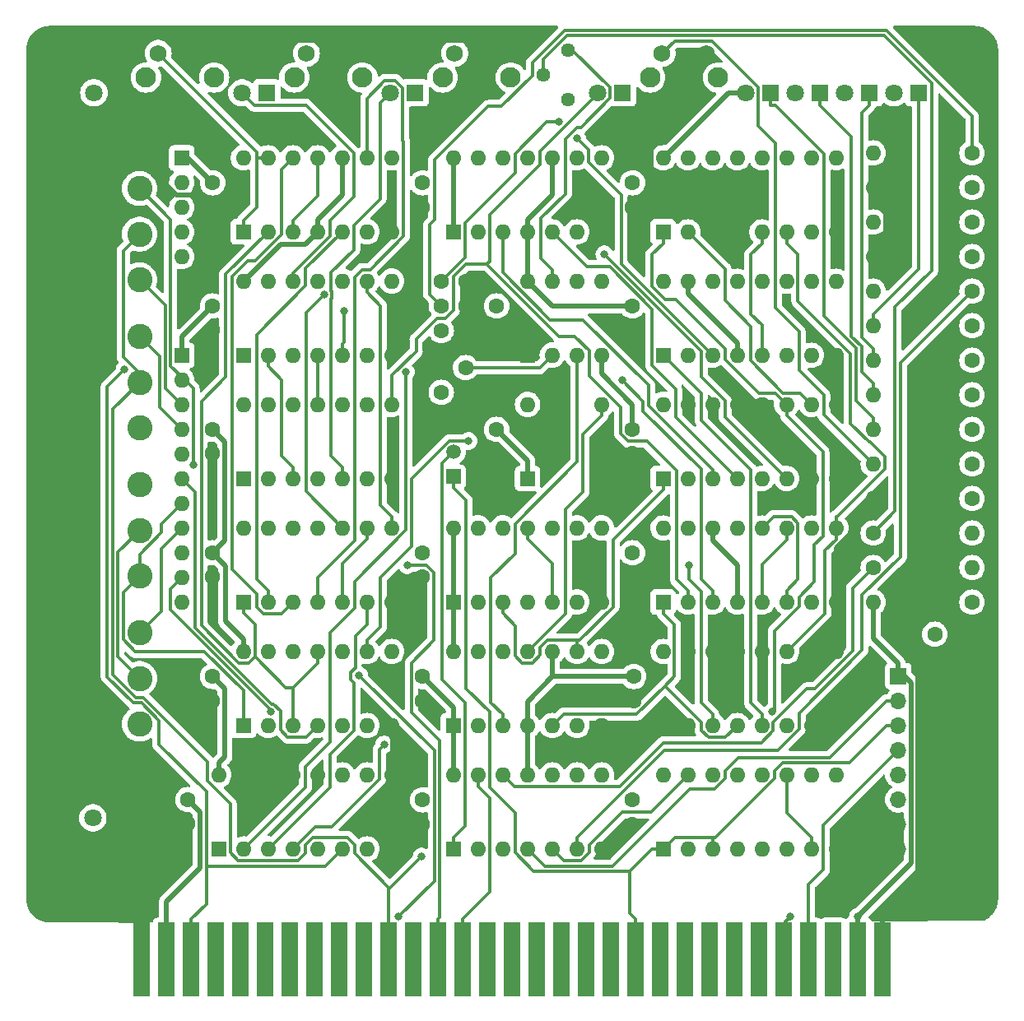
<source format=gbl>
G04 #@! TF.GenerationSoftware,KiCad,Pcbnew,7.0.7*
G04 #@! TF.CreationDate,2023-08-22T16:34:33-04:00*
G04 #@! TF.ProjectId,2 - Clock,32202d20-436c-46f6-936b-2e6b69636164,1.1*
G04 #@! TF.SameCoordinates,Original*
G04 #@! TF.FileFunction,Copper,L2,Bot*
G04 #@! TF.FilePolarity,Positive*
%FSLAX46Y46*%
G04 Gerber Fmt 4.6, Leading zero omitted, Abs format (unit mm)*
G04 Created by KiCad (PCBNEW 7.0.7) date 2023-08-22 16:34:33*
%MOMM*%
%LPD*%
G01*
G04 APERTURE LIST*
G04 #@! TA.AperFunction,ComponentPad*
%ADD10C,1.600000*%
G04 #@! TD*
G04 #@! TA.AperFunction,ComponentPad*
%ADD11O,1.600000X1.600000*%
G04 #@! TD*
G04 #@! TA.AperFunction,ComponentPad*
%ADD12R,1.600000X1.600000*%
G04 #@! TD*
G04 #@! TA.AperFunction,ComponentPad*
%ADD13R,1.800000X1.800000*%
G04 #@! TD*
G04 #@! TA.AperFunction,ComponentPad*
%ADD14C,1.800000*%
G04 #@! TD*
G04 #@! TA.AperFunction,ComponentPad*
%ADD15C,2.100000*%
G04 #@! TD*
G04 #@! TA.AperFunction,ComponentPad*
%ADD16C,1.750000*%
G04 #@! TD*
G04 #@! TA.AperFunction,ComponentPad*
%ADD17C,2.600000*%
G04 #@! TD*
G04 #@! TA.AperFunction,ConnectorPad*
%ADD18R,1.780000X7.620000*%
G04 #@! TD*
G04 #@! TA.AperFunction,ComponentPad*
%ADD19C,1.440000*%
G04 #@! TD*
G04 #@! TA.AperFunction,ComponentPad*
%ADD20R,1.700000X1.700000*%
G04 #@! TD*
G04 #@! TA.AperFunction,ComponentPad*
%ADD21O,1.700000X1.700000*%
G04 #@! TD*
G04 #@! TA.AperFunction,ComponentPad*
%ADD22R,1.500000X1.500000*%
G04 #@! TD*
G04 #@! TA.AperFunction,ComponentPad*
%ADD23C,1.500000*%
G04 #@! TD*
G04 #@! TA.AperFunction,ViaPad*
%ADD24C,0.800000*%
G04 #@! TD*
G04 #@! TA.AperFunction,Conductor*
%ADD25C,0.500000*%
G04 #@! TD*
G04 #@! TA.AperFunction,Conductor*
%ADD26C,0.333000*%
G04 #@! TD*
G04 APERTURE END LIST*
D10*
X186690000Y-76962000D03*
D11*
X176530000Y-76962000D03*
D12*
X111755000Y-67300000D03*
D11*
X114295000Y-67300000D03*
X116835000Y-67300000D03*
X119375000Y-67300000D03*
X121915000Y-67300000D03*
X124455000Y-67300000D03*
X126995000Y-67300000D03*
X126995000Y-59680000D03*
X124455000Y-59680000D03*
X121915000Y-59680000D03*
X119375000Y-59680000D03*
X116835000Y-59680000D03*
X114295000Y-59680000D03*
X111755000Y-59680000D03*
D13*
X96266000Y-125069600D03*
D14*
X96266000Y-127609600D03*
D12*
X154930000Y-67300000D03*
D11*
X157470000Y-67300000D03*
X160010000Y-67300000D03*
X162550000Y-67300000D03*
X165090000Y-67300000D03*
X167630000Y-67300000D03*
X170170000Y-67300000D03*
X172710000Y-67300000D03*
X172710000Y-59680000D03*
X170170000Y-59680000D03*
X167630000Y-59680000D03*
X165090000Y-59680000D03*
X162550000Y-59680000D03*
X160010000Y-59680000D03*
X157470000Y-59680000D03*
X154930000Y-59680000D03*
D10*
X151892000Y-113050000D03*
X151892000Y-115550000D03*
X176530000Y-98298000D03*
D11*
X186690000Y-98298000D03*
D10*
X130185000Y-113060000D03*
X130185000Y-115560000D03*
X182860000Y-108712000D03*
X180360000Y-108712000D03*
X186690000Y-59182000D03*
D11*
X176530000Y-59182000D03*
D10*
X176530000Y-101854000D03*
D11*
X186690000Y-101854000D03*
D15*
X153573000Y-51411700D03*
X160583000Y-51411700D03*
D16*
X154823000Y-48921700D03*
X159323000Y-48921700D03*
D13*
X176128000Y-52990000D03*
D14*
X173588000Y-52990000D03*
D10*
X132100000Y-74910000D03*
X134600000Y-74910000D03*
D12*
X111760000Y-92680000D03*
D11*
X114300000Y-92680000D03*
X116840000Y-92680000D03*
X119380000Y-92680000D03*
X121920000Y-92680000D03*
X124460000Y-92680000D03*
X127000000Y-92680000D03*
X127000000Y-85060000D03*
X124460000Y-85060000D03*
X121920000Y-85060000D03*
X119380000Y-85060000D03*
X116840000Y-85060000D03*
X114300000Y-85060000D03*
X111760000Y-85060000D03*
D17*
X101068600Y-102718600D03*
X101068600Y-98018600D03*
X101068600Y-93318600D03*
D15*
X116987000Y-51411700D03*
X123997000Y-51411700D03*
D16*
X118237000Y-48921700D03*
X122737000Y-48921700D03*
D12*
X111760000Y-105380000D03*
D11*
X114300000Y-105380000D03*
X116840000Y-105380000D03*
X119380000Y-105380000D03*
X121920000Y-105380000D03*
X124460000Y-105380000D03*
X127000000Y-105380000D03*
X127000000Y-97760000D03*
X124460000Y-97760000D03*
X121920000Y-97760000D03*
X119380000Y-97760000D03*
X116840000Y-97760000D03*
X114300000Y-97760000D03*
X111760000Y-97760000D03*
D10*
X186690000Y-87630000D03*
D11*
X176530000Y-87630000D03*
D10*
X108585000Y-87630000D03*
X108585000Y-90130000D03*
D18*
X177490000Y-142200000D03*
X174950000Y-142200000D03*
X172410000Y-142200000D03*
X169870000Y-142200000D03*
X167330000Y-142200000D03*
X164790000Y-142200000D03*
X162250000Y-142200000D03*
X159710000Y-142200000D03*
X157170000Y-142200000D03*
X154630000Y-142200000D03*
X152090000Y-142200000D03*
X149550000Y-142200000D03*
X147010000Y-142200000D03*
X144470000Y-142200000D03*
X141930000Y-142200000D03*
X139390000Y-142200000D03*
X136850000Y-142200000D03*
X134310000Y-142200000D03*
X131770000Y-142200000D03*
X129230000Y-142200000D03*
X126690000Y-142200000D03*
X124150000Y-142200000D03*
X121610000Y-142200000D03*
X119070000Y-142200000D03*
X116530000Y-142200000D03*
X113990000Y-142200000D03*
X111450000Y-142200000D03*
X108910000Y-142200000D03*
X106370000Y-142200000D03*
X103830000Y-142200000D03*
X101290000Y-142200000D03*
D10*
X132100000Y-72370000D03*
X134600000Y-72370000D03*
D12*
X105410000Y-59690000D03*
D11*
X105410000Y-62230000D03*
X105410000Y-64770000D03*
X105410000Y-67310000D03*
X105410000Y-69850000D03*
D10*
X151765000Y-87610000D03*
X151765000Y-90110000D03*
D17*
X101068600Y-72238600D03*
X101068600Y-67538600D03*
X101068600Y-62838600D03*
D12*
X154940000Y-130800000D03*
D11*
X157480000Y-130800000D03*
X160020000Y-130800000D03*
X162560000Y-130800000D03*
X165100000Y-130800000D03*
X167640000Y-130800000D03*
X170180000Y-130800000D03*
X172720000Y-130800000D03*
X172720000Y-123180000D03*
X170180000Y-123180000D03*
X167640000Y-123180000D03*
X165100000Y-123180000D03*
X162560000Y-123180000D03*
X160020000Y-123180000D03*
X157480000Y-123180000D03*
X154940000Y-123180000D03*
D13*
X129393000Y-52991300D03*
D14*
X126853000Y-52991300D03*
D12*
X154930000Y-105400000D03*
D11*
X157470000Y-105400000D03*
X160010000Y-105400000D03*
X162550000Y-105400000D03*
X165090000Y-105400000D03*
X167630000Y-105400000D03*
X170170000Y-105400000D03*
X172710000Y-105400000D03*
X172710000Y-97780000D03*
X170170000Y-97780000D03*
X167630000Y-97780000D03*
X165090000Y-97780000D03*
X162550000Y-97780000D03*
X160010000Y-97780000D03*
X157470000Y-97780000D03*
X154930000Y-97780000D03*
D10*
X186690000Y-94742000D03*
D11*
X176530000Y-94742000D03*
D19*
X145115600Y-53668200D03*
X142575600Y-51128200D03*
X145115600Y-48588200D03*
D10*
X151765000Y-62250000D03*
X151765000Y-64750000D03*
X137795000Y-87630000D03*
X137795000Y-90130000D03*
X108585000Y-74930000D03*
X108585000Y-77430000D03*
X186690000Y-91186000D03*
D11*
X176530000Y-91186000D03*
D12*
X133345000Y-105390000D03*
D11*
X135885000Y-105390000D03*
X138425000Y-105390000D03*
X140965000Y-105390000D03*
X143505000Y-105390000D03*
X146045000Y-105390000D03*
X148585000Y-105390000D03*
X148585000Y-97770000D03*
X146045000Y-97770000D03*
X143505000Y-97770000D03*
X140965000Y-97770000D03*
X138425000Y-97770000D03*
X135885000Y-97770000D03*
X133345000Y-97770000D03*
D13*
X114142000Y-52991300D03*
D14*
X111602000Y-52991300D03*
D12*
X154930000Y-80000000D03*
D11*
X157470000Y-80000000D03*
X160010000Y-80000000D03*
X162550000Y-80000000D03*
X165090000Y-80000000D03*
X167630000Y-80000000D03*
X170170000Y-80000000D03*
X172710000Y-80000000D03*
X172710000Y-72380000D03*
X170170000Y-72380000D03*
X167630000Y-72380000D03*
X165090000Y-72380000D03*
X162550000Y-72380000D03*
X160010000Y-72380000D03*
X157470000Y-72380000D03*
X154930000Y-72380000D03*
D20*
X179114600Y-113019600D03*
D21*
X179114600Y-115559600D03*
X179114600Y-118099600D03*
X179114600Y-120639600D03*
X179114600Y-123179600D03*
X179114600Y-125719600D03*
X179114600Y-128259600D03*
X179114600Y-130799600D03*
D10*
X132100000Y-83820000D03*
X134600000Y-83820000D03*
D15*
X132238000Y-51410400D03*
X139248000Y-51410400D03*
D16*
X133488000Y-48920400D03*
X137988000Y-48920400D03*
D12*
X133355000Y-130800000D03*
D11*
X135895000Y-130800000D03*
X138435000Y-130800000D03*
X140975000Y-130800000D03*
X143515000Y-130800000D03*
X146055000Y-130800000D03*
X148595000Y-130800000D03*
X148595000Y-123180000D03*
X146055000Y-123180000D03*
X143515000Y-123180000D03*
X140975000Y-123180000D03*
X138435000Y-123180000D03*
X135895000Y-123180000D03*
X133355000Y-123180000D03*
D12*
X105410000Y-80010000D03*
D11*
X105410000Y-82550000D03*
X105410000Y-85090000D03*
X105410000Y-87630000D03*
X105410000Y-90170000D03*
X105410000Y-92710000D03*
X105410000Y-95250000D03*
X105410000Y-97790000D03*
X105410000Y-100330000D03*
X105410000Y-102870000D03*
X105410000Y-105410000D03*
D10*
X186690000Y-105410000D03*
D11*
X176530000Y-105410000D03*
D10*
X108585000Y-62250000D03*
X108585000Y-64750000D03*
X106055000Y-125730000D03*
X106055000Y-128230000D03*
X130175000Y-62250000D03*
X130175000Y-64750000D03*
X134600000Y-81280000D03*
X132100000Y-81280000D03*
X132100000Y-77450000D03*
X134600000Y-77450000D03*
D12*
X111755000Y-118100000D03*
D11*
X114295000Y-118100000D03*
X116835000Y-118100000D03*
X119375000Y-118100000D03*
X121915000Y-118100000D03*
X124455000Y-118100000D03*
X126995000Y-118100000D03*
X126995000Y-110480000D03*
X124455000Y-110480000D03*
X121915000Y-110480000D03*
X119375000Y-110480000D03*
X116835000Y-110480000D03*
X114295000Y-110480000D03*
X111755000Y-110480000D03*
D17*
X101068600Y-87478600D03*
X101068600Y-82778600D03*
X101068600Y-78078600D03*
D10*
X137795000Y-74930000D03*
X137795000Y-77430000D03*
X130175000Y-100330000D03*
X130175000Y-102830000D03*
D17*
X101068600Y-117958600D03*
X101068600Y-113258600D03*
X101068600Y-108558600D03*
D12*
X154930000Y-92680000D03*
D11*
X157470000Y-92680000D03*
X160010000Y-92680000D03*
X162550000Y-92680000D03*
X165090000Y-92680000D03*
X167630000Y-92680000D03*
X170170000Y-92680000D03*
X172710000Y-92680000D03*
X172710000Y-85060000D03*
X170170000Y-85060000D03*
X167630000Y-85060000D03*
X165090000Y-85060000D03*
X162550000Y-85060000D03*
X160010000Y-85060000D03*
X157470000Y-85060000D03*
X154930000Y-85060000D03*
D15*
X101732600Y-51411700D03*
X108742600Y-51411700D03*
D16*
X102982600Y-48921700D03*
X107482600Y-48921700D03*
D10*
X130185000Y-125750000D03*
X130185000Y-128250000D03*
D22*
X133350000Y-92505000D03*
D23*
X133350000Y-89965000D03*
X133350000Y-87425000D03*
D12*
X140980000Y-92680000D03*
D11*
X148600000Y-92680000D03*
X148600000Y-85060000D03*
X140980000Y-85060000D03*
D10*
X186690000Y-66294000D03*
D11*
X176530000Y-66294000D03*
D12*
X109225000Y-130800000D03*
D11*
X111765000Y-130800000D03*
X114305000Y-130800000D03*
X116845000Y-130800000D03*
X119385000Y-130800000D03*
X121925000Y-130800000D03*
X124465000Y-130800000D03*
X127005000Y-130800000D03*
X127005000Y-123180000D03*
X124465000Y-123180000D03*
X121925000Y-123180000D03*
X119385000Y-123180000D03*
X116845000Y-123180000D03*
X114305000Y-123180000D03*
X111765000Y-123180000D03*
X109225000Y-123180000D03*
D13*
X165968000Y-52990000D03*
D14*
X163428000Y-52990000D03*
D13*
X171048000Y-52990000D03*
D14*
X168508000Y-52990000D03*
D12*
X133345000Y-67300000D03*
D11*
X135885000Y-67300000D03*
X138425000Y-67300000D03*
X140965000Y-67300000D03*
X143505000Y-67300000D03*
X146045000Y-67300000D03*
X148585000Y-67300000D03*
X148585000Y-59680000D03*
X146045000Y-59680000D03*
X143505000Y-59680000D03*
X140965000Y-59680000D03*
X138425000Y-59680000D03*
X135885000Y-59680000D03*
X133345000Y-59680000D03*
D10*
X186690000Y-69850000D03*
D11*
X176530000Y-69850000D03*
D13*
X181208000Y-52990000D03*
D14*
X178668000Y-52990000D03*
D12*
X111760000Y-79980000D03*
D11*
X114300000Y-79980000D03*
X116840000Y-79980000D03*
X119380000Y-79980000D03*
X121920000Y-79980000D03*
X124460000Y-79980000D03*
X127000000Y-79980000D03*
X127000000Y-72360000D03*
X124460000Y-72360000D03*
X121920000Y-72360000D03*
X119380000Y-72360000D03*
X116840000Y-72360000D03*
X114300000Y-72360000D03*
X111760000Y-72360000D03*
D12*
X140985000Y-79980000D03*
D11*
X143525000Y-79980000D03*
X146065000Y-79980000D03*
X148605000Y-79980000D03*
X148605000Y-72360000D03*
X146065000Y-72360000D03*
X143525000Y-72360000D03*
X140985000Y-72360000D03*
D10*
X151775000Y-125750000D03*
X151775000Y-128250000D03*
X186690000Y-62738000D03*
D11*
X176530000Y-62738000D03*
D12*
X133355000Y-118110000D03*
D11*
X135895000Y-118110000D03*
X138435000Y-118110000D03*
X140975000Y-118110000D03*
X143515000Y-118110000D03*
X146055000Y-118110000D03*
X148595000Y-118110000D03*
X148595000Y-110490000D03*
X146055000Y-110490000D03*
X143515000Y-110490000D03*
X140975000Y-110490000D03*
X138435000Y-110490000D03*
X135895000Y-110490000D03*
X133355000Y-110490000D03*
D10*
X151765000Y-100330000D03*
X151765000Y-102830000D03*
X186690000Y-84074000D03*
D11*
X176530000Y-84074000D03*
D10*
X151765000Y-74930000D03*
X151765000Y-77430000D03*
D12*
X154930000Y-118100000D03*
D11*
X157470000Y-118100000D03*
X160010000Y-118100000D03*
X162550000Y-118100000D03*
X165090000Y-118100000D03*
X167630000Y-118100000D03*
X170170000Y-118100000D03*
X172710000Y-118100000D03*
X172710000Y-110480000D03*
X170170000Y-110480000D03*
X167630000Y-110480000D03*
X165090000Y-110480000D03*
X162550000Y-110480000D03*
X160010000Y-110480000D03*
X157470000Y-110480000D03*
X154930000Y-110480000D03*
D10*
X108585000Y-113050000D03*
X108585000Y-115550000D03*
X108585000Y-100330000D03*
X108585000Y-102830000D03*
D13*
X98913000Y-52990000D03*
D14*
X96373000Y-52990000D03*
D10*
X186690000Y-73406000D03*
D11*
X176530000Y-73406000D03*
D13*
X150728000Y-52990000D03*
D14*
X148188000Y-52990000D03*
D10*
X186690000Y-80518000D03*
D11*
X176530000Y-80518000D03*
D24*
X174950000Y-137775000D03*
X144191300Y-55975900D03*
X122103800Y-75462600D03*
X146081600Y-57680600D03*
X123631600Y-112925200D03*
X127704500Y-137775000D03*
X168035800Y-137775000D03*
X114546700Y-116684400D03*
X128602500Y-101588600D03*
X130075300Y-131589800D03*
X157565000Y-101580000D03*
X120037600Y-73756100D03*
X99517500Y-81471200D03*
X128459900Y-81718700D03*
X106576800Y-91288800D03*
X126227900Y-120047100D03*
X166139200Y-116703600D03*
X134926700Y-88809100D03*
X150707500Y-82574900D03*
X148884000Y-69607200D03*
D25*
X106055000Y-125730000D02*
X107314700Y-126989700D01*
X109835400Y-121319300D02*
X109225000Y-121929700D01*
X179114600Y-113019600D02*
X179114600Y-112369400D01*
X180429700Y-132295300D02*
X174950000Y-137775000D01*
X103830000Y-136218700D02*
X103830000Y-142200000D01*
X148605000Y-79980000D02*
X148605000Y-81230300D01*
X133355000Y-110490000D02*
X133355000Y-109239700D01*
X111755000Y-109229700D02*
X109928900Y-107403600D01*
X148605000Y-81913000D02*
X151765000Y-85073000D01*
X109835400Y-88880400D02*
X109835400Y-99079600D01*
X143555000Y-74930000D02*
X151765000Y-74930000D01*
X160010000Y-97780000D02*
X160010000Y-99030300D01*
X148605000Y-81230300D02*
X148605000Y-81913000D01*
X133345000Y-59680000D02*
X133345000Y-67300000D01*
X108585000Y-113050000D02*
X109835400Y-114300400D01*
X162550000Y-105400000D02*
X162550000Y-104149700D01*
X140975000Y-118110000D02*
X140975000Y-123180000D01*
X162550000Y-104149700D02*
X162550000Y-101570300D01*
X109225000Y-123180000D02*
X109225000Y-121929700D01*
X140985000Y-72360000D02*
X140985000Y-71109700D01*
X176530000Y-109134700D02*
X179114600Y-111719300D01*
X157470000Y-72380000D02*
X157470000Y-73630300D01*
X140980000Y-90815000D02*
X137795000Y-87630000D01*
X157470000Y-73630300D02*
X157470000Y-73669700D01*
X130185000Y-113060000D02*
X133355000Y-116230000D01*
X133345000Y-109229700D02*
X133345000Y-105390000D01*
X133355000Y-123180000D02*
X133355000Y-118110000D01*
X140980000Y-92680000D02*
X140980000Y-90815000D01*
X161620000Y-52990000D02*
X163428000Y-52990000D01*
X140985000Y-71109700D02*
X140965000Y-71089700D01*
X179114600Y-112369400D02*
X179114600Y-111719300D01*
X111755000Y-110480000D02*
X111755000Y-109229700D01*
X151765000Y-85073000D02*
X151765000Y-87610000D01*
X143515000Y-110490000D02*
X143515000Y-111740300D01*
X107314700Y-126989700D02*
X107314700Y-132734000D01*
X109928900Y-107403600D02*
X109928900Y-101673900D01*
X119375000Y-67300000D02*
X119375000Y-66049700D01*
X140965000Y-71089700D02*
X140965000Y-67300000D01*
X143554700Y-113050000D02*
X140975000Y-115629700D01*
X133355000Y-109239700D02*
X133345000Y-109229700D01*
X174950000Y-137775000D02*
X174950000Y-142200000D01*
X162550000Y-80000000D02*
X162550000Y-78749700D01*
X121915000Y-59680000D02*
X121915000Y-63509700D01*
X176530000Y-105410000D02*
X176530000Y-109134700D01*
X140965000Y-67300000D02*
X140965000Y-66049700D01*
X108585000Y-87630000D02*
X109835400Y-88880400D01*
X154930000Y-59680000D02*
X161620000Y-52990000D01*
X162550000Y-101570300D02*
X160010000Y-99030300D01*
X108585000Y-74930000D02*
X105410000Y-78105000D01*
X105410000Y-78105000D02*
X105410000Y-80010000D01*
X106025000Y-59690000D02*
X108585000Y-62250000D01*
X157470000Y-73669700D02*
X162550000Y-78749700D01*
X179114600Y-112369400D02*
X180429700Y-113684500D01*
X143515000Y-113010300D02*
X143515000Y-111740300D01*
X115570000Y-68550000D02*
X111760000Y-72360000D01*
X140975000Y-115629700D02*
X140975000Y-118110000D01*
X109835400Y-114300400D02*
X109835400Y-121319300D01*
X107314700Y-132734000D02*
X103830000Y-136218700D01*
X109835400Y-99079600D02*
X108585000Y-100330000D01*
X140985000Y-72360000D02*
X143555000Y-74930000D01*
X109928900Y-101673900D02*
X108585000Y-100330000D01*
X121915000Y-63509700D02*
X119375000Y-66049700D01*
X151892000Y-113050000D02*
X143554700Y-113050000D01*
X119375000Y-67300000D02*
X118125000Y-68550000D01*
X143554700Y-113050000D02*
X143515000Y-113010300D01*
X118125000Y-68550000D02*
X115570000Y-68550000D01*
X180429700Y-113684500D02*
X180429700Y-132295300D01*
X105410000Y-59690000D02*
X106025000Y-59690000D01*
X133355000Y-116230000D02*
X133355000Y-118110000D01*
X143505000Y-63509700D02*
X143505000Y-59680000D01*
X133345000Y-97770000D02*
X133345000Y-105390000D01*
X140965000Y-66049700D02*
X143505000Y-63509700D01*
X134600000Y-72370000D02*
X134600000Y-74910000D01*
X127078200Y-121856500D02*
X127078200Y-119433500D01*
X181155000Y-109507000D02*
X180360000Y-108712000D01*
X177813900Y-130800000D02*
X177814300Y-130799600D01*
X134600000Y-86935000D02*
X134600000Y-83820000D01*
X172710000Y-99819200D02*
X172710000Y-105400000D01*
X172720000Y-130800000D02*
X177813900Y-130800000D01*
X130175000Y-102830000D02*
X129550000Y-102830000D01*
X122737000Y-48921700D02*
X121388800Y-47573500D01*
X127005000Y-123180000D02*
X127005000Y-121929700D01*
X121388800Y-47573500D02*
X108830800Y-47573500D01*
X127005000Y-129549700D02*
X129181900Y-127372800D01*
X127078200Y-119433500D02*
X126995000Y-119350300D01*
X101290000Y-137939700D02*
X101290000Y-128230000D01*
X172710000Y-80000000D02*
X172710000Y-85060000D01*
X96266000Y-125069600D02*
X97616300Y-125069600D01*
X176530000Y-62738000D02*
X176530000Y-63988300D01*
X129550000Y-102830000D02*
X127000000Y-105380000D01*
X107335000Y-63500000D02*
X104859500Y-63500000D01*
X104859500Y-63500000D02*
X98913000Y-57553500D01*
X177826900Y-67302800D02*
X177826900Y-65285200D01*
X108830800Y-47573500D02*
X107482600Y-48921700D01*
X134600000Y-74910000D02*
X134600000Y-77450000D01*
X101290000Y-142200000D02*
X101290000Y-137939700D01*
X179114600Y-130799600D02*
X177814300Y-130799600D01*
X132100000Y-81320000D02*
X132100000Y-81280000D01*
X179114600Y-130799600D02*
X179114600Y-128259600D01*
X127005000Y-125195900D02*
X127005000Y-123180000D01*
X126995000Y-118100000D02*
X126995000Y-119350300D01*
X134600000Y-83820000D02*
X132100000Y-81320000D01*
X153679600Y-54565100D02*
X159323000Y-48921700D01*
X129181900Y-127372800D02*
X130059100Y-128250000D01*
X177490000Y-142200000D02*
X177490000Y-137939700D01*
X181155000Y-134274700D02*
X181155000Y-109507000D01*
X100776700Y-128230000D02*
X97616300Y-125069600D01*
X176530000Y-69850000D02*
X176530000Y-68599700D01*
X151765000Y-64750000D02*
X153679600Y-62835400D01*
X176530000Y-68599700D02*
X177826900Y-67302800D01*
X153679600Y-62835400D02*
X153679600Y-54565100D01*
X176530000Y-94742000D02*
X176530000Y-95999200D01*
X122737000Y-48921700D02*
X124074500Y-47584200D01*
X133350000Y-87425000D02*
X133840000Y-86935000D01*
X137795000Y-90130000D02*
X134600000Y-86935000D01*
X177826900Y-65285200D02*
X176530000Y-63988300D01*
X101290000Y-128230000D02*
X100776700Y-128230000D01*
X136651800Y-47584200D02*
X137988000Y-48920400D01*
X176530000Y-95999200D02*
X172710000Y-99819200D01*
X129181900Y-127372800D02*
X127005000Y-125195900D01*
X124074500Y-47584200D02*
X136651800Y-47584200D01*
X134600000Y-78780000D02*
X132100000Y-81280000D01*
X108585000Y-64750000D02*
X107335000Y-63500000D01*
X106055000Y-128230000D02*
X101290000Y-128230000D01*
X177490000Y-137939700D02*
X181155000Y-134274700D01*
X172710000Y-105400000D02*
X172710000Y-110480000D01*
X130059100Y-128250000D02*
X130185000Y-128250000D01*
X127005000Y-121929700D02*
X127078200Y-121856500D01*
X134600000Y-77450000D02*
X134600000Y-78780000D01*
X133840000Y-86935000D02*
X134600000Y-86935000D01*
X127005000Y-130800000D02*
X127005000Y-129549700D01*
X98913000Y-57553500D02*
X98913000Y-52990000D01*
D26*
X122103800Y-78629400D02*
X122103800Y-75462600D01*
X139695000Y-59247800D02*
X142966900Y-55975900D01*
X132100000Y-72370000D02*
X134511900Y-69958100D01*
X134511900Y-66417400D02*
X139695000Y-61234300D01*
X134511900Y-69958100D02*
X134511900Y-66417400D01*
X121920000Y-79980000D02*
X121920000Y-78813200D01*
X142966900Y-55975900D02*
X144191300Y-55975900D01*
X121920000Y-78813200D02*
X122103800Y-78629400D01*
X139695000Y-61234300D02*
X139695000Y-59247800D01*
X134521800Y-115744300D02*
X134521800Y-128466400D01*
X133355000Y-130800000D02*
X133355000Y-129633200D01*
X132178200Y-91136800D02*
X132178200Y-113400700D01*
X134521800Y-128466400D02*
X133355000Y-129633200D01*
X132178200Y-113400700D02*
X134521800Y-115744300D01*
X133350000Y-89965000D02*
X132178200Y-91136800D01*
X141470200Y-49908200D02*
X144806900Y-46571500D01*
X144806900Y-46571500D02*
X177891600Y-46571500D01*
X130910700Y-73720700D02*
X130910700Y-66564300D01*
X186690000Y-55369900D02*
X186690000Y-59182000D01*
X131438700Y-66036300D02*
X131438700Y-59898400D01*
X130910700Y-66564300D02*
X131438700Y-66036300D01*
X138264000Y-54398300D02*
X141470200Y-51192100D01*
X177891600Y-46571500D02*
X186690000Y-55369900D01*
X141470200Y-51192100D02*
X141470200Y-49908200D01*
X132100000Y-74910000D02*
X130910700Y-73720700D01*
X136938800Y-54398300D02*
X138264000Y-54398300D01*
X131438700Y-59898400D02*
X136938800Y-54398300D01*
X143525000Y-79980000D02*
X142225000Y-81280000D01*
X142225000Y-81280000D02*
X134600000Y-81280000D01*
X133350000Y-71874300D02*
X133350000Y-75363300D01*
X148188000Y-53079100D02*
X148188000Y-52990000D01*
X156303200Y-91891900D02*
X153271300Y-88860000D01*
X150551900Y-88080200D02*
X150551900Y-85340000D01*
X142235000Y-60377300D02*
X142235000Y-59032100D01*
X147335000Y-82123100D02*
X147335000Y-79547200D01*
X136785100Y-70614100D02*
X134610200Y-70614100D01*
X137051800Y-65560500D02*
X142235000Y-60377300D01*
X153271300Y-88860000D02*
X151331700Y-88860000D01*
X142235000Y-59032100D02*
X148188000Y-53079100D01*
X133350000Y-75363300D02*
X132533300Y-76180000D01*
X157470000Y-105400000D02*
X157470000Y-104233200D01*
X156303200Y-103066400D02*
X156303200Y-91891900D01*
X145816900Y-78029100D02*
X144200100Y-78029100D01*
X150551900Y-85340000D02*
X147335000Y-82123100D01*
X129514200Y-78357400D02*
X129514200Y-79574000D01*
X147335000Y-79547200D02*
X145816900Y-78029100D01*
X132533300Y-76180000D02*
X131691600Y-76180000D01*
X131691600Y-76180000D02*
X129514200Y-78357400D01*
X129514200Y-79574000D02*
X127000000Y-82088200D01*
X127000000Y-82088200D02*
X127000000Y-85060000D01*
X144200100Y-78029100D02*
X136785100Y-70614100D01*
X136785100Y-70614100D02*
X137051800Y-70347400D01*
X137051800Y-70347400D02*
X137051800Y-65560500D01*
X134610200Y-70614100D02*
X133350000Y-71874300D01*
X151331700Y-88860000D02*
X150551900Y-88080200D01*
X157470000Y-104233200D02*
X156303200Y-103066400D01*
X150598100Y-70000900D02*
X150598100Y-70467200D01*
X123081800Y-66616400D02*
X125805000Y-63893200D01*
X160010000Y-80000000D02*
X150598100Y-70588100D01*
X120804400Y-74142700D02*
X120804400Y-73438400D01*
X123081800Y-69153300D02*
X123081800Y-66616400D01*
X125805000Y-63893200D02*
X125805000Y-54039300D01*
X120753200Y-71481900D02*
X123081800Y-69153300D01*
X120753200Y-90346400D02*
X120753200Y-74193900D01*
X120753200Y-74193900D02*
X120804400Y-74142700D01*
X121920000Y-92680000D02*
X121920000Y-91513200D01*
X150598100Y-70588100D02*
X150598100Y-70000900D01*
X150598100Y-63493300D02*
X150598100Y-70000900D01*
X120753200Y-73387200D02*
X120753200Y-71481900D01*
X146081600Y-57680600D02*
X147211900Y-58810900D01*
X147211900Y-58810900D02*
X147211900Y-60107100D01*
X121920000Y-91513200D02*
X120753200Y-90346400D01*
X120804400Y-73438400D02*
X120753200Y-73387200D01*
X147211900Y-60107100D02*
X150598100Y-63493300D01*
X125805000Y-54039300D02*
X126853000Y-52991300D01*
X174736600Y-84669800D02*
X176530000Y-86463200D01*
X165968000Y-54256800D02*
X166443000Y-54256800D01*
X171440000Y-75974000D02*
X174736600Y-79270600D01*
X174736600Y-79270600D02*
X174736600Y-84669800D01*
X171440000Y-59253800D02*
X171440000Y-75974000D01*
X176530000Y-87630000D02*
X176530000Y-86463200D01*
X166443000Y-54256800D02*
X171440000Y-59253800D01*
X165968000Y-52990000D02*
X165968000Y-54256800D01*
X175363200Y-110353700D02*
X175363200Y-104685500D01*
X155071100Y-120617100D02*
X166763400Y-120617100D01*
X168900000Y-118480500D02*
X168900000Y-116816900D01*
X168900000Y-116816900D02*
X175363200Y-110353700D01*
X146055000Y-130800000D02*
X146055000Y-129633200D01*
X179312100Y-100736600D02*
X179312100Y-80783900D01*
X179312100Y-80783900D02*
X186690000Y-73406000D01*
X166763400Y-120617100D02*
X168900000Y-118480500D01*
X146055000Y-129633200D02*
X155071100Y-120617100D01*
X175363200Y-104685500D02*
X179312100Y-100736600D01*
X131384300Y-120677900D02*
X131384300Y-134095200D01*
X123631600Y-112925200D02*
X131384300Y-120677900D01*
X131384300Y-134095200D02*
X127704500Y-137775000D01*
X171419900Y-132914700D02*
X169870000Y-134464600D01*
X171419900Y-128334300D02*
X171419900Y-132914700D01*
X153660000Y-127000000D02*
X150742000Y-127000000D01*
X144728300Y-132013300D02*
X146500200Y-132013300D01*
X169870000Y-134464600D02*
X169870000Y-142200000D01*
X143515000Y-130800000D02*
X144728300Y-132013300D01*
X157480000Y-123180000D02*
X153660000Y-127000000D01*
X147325000Y-130417000D02*
X150742000Y-127000000D01*
X147325000Y-131188500D02*
X147325000Y-130417000D01*
X146500200Y-132013300D02*
X147325000Y-131188500D01*
X179114600Y-120639600D02*
X171419900Y-128334300D01*
X167330000Y-138480800D02*
X168035800Y-137775000D01*
X167330000Y-142200000D02*
X167330000Y-138480800D01*
X113128200Y-59067300D02*
X113128200Y-59680000D01*
X167233700Y-121910900D02*
X174086500Y-121910900D01*
X156106800Y-129633200D02*
X159994900Y-129633200D01*
X139705000Y-127107600D02*
X139705000Y-131191500D01*
X154940000Y-130800000D02*
X156106800Y-129633200D01*
X133350000Y-92505000D02*
X133350000Y-93621800D01*
X151467200Y-137400400D02*
X152090000Y-138023200D01*
X179114600Y-118099600D02*
X177897800Y-118099600D01*
X159994900Y-129633200D02*
X160020000Y-129658300D01*
X102982600Y-48921700D02*
X113128200Y-59067300D01*
X160020000Y-129658300D02*
X160020000Y-129633200D01*
X160020000Y-129633200D02*
X160311700Y-129633200D01*
X134635400Y-94907200D02*
X134635400Y-114282300D01*
X134635400Y-114282300D02*
X137061900Y-116708800D01*
X98827800Y-100259400D02*
X101068600Y-98018600D01*
X166370000Y-123574900D02*
X166370000Y-122774600D01*
X160020000Y-130800000D02*
X160020000Y-129658300D01*
X141619500Y-133106000D02*
X151467200Y-133106000D01*
X160311700Y-129633200D02*
X166370000Y-123574900D01*
X151467200Y-133106000D02*
X153773200Y-130800000D01*
X139705000Y-131191500D02*
X141619500Y-133106000D01*
X154940000Y-130800000D02*
X153773200Y-130800000D01*
X137061900Y-116708800D02*
X137061900Y-124464500D01*
X152090000Y-142200000D02*
X152090000Y-138023200D01*
X174086500Y-121910900D02*
X177897800Y-118099600D01*
X111755000Y-66133200D02*
X113128200Y-64760000D01*
X151467200Y-133106000D02*
X151467200Y-137400400D01*
X166370000Y-122774600D02*
X167233700Y-121910900D01*
X111755000Y-67300000D02*
X111755000Y-66133200D01*
X98827800Y-111017800D02*
X98827800Y-100259400D01*
X113128200Y-64760000D02*
X113128200Y-59680000D01*
X101068600Y-113258600D02*
X98827800Y-111017800D01*
X114295000Y-59680000D02*
X113128200Y-59680000D01*
X133350000Y-93621800D02*
X134635400Y-94907200D01*
X137061900Y-124464500D02*
X139705000Y-127107600D01*
X104216700Y-104063300D02*
X104216700Y-106212200D01*
X104216700Y-106212200D02*
X114546700Y-116542200D01*
X137105000Y-125556800D02*
X137105000Y-135228200D01*
X137105000Y-135228200D02*
X134310000Y-138023200D01*
X135895000Y-123180000D02*
X135895000Y-124346800D01*
X135895000Y-124346800D02*
X137105000Y-125556800D01*
X114546700Y-116542200D02*
X114546700Y-116684400D01*
X105410000Y-102870000D02*
X104216700Y-104063300D01*
X134310000Y-142200000D02*
X134310000Y-138023200D01*
X131373300Y-102359300D02*
X131373300Y-109291700D01*
X128602500Y-101588600D02*
X130602600Y-101588600D01*
X129018100Y-111646900D02*
X129018100Y-116726900D01*
X130602600Y-101588600D02*
X131373300Y-102359300D01*
X129018100Y-116726900D02*
X131917700Y-119626500D01*
X131917700Y-137875500D02*
X131770000Y-138023200D01*
X131770000Y-142200000D02*
X131770000Y-138023200D01*
X131373300Y-109291700D02*
X129018100Y-111646900D01*
X131917700Y-119626500D02*
X131917700Y-137875500D01*
X162699400Y-121377500D02*
X172079900Y-121377500D01*
X142743000Y-132568000D02*
X149742300Y-132568000D01*
X98294400Y-112873100D02*
X100652700Y-115231400D01*
X149742300Y-132568000D02*
X157704400Y-124605900D01*
X118115000Y-131228900D02*
X118115000Y-130402400D01*
X172079900Y-121377500D02*
X177897800Y-115559600D01*
X108058200Y-123813300D02*
X110391900Y-126147000D01*
X122436600Y-129615900D02*
X123195000Y-130374300D01*
X126690000Y-138023200D02*
X126690000Y-134975100D01*
X99379000Y-69228200D02*
X99379000Y-80162400D01*
X118901500Y-129615900D02*
X122436600Y-129615900D01*
X118115000Y-130402400D02*
X118901500Y-129615900D01*
X100652700Y-115231400D02*
X101465500Y-115231400D01*
X179114600Y-115559600D02*
X177897800Y-115559600D01*
X161290000Y-123560800D02*
X161290000Y-122786900D01*
X108058200Y-121824100D02*
X108058200Y-123813300D01*
X140975000Y-130800000D02*
X142743000Y-132568000D01*
X123195000Y-131271700D02*
X126794200Y-134870900D01*
X101068600Y-81852000D02*
X101068600Y-82778600D01*
X98294400Y-85552800D02*
X98294400Y-112873100D01*
X126690000Y-142200000D02*
X126690000Y-138023200D01*
X157704400Y-124605900D02*
X160244900Y-124605900D01*
X123195000Y-130374300D02*
X123195000Y-131271700D01*
X101068600Y-82778600D02*
X98294400Y-85552800D01*
X110391900Y-126147000D02*
X110391900Y-131148500D01*
X160244900Y-124605900D02*
X161290000Y-123560800D01*
X111210300Y-131966900D02*
X117377000Y-131966900D01*
X99379000Y-80162400D02*
X101068600Y-81852000D01*
X101068600Y-67538600D02*
X99379000Y-69228200D01*
X110391900Y-131148500D02*
X111210300Y-131966900D01*
X101465500Y-115231400D02*
X108058200Y-121824100D01*
X161290000Y-122786900D02*
X162699400Y-121377500D01*
X126794200Y-134870900D02*
X130075300Y-131589800D01*
X117377000Y-131966900D02*
X118115000Y-131228900D01*
X126690000Y-134975100D02*
X126794200Y-134870900D01*
X171048000Y-54256800D02*
X174265800Y-57474600D01*
X174265800Y-78045500D02*
X175333100Y-79112800D01*
X175333100Y-81710300D02*
X176530000Y-82907200D01*
X174265800Y-57474600D02*
X174265800Y-78045500D01*
X175333100Y-79112800D02*
X175333100Y-81710300D01*
X176530000Y-84074000D02*
X176530000Y-82907200D01*
X171048000Y-52990000D02*
X171048000Y-54256800D01*
X175349300Y-78170500D02*
X176530000Y-79351200D01*
X176530000Y-80518000D02*
X176530000Y-79351200D01*
X176128000Y-54256800D02*
X175349300Y-55035500D01*
X176128000Y-52990000D02*
X176128000Y-54256800D01*
X175349300Y-55035500D02*
X175349300Y-78170500D01*
X181208000Y-71117200D02*
X176530000Y-75795200D01*
X176530000Y-76962000D02*
X176530000Y-75795200D01*
X181208000Y-52990000D02*
X181208000Y-71117200D01*
X120645000Y-66133100D02*
X123090300Y-63687800D01*
X120645000Y-67752800D02*
X116840000Y-71557800D01*
X123090300Y-59176300D02*
X118173500Y-54259500D01*
X116840000Y-71557800D02*
X116840000Y-72360000D01*
X112870200Y-54259500D02*
X111602000Y-52991300D01*
X123090300Y-63687800D02*
X123090300Y-59176300D01*
X120645000Y-67752800D02*
X120645000Y-66133100D01*
X118173500Y-54259500D02*
X112870200Y-54259500D01*
X158843200Y-115766400D02*
X158843200Y-104336300D01*
X122804100Y-113414300D02*
X123089800Y-113700000D01*
X124460000Y-105380000D02*
X124460000Y-107665200D01*
X123089800Y-113700000D02*
X123089800Y-118607300D01*
X124460000Y-107665200D02*
X123249200Y-108876000D01*
X160010000Y-118100000D02*
X160010000Y-116933200D01*
X120655000Y-124450000D02*
X120655000Y-121042100D01*
X123249200Y-112181700D02*
X122804100Y-112626800D01*
X123089800Y-118607300D02*
X120655000Y-121042100D01*
X123249200Y-108876000D02*
X123249200Y-112181700D01*
X160010000Y-116933200D02*
X158843200Y-115766400D01*
X122804100Y-112626800D02*
X122804100Y-113414300D01*
X158843200Y-104336300D02*
X157565000Y-103058100D01*
X157565000Y-103058100D02*
X157565000Y-101580000D01*
X114305000Y-130800000D02*
X120655000Y-124450000D01*
X125833200Y-95426400D02*
X127000000Y-96593200D01*
X124460000Y-72360000D02*
X124460000Y-73526800D01*
X125833200Y-74900000D02*
X125833200Y-95426400D01*
X127000000Y-97760000D02*
X127000000Y-96593200D01*
X124460000Y-73526800D02*
X125833200Y-74900000D01*
X118189400Y-94029400D02*
X118189400Y-75604300D01*
X120037600Y-73756100D02*
X118189400Y-75604300D01*
X121920000Y-97760000D02*
X118189400Y-94029400D01*
X124460000Y-97760000D02*
X124460000Y-98926800D01*
X121920000Y-101466800D02*
X124460000Y-98926800D01*
X121920000Y-105380000D02*
X121920000Y-101466800D01*
X154930000Y-93846800D02*
X149753200Y-99023600D01*
X146055000Y-110490000D02*
X146055000Y-109323200D01*
X141453500Y-111667200D02*
X140413700Y-111667200D01*
X146055000Y-109323200D02*
X142982900Y-109323200D01*
X142245000Y-110875700D02*
X141453500Y-111667200D01*
X149753200Y-105891900D02*
X146322000Y-109323100D01*
X140413700Y-111667200D02*
X139705000Y-110958500D01*
X139705000Y-110958500D02*
X139705000Y-107836800D01*
X146055000Y-109323100D02*
X146055000Y-109323200D01*
X142245000Y-110061100D02*
X142245000Y-110875700D01*
X139705000Y-107836800D02*
X138425000Y-106556800D01*
X138425000Y-105390000D02*
X138425000Y-106556800D01*
X146322000Y-109323100D02*
X146055000Y-109323100D01*
X149753200Y-99023600D02*
X149753200Y-105891900D01*
X154930000Y-92680000D02*
X154930000Y-93846800D01*
X142982900Y-109323200D02*
X142245000Y-110061100D01*
X140965000Y-98936800D02*
X143505000Y-101476800D01*
X140965000Y-97770000D02*
X140965000Y-98936800D01*
X143505000Y-101476800D02*
X143505000Y-105390000D01*
X121925000Y-130800000D02*
X120171100Y-132553900D01*
X107931600Y-132553900D02*
X107931600Y-136461600D01*
X100446600Y-115779600D02*
X101247000Y-115779600D01*
X101247000Y-115779600D02*
X103048600Y-117581200D01*
X103048600Y-117581200D02*
X103048600Y-120048800D01*
X97761000Y-113094000D02*
X100446600Y-115779600D01*
X120171100Y-132553900D02*
X107931600Y-132553900D01*
X106370000Y-142200000D02*
X106370000Y-138023200D01*
X97761000Y-83227700D02*
X97761000Y-113094000D01*
X103048600Y-120048800D02*
X107931600Y-124931800D01*
X107931600Y-124931800D02*
X107931600Y-132553900D01*
X99517500Y-81471200D02*
X97761000Y-83227700D01*
X107931600Y-136461600D02*
X106370000Y-138023200D01*
X138425000Y-67300000D02*
X138425000Y-71483700D01*
X138425000Y-71483700D02*
X143275800Y-76334500D01*
X146676800Y-76334500D02*
X153415200Y-83072900D01*
X143275800Y-76334500D02*
X146676800Y-76334500D01*
X153415200Y-83072900D02*
X153415200Y-85216200D01*
X153415200Y-85216200D02*
X160010000Y-91811000D01*
X160010000Y-91811000D02*
X160010000Y-92680000D01*
X123190000Y-106032300D02*
X123190000Y-103278600D01*
X128459900Y-98008700D02*
X128459900Y-81718700D01*
X120645000Y-108577300D02*
X123190000Y-106032300D01*
X123190000Y-103278600D02*
X128459900Y-98008700D01*
X120645000Y-119815200D02*
X120645000Y-108577300D01*
X111765000Y-130800000D02*
X118115000Y-124450000D01*
X118115000Y-122345200D02*
X120645000Y-119815200D01*
X118115000Y-124450000D02*
X118115000Y-122345200D01*
X103709700Y-83389700D02*
X103709700Y-74879700D01*
X105410000Y-85090000D02*
X103709700Y-83389700D01*
X103709700Y-74879700D02*
X101068600Y-72238600D01*
X104243100Y-66013100D02*
X101068600Y-62838600D01*
X105410000Y-82550000D02*
X105410000Y-82258300D01*
X106576800Y-83425100D02*
X105410000Y-82258300D01*
X104243100Y-81091400D02*
X104243100Y-66013100D01*
X105410000Y-82258300D02*
X104243100Y-81091400D01*
X106576800Y-91288800D02*
X106576800Y-83425100D01*
X101068600Y-78078600D02*
X103099400Y-80109400D01*
X103099400Y-85319400D02*
X103099400Y-80109400D01*
X105410000Y-87630000D02*
X103099400Y-85319400D01*
X106797800Y-94097800D02*
X106797800Y-108039000D01*
X119375000Y-118100000D02*
X118193100Y-119281900D01*
X116300800Y-119281900D02*
X118193100Y-119281900D01*
X115565000Y-118546100D02*
X115565000Y-116618200D01*
X116300800Y-119281900D02*
X115565000Y-118546100D01*
X105410000Y-92710000D02*
X106797800Y-94097800D01*
X115565000Y-116618200D02*
X114864400Y-115917600D01*
X114676400Y-115917600D02*
X106797800Y-108039000D01*
X114864400Y-115917600D02*
X114676400Y-115917600D01*
X111755000Y-118100000D02*
X111755000Y-114513300D01*
X99378800Y-104408400D02*
X101068600Y-102718600D01*
X103314850Y-97345150D02*
X103314850Y-98234850D01*
X105410000Y-95250000D02*
X103314850Y-97345150D01*
X101068600Y-100481100D02*
X103314850Y-98234850D01*
X100596500Y-110465600D02*
X99378800Y-109247900D01*
X107707300Y-110465600D02*
X100596500Y-110465600D01*
X99378800Y-109247900D02*
X99378800Y-104408400D01*
X111755000Y-114513300D02*
X107707300Y-110465600D01*
X101068600Y-102718600D02*
X101068600Y-100481100D01*
X103268800Y-99931200D02*
X103268800Y-106358400D01*
X105410000Y-97790000D02*
X103268800Y-99931200D01*
X101068600Y-108558600D02*
X103268800Y-106358400D01*
X156096800Y-107733600D02*
X154930000Y-106566800D01*
X125735000Y-123618800D02*
X120828600Y-128525200D01*
X162550000Y-118100000D02*
X161326600Y-119323400D01*
X154930000Y-105400000D02*
X154930000Y-106566800D01*
X152180500Y-116943200D02*
X155102200Y-114021500D01*
X120828600Y-128525200D02*
X119119800Y-128525200D01*
X156096800Y-113026900D02*
X156096800Y-107733600D01*
X159574100Y-119323400D02*
X158843200Y-118592500D01*
X144681800Y-116943200D02*
X152180500Y-116943200D01*
X143515000Y-118110000D02*
X144681800Y-116943200D01*
X125735000Y-120540000D02*
X125735000Y-123618800D01*
X161326600Y-119323400D02*
X159574100Y-119323400D01*
X155102200Y-114021500D02*
X156096800Y-113026900D01*
X126227900Y-120047100D02*
X125735000Y-120540000D01*
X119119800Y-128525200D02*
X116845000Y-130800000D01*
X158843200Y-118592500D02*
X158843200Y-117762500D01*
X158843200Y-117762500D02*
X155102200Y-114021500D01*
X168796800Y-74433500D02*
X168796800Y-69633600D01*
X177712100Y-91682100D02*
X177712100Y-90438400D01*
X168796800Y-69633600D02*
X167630000Y-68466800D01*
X176127500Y-88927800D02*
X174203200Y-87003500D01*
X171543200Y-100113600D02*
X171543200Y-106566800D01*
X174203200Y-87003500D02*
X174203200Y-79839900D01*
X177712100Y-90438400D02*
X176201500Y-88927800D01*
X176201500Y-88927800D02*
X176127500Y-88927800D01*
X172781000Y-96613200D02*
X177712100Y-91682100D01*
X172710000Y-97780000D02*
X172710000Y-96613200D01*
X171543200Y-106566800D02*
X167630000Y-110480000D01*
X174203200Y-79839900D02*
X168796800Y-74433500D01*
X172710000Y-96613200D02*
X172781000Y-96613200D01*
X172710000Y-98946800D02*
X171543200Y-100113600D01*
X172710000Y-97780000D02*
X172710000Y-98946800D01*
X167630000Y-67300000D02*
X167630000Y-68466800D01*
X154930000Y-80000000D02*
X158843100Y-83913100D01*
X163923200Y-91790400D02*
X158843100Y-86710300D01*
X165090000Y-118100000D02*
X165090000Y-116933200D01*
X158843100Y-86710300D02*
X158843100Y-83913100D01*
X163923200Y-115766400D02*
X163923200Y-91790400D01*
X165090000Y-116933200D02*
X163923200Y-115766400D01*
X165090000Y-80000000D02*
X165090000Y-76920100D01*
X163923200Y-69633600D02*
X165090000Y-68466800D01*
X165090000Y-67300000D02*
X165090000Y-68466800D01*
X165090000Y-76920100D02*
X163923200Y-75753300D01*
X163923200Y-75753300D02*
X163923200Y-69633600D01*
X168900000Y-81539800D02*
X168900000Y-77570100D01*
X164701100Y-52427500D02*
X159911900Y-47638300D01*
X164701100Y-56385000D02*
X164701100Y-52427500D01*
X171440000Y-84079800D02*
X168900000Y-81539800D01*
X166463100Y-75133200D02*
X166463100Y-58147000D01*
X168900000Y-77570100D02*
X166463100Y-75133200D01*
X176530000Y-91186000D02*
X171440000Y-86096000D01*
X171440000Y-86096000D02*
X171440000Y-84079800D01*
X156106400Y-47638300D02*
X154823000Y-48921700D01*
X166463100Y-58147000D02*
X164701100Y-56385000D01*
X159911900Y-47638300D02*
X156106400Y-47638300D01*
X178778800Y-75055000D02*
X182528800Y-71305000D01*
X178778800Y-96049200D02*
X178778800Y-75055000D01*
X182528800Y-51971700D02*
X177662000Y-47104900D01*
X177662000Y-47104900D02*
X145046700Y-47104900D01*
X182528800Y-71305000D02*
X182528800Y-51971700D01*
X145046700Y-47104900D02*
X142575600Y-49576000D01*
X142575600Y-49576000D02*
X142575600Y-51128200D01*
X176530000Y-98298000D02*
X178778800Y-96049200D01*
X142337700Y-65916400D02*
X142337700Y-70005900D01*
X145115600Y-48588200D02*
X145596800Y-48588200D01*
X144865500Y-57741400D02*
X144865500Y-63388600D01*
X149461100Y-52452500D02*
X149461100Y-53534800D01*
X144865500Y-63388600D02*
X142337700Y-65916400D01*
X145596800Y-48588200D02*
X149461100Y-52452500D01*
X146448500Y-56547400D02*
X146059500Y-56547400D01*
X143525000Y-72360000D02*
X143525000Y-71193200D01*
X146059500Y-56547400D02*
X144865500Y-57741400D01*
X142337700Y-70005900D02*
X143525000Y-71193200D01*
X149461100Y-53534800D02*
X146448500Y-56547400D01*
X167630000Y-85060000D02*
X166463200Y-83893200D01*
X171343100Y-89939900D02*
X171343100Y-98613600D01*
X166360000Y-116482800D02*
X166139200Y-116703600D01*
X164750000Y-83893200D02*
X166463200Y-83893200D01*
X167630000Y-86226800D02*
X171343100Y-89939900D01*
X154930000Y-68466800D02*
X153753400Y-69643400D01*
X153753400Y-72868200D02*
X155132400Y-74247200D01*
X161280000Y-79304600D02*
X161280000Y-80423200D01*
X171343100Y-98613600D02*
X170462000Y-99494700D01*
X170462000Y-103307800D02*
X168900000Y-104869800D01*
X153753400Y-69643400D02*
X153753400Y-72868200D01*
X161280000Y-80423200D02*
X164750000Y-83893200D01*
X170462000Y-99494700D02*
X170462000Y-103307800D01*
X155132400Y-74247200D02*
X156222600Y-74247200D01*
X168900000Y-104869800D02*
X168900000Y-105858900D01*
X156222600Y-74247200D02*
X161280000Y-79304600D01*
X154930000Y-67300000D02*
X154930000Y-68466800D01*
X167630000Y-85060000D02*
X167630000Y-86226800D01*
X166360000Y-108398900D02*
X166360000Y-116482800D01*
X168900000Y-105858900D02*
X166360000Y-108398900D01*
X132918300Y-88809200D02*
X134926700Y-88809200D01*
X170170000Y-85060000D02*
X169003200Y-83893200D01*
X129008100Y-92719400D02*
X132918300Y-88809200D01*
X129008100Y-99701400D02*
X129008100Y-92719400D01*
X157470000Y-67300000D02*
X161280000Y-71110000D01*
X125828100Y-107940100D02*
X125828100Y-102881400D01*
X163923200Y-77023300D02*
X161280000Y-74380100D01*
X125828100Y-102881400D02*
X129008100Y-99701400D01*
X134926700Y-88809200D02*
X134926700Y-88809100D01*
X124455000Y-110480000D02*
X124455000Y-109313200D01*
X161280000Y-71110000D02*
X161280000Y-74380100D01*
X167265400Y-83893200D02*
X163923200Y-80551000D01*
X124455000Y-109313200D02*
X125828100Y-107940100D01*
X163923200Y-80551000D02*
X163923200Y-77023300D01*
X167265400Y-83893200D02*
X169003200Y-83893200D01*
X153763100Y-81049400D02*
X156200000Y-83486300D01*
X153763100Y-75259240D02*
X153763100Y-81049400D01*
X143505000Y-67300000D02*
X147113800Y-70908800D01*
X156200000Y-83486300D02*
X156200000Y-86330000D01*
X147113800Y-70908800D02*
X149412660Y-70908800D01*
X156200000Y-86330000D02*
X162550000Y-92680000D01*
X149412660Y-70908800D02*
X153763100Y-75259240D01*
X165009000Y-119863900D02*
X166256900Y-118616000D01*
X139626400Y-124371400D02*
X150476800Y-124371400D01*
X170506200Y-114339900D02*
X174394100Y-110452000D01*
X138435000Y-123180000D02*
X139626400Y-124371400D01*
X166256900Y-118616000D02*
X166256900Y-117773700D01*
X154984300Y-119863900D02*
X165009000Y-119863900D01*
X169690700Y-114339900D02*
X170506200Y-114339900D01*
X166256900Y-117773700D02*
X169690700Y-114339900D01*
X150476800Y-124371400D02*
X154984300Y-119863900D01*
X174394100Y-103989900D02*
X176530000Y-101854000D01*
X174394100Y-110452000D02*
X174394100Y-103989900D01*
X167640000Y-127093200D02*
X170180000Y-129633200D01*
X170180000Y-130800000D02*
X170180000Y-129633200D01*
X167640000Y-123180000D02*
X167640000Y-127093200D01*
X112926800Y-111025100D02*
X112276500Y-111675400D01*
X107418100Y-84760200D02*
X109918700Y-82259600D01*
X112926800Y-107713600D02*
X111760000Y-106546800D01*
X112926800Y-111025100D02*
X112926800Y-107713600D01*
X116835000Y-118100000D02*
X116835000Y-116933200D01*
X112276500Y-111675400D02*
X111264900Y-111675400D01*
X109918700Y-71676300D02*
X114295000Y-67300000D01*
X107418100Y-107828600D02*
X107418100Y-84760200D01*
X109918700Y-82259600D02*
X109918700Y-71676300D01*
X111264900Y-111675400D02*
X107418100Y-107828600D01*
X119375000Y-110480000D02*
X119375000Y-111646800D01*
X116088500Y-114186800D02*
X112926800Y-111025100D01*
X116835000Y-114186800D02*
X116088500Y-114186800D01*
X111760000Y-105380000D02*
X111760000Y-106546800D01*
X116835000Y-116933200D02*
X116835000Y-114186800D01*
X116835000Y-114186800D02*
X119375000Y-111646800D01*
X113095500Y-103008700D02*
X113095500Y-77904700D01*
X114300000Y-104213200D02*
X113095500Y-103008700D01*
X121915000Y-67300000D02*
X118161000Y-71054000D01*
X114300000Y-105380000D02*
X114300000Y-104213200D01*
X118161000Y-72839200D02*
X118161000Y-71054000D01*
X113095500Y-77904700D02*
X118161000Y-72839200D01*
X115654500Y-106565500D02*
X113780300Y-106565500D01*
X115669000Y-67579844D02*
X115669000Y-67466600D01*
X116840000Y-105380000D02*
X115654500Y-106565500D01*
X115668200Y-67465800D02*
X115668200Y-60846800D01*
X112201500Y-70267800D02*
X112981044Y-70267800D01*
X115669000Y-67466600D02*
X115668200Y-67465800D01*
X113133100Y-104539300D02*
X110593100Y-101999300D01*
X115668200Y-60846800D02*
X116835000Y-59680000D01*
X110593100Y-71876200D02*
X112201500Y-70267800D01*
X110593100Y-101999300D02*
X110593100Y-71876200D01*
X113133100Y-105918300D02*
X113133100Y-104539300D01*
X113780300Y-106565500D02*
X113133100Y-105918300D01*
X115669000Y-67579844D02*
X112981044Y-70267800D01*
X128126100Y-52471100D02*
X127379300Y-51724300D01*
X119380000Y-102905000D02*
X123190000Y-99095000D01*
X127379300Y-51724300D02*
X126289900Y-51724300D01*
X119380000Y-105380000D02*
X119380000Y-102905000D01*
X128200400Y-57993200D02*
X128126100Y-57918900D01*
X128200400Y-67773500D02*
X128200400Y-57993200D01*
X126289900Y-51724300D02*
X124455000Y-53559200D01*
X124455000Y-53559200D02*
X124455000Y-59680000D01*
X123932000Y-71193100D02*
X124780800Y-71193100D01*
X123190000Y-71935100D02*
X123932000Y-71193100D01*
X123190000Y-99095000D02*
X123190000Y-71935100D01*
X124780800Y-71193100D02*
X128200400Y-67773500D01*
X128126100Y-57918900D02*
X128126100Y-52471100D01*
X115673200Y-82520000D02*
X115673200Y-90346400D01*
X115673200Y-90346400D02*
X116840000Y-91513200D01*
X114300000Y-81146800D02*
X115673200Y-82520000D01*
X116840000Y-92680000D02*
X116840000Y-91513200D01*
X114300000Y-79980000D02*
X114300000Y-81146800D01*
X119380000Y-79980000D02*
X119380000Y-85060000D01*
X160010000Y-105400000D02*
X160010000Y-104233200D01*
X158843200Y-103066400D02*
X160010000Y-104233200D01*
X152881800Y-85741600D02*
X158843200Y-91703000D01*
X150707500Y-82574900D02*
X152881800Y-84749200D01*
X152881800Y-84749200D02*
X152881800Y-85741600D01*
X158843200Y-91703000D02*
X158843200Y-103066400D01*
X146065000Y-90965700D02*
X139695000Y-97335700D01*
X138435000Y-118110000D02*
X138435000Y-116943200D01*
X137209800Y-115718000D02*
X138435000Y-116943200D01*
X139695000Y-97335700D02*
X139695000Y-100420100D01*
X146065000Y-81146800D02*
X146065000Y-90965700D01*
X146065000Y-79980000D02*
X146065000Y-81146800D01*
X137209800Y-102905300D02*
X137209800Y-115718000D01*
X139695000Y-100420100D02*
X137209800Y-102905300D01*
X146663500Y-94095300D02*
X146663500Y-88163300D01*
X144875400Y-95883400D02*
X146663500Y-94095300D01*
X144875400Y-106589600D02*
X144875400Y-95883400D01*
X148600000Y-85060000D02*
X148600000Y-86226800D01*
X140975000Y-110490000D02*
X144875400Y-106589600D01*
X146663500Y-88163300D02*
X148600000Y-86226800D01*
X167630000Y-98946800D02*
X165090000Y-101486800D01*
X165090000Y-101486800D02*
X165090000Y-105400000D01*
X167630000Y-97780000D02*
X167630000Y-98946800D01*
X165090000Y-97780000D02*
X166261000Y-96609000D01*
X168796800Y-103066400D02*
X167630000Y-104233200D01*
X167630000Y-105400000D02*
X167630000Y-104233200D01*
X168796800Y-97275600D02*
X168796800Y-103066400D01*
X168130200Y-96609000D02*
X166261000Y-96609000D01*
X168130200Y-96609000D02*
X168796800Y-97275600D01*
X116835000Y-67300000D02*
X116835000Y-66133200D01*
X119375000Y-59680000D02*
X119375000Y-63593200D01*
X161280000Y-86330000D02*
X161280000Y-84659400D01*
X167630000Y-92680000D02*
X161280000Y-86330000D01*
X158843100Y-82222500D02*
X158843100Y-79586170D01*
X119375000Y-63593200D02*
X116835000Y-66133200D01*
X158843100Y-79586170D02*
X148884000Y-69627070D01*
X161280000Y-84659400D02*
X158843100Y-82222500D01*
X148884000Y-69627070D02*
X148884000Y-69607200D01*
G04 #@! TA.AperFunction,Conductor*
G36*
X144097236Y-46110502D02*
G01*
X144143729Y-46164158D01*
X144153833Y-46234432D01*
X144124339Y-46299012D01*
X144118210Y-46305595D01*
X141008686Y-49415119D01*
X141005916Y-49417727D01*
X140961244Y-49457304D01*
X140961239Y-49457309D01*
X140927347Y-49506409D01*
X140925092Y-49509473D01*
X140888306Y-49556427D01*
X140884536Y-49564804D01*
X140873338Y-49584657D01*
X140868128Y-49592204D01*
X140868127Y-49592206D01*
X140846973Y-49647979D01*
X140845519Y-49651492D01*
X140821029Y-49705912D01*
X140819376Y-49714932D01*
X140813253Y-49736895D01*
X140810001Y-49745469D01*
X140810000Y-49745473D01*
X140810000Y-49745475D01*
X140809812Y-49747022D01*
X140802808Y-49804701D01*
X140802235Y-49808462D01*
X140791482Y-49867141D01*
X140791481Y-49867142D01*
X140795085Y-49926703D01*
X140795200Y-49930508D01*
X140795200Y-50505655D01*
X140775198Y-50573776D01*
X140721542Y-50620269D01*
X140651268Y-50630373D01*
X140586688Y-50600879D01*
X140561767Y-50571490D01*
X140525069Y-50511604D01*
X140512752Y-50491504D01*
X140353433Y-50304967D01*
X140166896Y-50145648D01*
X140166894Y-50145646D01*
X140166892Y-50145645D01*
X139987192Y-50035526D01*
X139957732Y-50017473D01*
X139731092Y-49923595D01*
X139492557Y-49866328D01*
X139248000Y-49847081D01*
X139003443Y-49866328D01*
X138764907Y-49923595D01*
X138538266Y-50017474D01*
X138329107Y-50145645D01*
X138142567Y-50304967D01*
X137983245Y-50491507D01*
X137855074Y-50700666D01*
X137855073Y-50700668D01*
X137827578Y-50767045D01*
X137761195Y-50927307D01*
X137703928Y-51165843D01*
X137693399Y-51299633D01*
X137684681Y-51410400D01*
X137703928Y-51654957D01*
X137761195Y-51893492D01*
X137855073Y-52120132D01*
X137901672Y-52196175D01*
X137983245Y-52329292D01*
X137983246Y-52329294D01*
X137983248Y-52329296D01*
X138142567Y-52515833D01*
X138329104Y-52675152D01*
X138329106Y-52675153D01*
X138329107Y-52675154D01*
X138365219Y-52697283D01*
X138538268Y-52803327D01*
X138622929Y-52838395D01*
X138678209Y-52882942D01*
X138700630Y-52950306D01*
X138683072Y-53019097D01*
X138663806Y-53043898D01*
X138021311Y-53686395D01*
X137958998Y-53720420D01*
X137932215Y-53723300D01*
X136961109Y-53723300D01*
X136957305Y-53723185D01*
X136953304Y-53722943D01*
X136897742Y-53719581D01*
X136897741Y-53719582D01*
X136839062Y-53730335D01*
X136835301Y-53730908D01*
X136815154Y-53733354D01*
X136776075Y-53738100D01*
X136776073Y-53738100D01*
X136776069Y-53738101D01*
X136767495Y-53741353D01*
X136745532Y-53747476D01*
X136736512Y-53749129D01*
X136682092Y-53773619D01*
X136678579Y-53775073D01*
X136622806Y-53796227D01*
X136622804Y-53796228D01*
X136615257Y-53801438D01*
X136595404Y-53812636D01*
X136587027Y-53816406D01*
X136540073Y-53853192D01*
X136537009Y-53855447D01*
X136487909Y-53889339D01*
X136487904Y-53889344D01*
X136448327Y-53934016D01*
X136445719Y-53936786D01*
X130977186Y-59405319D01*
X130974416Y-59407927D01*
X130929744Y-59447504D01*
X130929739Y-59447509D01*
X130895847Y-59496609D01*
X130893592Y-59499673D01*
X130856806Y-59546627D01*
X130853036Y-59555004D01*
X130841838Y-59574857D01*
X130836628Y-59582404D01*
X130836627Y-59582406D01*
X130815473Y-59638179D01*
X130814019Y-59641692D01*
X130789529Y-59696112D01*
X130787876Y-59705132D01*
X130781753Y-59727095D01*
X130778501Y-59735669D01*
X130771308Y-59794901D01*
X130770735Y-59798662D01*
X130759982Y-59857341D01*
X130759981Y-59857342D01*
X130763585Y-59916903D01*
X130763700Y-59920708D01*
X130763700Y-60888876D01*
X130743698Y-60956997D01*
X130690042Y-61003490D01*
X130619768Y-61013594D01*
X130605089Y-61010583D01*
X130449685Y-60968943D01*
X130403087Y-60956457D01*
X130175000Y-60936502D01*
X130174999Y-60936502D01*
X129946913Y-60956457D01*
X129725759Y-61015715D01*
X129725753Y-61015717D01*
X129518250Y-61112477D01*
X129330703Y-61243799D01*
X129330697Y-61243804D01*
X129168804Y-61405697D01*
X129168799Y-61405703D01*
X129104613Y-61497370D01*
X129049155Y-61541698D01*
X128978536Y-61549007D01*
X128915176Y-61516976D01*
X128879191Y-61455774D01*
X128875400Y-61425099D01*
X128875400Y-58015508D01*
X128875515Y-58011703D01*
X128877174Y-57984275D01*
X128879118Y-57952145D01*
X128868361Y-57893449D01*
X128867789Y-57889689D01*
X128867639Y-57888457D01*
X128860600Y-57830475D01*
X128857346Y-57821896D01*
X128851221Y-57799923D01*
X128849570Y-57790910D01*
X128825080Y-57736495D01*
X128823628Y-57732988D01*
X128809639Y-57696104D01*
X128809287Y-57695176D01*
X128801100Y-57650497D01*
X128801100Y-54525800D01*
X128821102Y-54457679D01*
X128874758Y-54411186D01*
X128927100Y-54399800D01*
X130341632Y-54399800D01*
X130341638Y-54399800D01*
X130341645Y-54399799D01*
X130341649Y-54399799D01*
X130402196Y-54393290D01*
X130402199Y-54393289D01*
X130402201Y-54393289D01*
X130405687Y-54391989D01*
X130446570Y-54376740D01*
X130539204Y-54342189D01*
X130540944Y-54340887D01*
X130656261Y-54254561D01*
X130743887Y-54137507D01*
X130743887Y-54137506D01*
X130743889Y-54137504D01*
X130788942Y-54016714D01*
X130794988Y-54000504D01*
X130794990Y-54000496D01*
X130801499Y-53939949D01*
X130801499Y-53939947D01*
X130801500Y-53939938D01*
X130801499Y-52469738D01*
X130821501Y-52401621D01*
X130875157Y-52355128D01*
X130945431Y-52345024D01*
X131010011Y-52374517D01*
X131023310Y-52387911D01*
X131035020Y-52401621D01*
X131132567Y-52515833D01*
X131319104Y-52675152D01*
X131319106Y-52675153D01*
X131319107Y-52675154D01*
X131355219Y-52697283D01*
X131528268Y-52803327D01*
X131754908Y-52897205D01*
X131993443Y-52954472D01*
X132238000Y-52973719D01*
X132482557Y-52954472D01*
X132721092Y-52897205D01*
X132947732Y-52803327D01*
X133156896Y-52675152D01*
X133343433Y-52515833D01*
X133502752Y-52329296D01*
X133630927Y-52120132D01*
X133724805Y-51893492D01*
X133782072Y-51654957D01*
X133801319Y-51410400D01*
X133782072Y-51165843D01*
X133724805Y-50927308D01*
X133630927Y-50700668D01*
X133511424Y-50505655D01*
X133505106Y-50495345D01*
X133486568Y-50426812D01*
X133508025Y-50359135D01*
X133562664Y-50313802D01*
X133597554Y-50305086D01*
X133597500Y-50304757D01*
X133601633Y-50304067D01*
X133602139Y-50303941D01*
X133602625Y-50303900D01*
X133602640Y-50303900D01*
X133828793Y-50266162D01*
X134045650Y-50191715D01*
X134247296Y-50082590D01*
X134428231Y-49941763D01*
X134583518Y-49773076D01*
X134708922Y-49581130D01*
X134801023Y-49371161D01*
X134857308Y-49148897D01*
X134876242Y-48920400D01*
X134857308Y-48691903D01*
X134831021Y-48588098D01*
X134801024Y-48469642D01*
X134801021Y-48469635D01*
X134708926Y-48259679D01*
X134708925Y-48259678D01*
X134708922Y-48259670D01*
X134583518Y-48067724D01*
X134428231Y-47899037D01*
X134247296Y-47758210D01*
X134247295Y-47758209D01*
X134146505Y-47703665D01*
X134045650Y-47649085D01*
X134045648Y-47649084D01*
X134045647Y-47649083D01*
X133828797Y-47574639D01*
X133828788Y-47574637D01*
X133783821Y-47567133D01*
X133602640Y-47536900D01*
X133373360Y-47536900D01*
X133223620Y-47561887D01*
X133147211Y-47574637D01*
X133147202Y-47574639D01*
X132930352Y-47649083D01*
X132930350Y-47649085D01*
X132728704Y-47758209D01*
X132728703Y-47758210D01*
X132547766Y-47899039D01*
X132392479Y-48067727D01*
X132267080Y-48259667D01*
X132267073Y-48259679D01*
X132174978Y-48469635D01*
X132174975Y-48469642D01*
X132118693Y-48691895D01*
X132118692Y-48691901D01*
X132118692Y-48691903D01*
X132103494Y-48875312D01*
X132099758Y-48920399D01*
X132118693Y-49148904D01*
X132174975Y-49371157D01*
X132174978Y-49371164D01*
X132267073Y-49581120D01*
X132267074Y-49581122D01*
X132267078Y-49581130D01*
X132314713Y-49654042D01*
X132335225Y-49722009D01*
X132315735Y-49790278D01*
X132262430Y-49837172D01*
X132219115Y-49848567D01*
X131993443Y-49866328D01*
X131754907Y-49923595D01*
X131528266Y-50017474D01*
X131319107Y-50145645D01*
X131132567Y-50304967D01*
X130973245Y-50491507D01*
X130845074Y-50700666D01*
X130845073Y-50700668D01*
X130817578Y-50767045D01*
X130751195Y-50927307D01*
X130693928Y-51165843D01*
X130674681Y-51410400D01*
X130681924Y-51502427D01*
X130667328Y-51571907D01*
X130617485Y-51622467D01*
X130548221Y-51638053D01*
X130512279Y-51630368D01*
X130402204Y-51589311D01*
X130402196Y-51589309D01*
X130341649Y-51582800D01*
X130341638Y-51582800D01*
X128444362Y-51582800D01*
X128444350Y-51582800D01*
X128383804Y-51589309D01*
X128383797Y-51589311D01*
X128325000Y-51611241D01*
X128254184Y-51616305D01*
X128191874Y-51582280D01*
X127872381Y-51262787D01*
X127869771Y-51260015D01*
X127830197Y-51215345D01*
X127830193Y-51215341D01*
X127781084Y-51181444D01*
X127778046Y-51179208D01*
X127751052Y-51158060D01*
X127731068Y-51142403D01*
X127722697Y-51138636D01*
X127702833Y-51127432D01*
X127695291Y-51122226D01*
X127639511Y-51101071D01*
X127635997Y-51099615D01*
X127581596Y-51075132D01*
X127581591Y-51075130D01*
X127578454Y-51074555D01*
X127572564Y-51073475D01*
X127550603Y-51067353D01*
X127542025Y-51064100D01*
X127482789Y-51056907D01*
X127479040Y-51056336D01*
X127420356Y-51045582D01*
X127420355Y-51045582D01*
X127360794Y-51049185D01*
X127356991Y-51049300D01*
X126312204Y-51049300D01*
X126308400Y-51049185D01*
X126248845Y-51045582D01*
X126248844Y-51045582D01*
X126248842Y-51045582D01*
X126190161Y-51056335D01*
X126186401Y-51056908D01*
X126166254Y-51059354D01*
X126127175Y-51064100D01*
X126127173Y-51064100D01*
X126127169Y-51064101D01*
X126118595Y-51067353D01*
X126096632Y-51073476D01*
X126087612Y-51075129D01*
X126033192Y-51099619D01*
X126029679Y-51101073D01*
X125973906Y-51122227D01*
X125973904Y-51122228D01*
X125966357Y-51127438D01*
X125946504Y-51138636D01*
X125938127Y-51142406D01*
X125891173Y-51179192D01*
X125888109Y-51181447D01*
X125839009Y-51215339D01*
X125839004Y-51215344D01*
X125799427Y-51260016D01*
X125796819Y-51262786D01*
X125759971Y-51299633D01*
X125697659Y-51333659D01*
X125626844Y-51328594D01*
X125570008Y-51286047D01*
X125545265Y-51220425D01*
X125541072Y-51167143D01*
X125483805Y-50928608D01*
X125389927Y-50701968D01*
X125261752Y-50492804D01*
X125102433Y-50306267D01*
X124915896Y-50146948D01*
X124915894Y-50146946D01*
X124915892Y-50146945D01*
X124793256Y-50071794D01*
X124706732Y-50018773D01*
X124480092Y-49924895D01*
X124241557Y-49867628D01*
X123997000Y-49848381D01*
X123996999Y-49848381D01*
X123752443Y-49867628D01*
X123513907Y-49924895D01*
X123353645Y-49991278D01*
X123290407Y-50017473D01*
X123287266Y-50018774D01*
X123078107Y-50146945D01*
X122891567Y-50306267D01*
X122732245Y-50492807D01*
X122604074Y-50701966D01*
X122510195Y-50928607D01*
X122452928Y-51167143D01*
X122449135Y-51215344D01*
X122433681Y-51411700D01*
X122452928Y-51656257D01*
X122510195Y-51894792D01*
X122604073Y-52121432D01*
X122626385Y-52157842D01*
X122732245Y-52330592D01*
X122732246Y-52330594D01*
X122732248Y-52330596D01*
X122891567Y-52517133D01*
X123078104Y-52676452D01*
X123287268Y-52804627D01*
X123513908Y-52898505D01*
X123752443Y-52955772D01*
X123817657Y-52960904D01*
X123883996Y-52986188D01*
X123926137Y-53043325D01*
X123930696Y-53114175D01*
X123906957Y-53164220D01*
X123873105Y-53207430D01*
X123869336Y-53215804D01*
X123858138Y-53235657D01*
X123852928Y-53243204D01*
X123852927Y-53243206D01*
X123831773Y-53298979D01*
X123830319Y-53302492D01*
X123805829Y-53356912D01*
X123804176Y-53365932D01*
X123798053Y-53387895D01*
X123794801Y-53396469D01*
X123787608Y-53455701D01*
X123787035Y-53459462D01*
X123776282Y-53518141D01*
X123776281Y-53518142D01*
X123779885Y-53577703D01*
X123780000Y-53581508D01*
X123780000Y-58489664D01*
X123759998Y-58557785D01*
X123726270Y-58592877D01*
X123657130Y-58641289D01*
X123589856Y-58663977D01*
X123520996Y-58646692D01*
X123495765Y-58627171D01*
X118666581Y-53797987D01*
X118663971Y-53795215D01*
X118624397Y-53750545D01*
X118624393Y-53750541D01*
X118575284Y-53716644D01*
X118572246Y-53714408D01*
X118545252Y-53693260D01*
X118525268Y-53677603D01*
X118516897Y-53673836D01*
X118497033Y-53662632D01*
X118489491Y-53657426D01*
X118433711Y-53636271D01*
X118430197Y-53634815D01*
X118375796Y-53610332D01*
X118375791Y-53610330D01*
X118372654Y-53609755D01*
X118366764Y-53608675D01*
X118344803Y-53602553D01*
X118336225Y-53599300D01*
X118276989Y-53592107D01*
X118273240Y-53591536D01*
X118214556Y-53580782D01*
X118214555Y-53580782D01*
X118154994Y-53584385D01*
X118151191Y-53584500D01*
X115676500Y-53584500D01*
X115608379Y-53564498D01*
X115561886Y-53510842D01*
X115550500Y-53458500D01*
X115550500Y-52471042D01*
X115570502Y-52402921D01*
X115624158Y-52356428D01*
X115694432Y-52346324D01*
X115759012Y-52375818D01*
X115772306Y-52389206D01*
X115881567Y-52517133D01*
X116068104Y-52676452D01*
X116277268Y-52804627D01*
X116503908Y-52898505D01*
X116742443Y-52955772D01*
X116987000Y-52975019D01*
X117231557Y-52955772D01*
X117470092Y-52898505D01*
X117696732Y-52804627D01*
X117905896Y-52676452D01*
X118092433Y-52517133D01*
X118251752Y-52330596D01*
X118379927Y-52121432D01*
X118473805Y-51894792D01*
X118531072Y-51656257D01*
X118550319Y-51411700D01*
X118531072Y-51167143D01*
X118473805Y-50928608D01*
X118379927Y-50701968D01*
X118254106Y-50496645D01*
X118235568Y-50428112D01*
X118257025Y-50360435D01*
X118311664Y-50315102D01*
X118346554Y-50306386D01*
X118346500Y-50306057D01*
X118350633Y-50305367D01*
X118351139Y-50305241D01*
X118351625Y-50305200D01*
X118351640Y-50305200D01*
X118577793Y-50267462D01*
X118794650Y-50193015D01*
X118996296Y-50083890D01*
X119177231Y-49943063D01*
X119332518Y-49774376D01*
X119457922Y-49582430D01*
X119550023Y-49372461D01*
X119606308Y-49150197D01*
X119625242Y-48921700D01*
X119606308Y-48693203D01*
X119580300Y-48590500D01*
X119550024Y-48470942D01*
X119550021Y-48470935D01*
X119457926Y-48260979D01*
X119457925Y-48260978D01*
X119457922Y-48260970D01*
X119332518Y-48069024D01*
X119177231Y-47900337D01*
X118996296Y-47759510D01*
X118996295Y-47759509D01*
X118893103Y-47703665D01*
X118794650Y-47650385D01*
X118794648Y-47650384D01*
X118794647Y-47650383D01*
X118577797Y-47575939D01*
X118577788Y-47575937D01*
X118493589Y-47561887D01*
X118351640Y-47538200D01*
X118122360Y-47538200D01*
X117980411Y-47561887D01*
X117896211Y-47575937D01*
X117896202Y-47575939D01*
X117679352Y-47650383D01*
X117679350Y-47650385D01*
X117477704Y-47759509D01*
X117477703Y-47759510D01*
X117296766Y-47900339D01*
X117141479Y-48069027D01*
X117016080Y-48260967D01*
X117016073Y-48260979D01*
X116923978Y-48470935D01*
X116923975Y-48470942D01*
X116867693Y-48693195D01*
X116867692Y-48693201D01*
X116867692Y-48693203D01*
X116848758Y-48921700D01*
X116867584Y-49148897D01*
X116867693Y-49150204D01*
X116923975Y-49372457D01*
X116923978Y-49372464D01*
X117016073Y-49582420D01*
X117016074Y-49582422D01*
X117016078Y-49582430D01*
X117063713Y-49655342D01*
X117084225Y-49723309D01*
X117064735Y-49791578D01*
X117011430Y-49838472D01*
X116968115Y-49849867D01*
X116742443Y-49867628D01*
X116503907Y-49924895D01*
X116343645Y-49991278D01*
X116280407Y-50017473D01*
X116277266Y-50018774D01*
X116068107Y-50146945D01*
X115881567Y-50306267D01*
X115722245Y-50492807D01*
X115594074Y-50701966D01*
X115500195Y-50928607D01*
X115442928Y-51167143D01*
X115423681Y-51411700D01*
X115430818Y-51502388D01*
X115416222Y-51571868D01*
X115366379Y-51622427D01*
X115297114Y-51638013D01*
X115261173Y-51630329D01*
X115251572Y-51626748D01*
X115151201Y-51589311D01*
X115151199Y-51589310D01*
X115151197Y-51589310D01*
X115151196Y-51589309D01*
X115090649Y-51582800D01*
X115090638Y-51582800D01*
X113193362Y-51582800D01*
X113193350Y-51582800D01*
X113132803Y-51589309D01*
X113132795Y-51589311D01*
X112995797Y-51640410D01*
X112995792Y-51640412D01*
X112878738Y-51728038D01*
X112791112Y-51845092D01*
X112791112Y-51845093D01*
X112767741Y-51907751D01*
X112725193Y-51964586D01*
X112658672Y-51989395D01*
X112589298Y-51974302D01*
X112563705Y-51954302D01*
X112563054Y-51955011D01*
X112559221Y-51951482D01*
X112420862Y-51843793D01*
X112375017Y-51808110D01*
X112169727Y-51697013D01*
X112169724Y-51697012D01*
X112169723Y-51697011D01*
X111948955Y-51621221D01*
X111948948Y-51621219D01*
X111842844Y-51603514D01*
X111718712Y-51582800D01*
X111485288Y-51582800D01*
X111370066Y-51602027D01*
X111255051Y-51621219D01*
X111255044Y-51621221D01*
X111034276Y-51697011D01*
X111034273Y-51697013D01*
X110831384Y-51806811D01*
X110828985Y-51808109D01*
X110828983Y-51808110D01*
X110644778Y-51951482D01*
X110644774Y-51951486D01*
X110486685Y-52123216D01*
X110359015Y-52318631D01*
X110265252Y-52532389D01*
X110265249Y-52532396D01*
X110207950Y-52758666D01*
X110207949Y-52758672D01*
X110207949Y-52758674D01*
X110188673Y-52991300D01*
X110207841Y-53222626D01*
X110207950Y-53223933D01*
X110265249Y-53450203D01*
X110265252Y-53450210D01*
X110359015Y-53663968D01*
X110486685Y-53859383D01*
X110644774Y-54031113D01*
X110644778Y-54031117D01*
X110653524Y-54037924D01*
X110828983Y-54174490D01*
X111034273Y-54285587D01*
X111255049Y-54361380D01*
X111485288Y-54399800D01*
X111485292Y-54399800D01*
X111718714Y-54399800D01*
X111887256Y-54371675D01*
X111943712Y-54362254D01*
X112014196Y-54370770D01*
X112053546Y-54397440D01*
X112377133Y-54721027D01*
X112379721Y-54723776D01*
X112419304Y-54768456D01*
X112468424Y-54802361D01*
X112471444Y-54804583D01*
X112518432Y-54841396D01*
X112526799Y-54845161D01*
X112546657Y-54856360D01*
X112554208Y-54861573D01*
X112609997Y-54882731D01*
X112613484Y-54884175D01*
X112667910Y-54908670D01*
X112676926Y-54910321D01*
X112698896Y-54916446D01*
X112707475Y-54919700D01*
X112766713Y-54926892D01*
X112770444Y-54927459D01*
X112829146Y-54938218D01*
X112888706Y-54934614D01*
X112892510Y-54934500D01*
X117841716Y-54934500D01*
X117909837Y-54954502D01*
X117930811Y-54971405D01*
X121297162Y-58337756D01*
X121331188Y-58400068D01*
X121326123Y-58470883D01*
X121283576Y-58527719D01*
X121261332Y-58541039D01*
X121258260Y-58542471D01*
X121258250Y-58542477D01*
X121070708Y-58673795D01*
X121070697Y-58673804D01*
X120908804Y-58835697D01*
X120908799Y-58835703D01*
X120777477Y-59023250D01*
X120759195Y-59062457D01*
X120712278Y-59115742D01*
X120644001Y-59135203D01*
X120576041Y-59114661D01*
X120530805Y-59062457D01*
X120528894Y-59058359D01*
X120512523Y-59023251D01*
X120381198Y-58835700D01*
X120219300Y-58673802D01*
X120205268Y-58663977D01*
X120031749Y-58542477D01*
X119824246Y-58445717D01*
X119824240Y-58445715D01*
X119692573Y-58410435D01*
X119603087Y-58386457D01*
X119375000Y-58366502D01*
X119374999Y-58366502D01*
X119146913Y-58386457D01*
X118925759Y-58445715D01*
X118925753Y-58445717D01*
X118718250Y-58542477D01*
X118530703Y-58673799D01*
X118530697Y-58673804D01*
X118368804Y-58835697D01*
X118368799Y-58835703D01*
X118237477Y-59023250D01*
X118219195Y-59062457D01*
X118172278Y-59115742D01*
X118104001Y-59135203D01*
X118036041Y-59114661D01*
X117990805Y-59062457D01*
X117988894Y-59058359D01*
X117972523Y-59023251D01*
X117841198Y-58835700D01*
X117679300Y-58673802D01*
X117665268Y-58663977D01*
X117491749Y-58542477D01*
X117284246Y-58445717D01*
X117284240Y-58445715D01*
X117152573Y-58410435D01*
X117063087Y-58386457D01*
X116835000Y-58366502D01*
X116834999Y-58366502D01*
X116606913Y-58386457D01*
X116385759Y-58445715D01*
X116385753Y-58445717D01*
X116178250Y-58542477D01*
X115990703Y-58673799D01*
X115990697Y-58673804D01*
X115828804Y-58835697D01*
X115828799Y-58835703D01*
X115697477Y-59023250D01*
X115679195Y-59062457D01*
X115632278Y-59115742D01*
X115564001Y-59135203D01*
X115496041Y-59114661D01*
X115450805Y-59062457D01*
X115448894Y-59058359D01*
X115432523Y-59023251D01*
X115301198Y-58835700D01*
X115139300Y-58673802D01*
X115125268Y-58663977D01*
X114951749Y-58542477D01*
X114744246Y-58445717D01*
X114744240Y-58445715D01*
X114612573Y-58410435D01*
X114523087Y-58386457D01*
X114295000Y-58366502D01*
X114294999Y-58366502D01*
X114066913Y-58386457D01*
X113845759Y-58445715D01*
X113845749Y-58445719D01*
X113663459Y-58530721D01*
X113593267Y-58541382D01*
X113528455Y-58512402D01*
X113521115Y-58505621D01*
X108117599Y-53102105D01*
X108083573Y-53039793D01*
X108088638Y-52968978D01*
X108131185Y-52912142D01*
X108197705Y-52887331D01*
X108254913Y-52896602D01*
X108257143Y-52897525D01*
X108259508Y-52898505D01*
X108498043Y-52955772D01*
X108742600Y-52975019D01*
X108987157Y-52955772D01*
X109225692Y-52898505D01*
X109452332Y-52804627D01*
X109661496Y-52676452D01*
X109848033Y-52517133D01*
X110007352Y-52330596D01*
X110135527Y-52121432D01*
X110229405Y-51894792D01*
X110286672Y-51656257D01*
X110305919Y-51411700D01*
X110286672Y-51167143D01*
X110229405Y-50928608D01*
X110135527Y-50701968D01*
X110007352Y-50492804D01*
X109848033Y-50306267D01*
X109661496Y-50146948D01*
X109661494Y-50146946D01*
X109661492Y-50146945D01*
X109538856Y-50071794D01*
X109452332Y-50018773D01*
X109225692Y-49924895D01*
X108987157Y-49867628D01*
X108742600Y-49848381D01*
X108742599Y-49848381D01*
X108498043Y-49867628D01*
X108259507Y-49924895D01*
X108099245Y-49991278D01*
X108036007Y-50017473D01*
X108032866Y-50018774D01*
X107823707Y-50146945D01*
X107637167Y-50306267D01*
X107477845Y-50492807D01*
X107349674Y-50701966D01*
X107255795Y-50928607D01*
X107198528Y-51167143D01*
X107194735Y-51215344D01*
X107179281Y-51411700D01*
X107196491Y-51630368D01*
X107198528Y-51656256D01*
X107255795Y-51894794D01*
X107257700Y-51899392D01*
X107265286Y-51969983D01*
X107233504Y-52033468D01*
X107172444Y-52069693D01*
X107101493Y-52067155D01*
X107052194Y-52036700D01*
X104364904Y-49349410D01*
X104330878Y-49287098D01*
X104331855Y-49229383D01*
X104351908Y-49150197D01*
X104370842Y-48921700D01*
X104351908Y-48693203D01*
X104325900Y-48590500D01*
X104295624Y-48470942D01*
X104295621Y-48470935D01*
X104203526Y-48260979D01*
X104203525Y-48260978D01*
X104203522Y-48260970D01*
X104078118Y-48069024D01*
X103922831Y-47900337D01*
X103741896Y-47759510D01*
X103741895Y-47759509D01*
X103638703Y-47703665D01*
X103540250Y-47650385D01*
X103540248Y-47650384D01*
X103540247Y-47650383D01*
X103323397Y-47575939D01*
X103323388Y-47575937D01*
X103239189Y-47561887D01*
X103097240Y-47538200D01*
X102867960Y-47538200D01*
X102726011Y-47561887D01*
X102641811Y-47575937D01*
X102641802Y-47575939D01*
X102424952Y-47650383D01*
X102424950Y-47650385D01*
X102223304Y-47759509D01*
X102223303Y-47759510D01*
X102042366Y-47900339D01*
X101887079Y-48069027D01*
X101761680Y-48260967D01*
X101761673Y-48260979D01*
X101669578Y-48470935D01*
X101669575Y-48470942D01*
X101613293Y-48693195D01*
X101613292Y-48693201D01*
X101613292Y-48693203D01*
X101594358Y-48921700D01*
X101613184Y-49148897D01*
X101613293Y-49150204D01*
X101669575Y-49372457D01*
X101669578Y-49372464D01*
X101761673Y-49582420D01*
X101761674Y-49582422D01*
X101761678Y-49582430D01*
X101809313Y-49655342D01*
X101829825Y-49723309D01*
X101810335Y-49791578D01*
X101757030Y-49838472D01*
X101713715Y-49849867D01*
X101488043Y-49867628D01*
X101249507Y-49924895D01*
X101089245Y-49991278D01*
X101026007Y-50017473D01*
X101022866Y-50018774D01*
X100813707Y-50146945D01*
X100627167Y-50306267D01*
X100467845Y-50492807D01*
X100339674Y-50701966D01*
X100245795Y-50928607D01*
X100210618Y-51075130D01*
X100188528Y-51167143D01*
X100169281Y-51411700D01*
X100188528Y-51656257D01*
X100245795Y-51894792D01*
X100339673Y-52121432D01*
X100361985Y-52157842D01*
X100467845Y-52330592D01*
X100467846Y-52330594D01*
X100467848Y-52330596D01*
X100627167Y-52517133D01*
X100813704Y-52676452D01*
X101022868Y-52804627D01*
X101249508Y-52898505D01*
X101488043Y-52955772D01*
X101732600Y-52975019D01*
X101977157Y-52955772D01*
X102215692Y-52898505D01*
X102442332Y-52804627D01*
X102651496Y-52676452D01*
X102838033Y-52517133D01*
X102997352Y-52330596D01*
X103125527Y-52121432D01*
X103219405Y-51894792D01*
X103276672Y-51656257D01*
X103295919Y-51411700D01*
X103276672Y-51167143D01*
X103219405Y-50928608D01*
X103125527Y-50701968D01*
X102999706Y-50496645D01*
X102981168Y-50428112D01*
X103002625Y-50360435D01*
X103057264Y-50315102D01*
X103092153Y-50306386D01*
X103092099Y-50306057D01*
X103096235Y-50305366D01*
X103096739Y-50305241D01*
X103097223Y-50305200D01*
X103097240Y-50305200D01*
X103302595Y-50270932D01*
X103373075Y-50279449D01*
X103412425Y-50306119D01*
X111346464Y-58240158D01*
X111380490Y-58302470D01*
X111375425Y-58373285D01*
X111332878Y-58430121D01*
X111310619Y-58443448D01*
X111098250Y-58542477D01*
X110910703Y-58673799D01*
X110910697Y-58673804D01*
X110748804Y-58835697D01*
X110748799Y-58835703D01*
X110617477Y-59023250D01*
X110520717Y-59230753D01*
X110520715Y-59230759D01*
X110485000Y-59364049D01*
X110461457Y-59451913D01*
X110441502Y-59680000D01*
X110461457Y-59908087D01*
X110464329Y-59918806D01*
X110520715Y-60129240D01*
X110520717Y-60129246D01*
X110617477Y-60336749D01*
X110748795Y-60524291D01*
X110748802Y-60524300D01*
X110910700Y-60686198D01*
X111098251Y-60817523D01*
X111305757Y-60914284D01*
X111526913Y-60973543D01*
X111755000Y-60993498D01*
X111983087Y-60973543D01*
X112204243Y-60914284D01*
X112273950Y-60881778D01*
X112344142Y-60871118D01*
X112408954Y-60900098D01*
X112447811Y-60959518D01*
X112453200Y-60995974D01*
X112453200Y-64428214D01*
X112433198Y-64496335D01*
X112416295Y-64517309D01*
X111293486Y-65640119D01*
X111290716Y-65642727D01*
X111246044Y-65682304D01*
X111246039Y-65682309D01*
X111212147Y-65731409D01*
X111209892Y-65734473D01*
X111173106Y-65781427D01*
X111169336Y-65789804D01*
X111158138Y-65809657D01*
X111152928Y-65817204D01*
X111152928Y-65817205D01*
X111131774Y-65872979D01*
X111130319Y-65876491D01*
X111111997Y-65917206D01*
X111065802Y-65971119D01*
X110997793Y-65991498D01*
X110997095Y-65991500D01*
X110906350Y-65991500D01*
X110845803Y-65998009D01*
X110845795Y-65998011D01*
X110708797Y-66049110D01*
X110708792Y-66049112D01*
X110591738Y-66136738D01*
X110504112Y-66253792D01*
X110504110Y-66253797D01*
X110453011Y-66390795D01*
X110453009Y-66390803D01*
X110446500Y-66451350D01*
X110446500Y-68148649D01*
X110453009Y-68209196D01*
X110453011Y-68209204D01*
X110504110Y-68346202D01*
X110504112Y-68346207D01*
X110591738Y-68463261D01*
X110708792Y-68550887D01*
X110708794Y-68550888D01*
X110708796Y-68550889D01*
X110755774Y-68568411D01*
X110845795Y-68601988D01*
X110845803Y-68601990D01*
X110906350Y-68608499D01*
X110906355Y-68608499D01*
X110906362Y-68608500D01*
X111727716Y-68608500D01*
X111795837Y-68628502D01*
X111842330Y-68682158D01*
X111852434Y-68752432D01*
X111822940Y-68817012D01*
X111816812Y-68823593D01*
X110595606Y-70044799D01*
X109457186Y-71183219D01*
X109454416Y-71185827D01*
X109409744Y-71225404D01*
X109409739Y-71225409D01*
X109375847Y-71274509D01*
X109373592Y-71277573D01*
X109336806Y-71324527D01*
X109333036Y-71332904D01*
X109321838Y-71352757D01*
X109316628Y-71360304D01*
X109316627Y-71360306D01*
X109295473Y-71416079D01*
X109294019Y-71419592D01*
X109269529Y-71474012D01*
X109267876Y-71483032D01*
X109261753Y-71504995D01*
X109258501Y-71513569D01*
X109258500Y-71513573D01*
X109258500Y-71513575D01*
X109258242Y-71515700D01*
X109251308Y-71572801D01*
X109250735Y-71576562D01*
X109239982Y-71635241D01*
X109239981Y-71635242D01*
X109243585Y-71694803D01*
X109243700Y-71698608D01*
X109243700Y-73595606D01*
X109223698Y-73663727D01*
X109170042Y-73710220D01*
X109099768Y-73720324D01*
X109064452Y-73709802D01*
X109034246Y-73695717D01*
X109034240Y-73695715D01*
X108876852Y-73653543D01*
X108813087Y-73636457D01*
X108585000Y-73616502D01*
X108356913Y-73636457D01*
X108135759Y-73695715D01*
X108135753Y-73695717D01*
X107928250Y-73792477D01*
X107740703Y-73923799D01*
X107740697Y-73923804D01*
X107578804Y-74085697D01*
X107578799Y-74085703D01*
X107447477Y-74273250D01*
X107350717Y-74480753D01*
X107350715Y-74480759D01*
X107291457Y-74701913D01*
X107271502Y-74930000D01*
X107285754Y-75092913D01*
X107271764Y-75162518D01*
X107249328Y-75192989D01*
X105133194Y-77309123D01*
X105070882Y-77343149D01*
X105000067Y-77338084D01*
X104943231Y-77295537D01*
X104918420Y-77229017D01*
X104918099Y-77220028D01*
X104918099Y-74305423D01*
X104918099Y-71237056D01*
X104938101Y-71168939D01*
X104991757Y-71122446D01*
X105062031Y-71112342D01*
X105076695Y-71115349D01*
X105181913Y-71143543D01*
X105410000Y-71163498D01*
X105638087Y-71143543D01*
X105859243Y-71084284D01*
X106066749Y-70987523D01*
X106254300Y-70856198D01*
X106416198Y-70694300D01*
X106547523Y-70506749D01*
X106644284Y-70299243D01*
X106703543Y-70078087D01*
X106723498Y-69850000D01*
X106703543Y-69621913D01*
X106644284Y-69400757D01*
X106547523Y-69193251D01*
X106416198Y-69005700D01*
X106254300Y-68843802D01*
X106225441Y-68823595D01*
X106103779Y-68738406D01*
X106066749Y-68712477D01*
X106027543Y-68694195D01*
X105974258Y-68647279D01*
X105954796Y-68579002D01*
X105975337Y-68511042D01*
X106027543Y-68465805D01*
X106029997Y-68464660D01*
X106066749Y-68447523D01*
X106254300Y-68316198D01*
X106416198Y-68154300D01*
X106547523Y-67966749D01*
X106644284Y-67759243D01*
X106703543Y-67538087D01*
X106723498Y-67310000D01*
X106703543Y-67081913D01*
X106644284Y-66860757D01*
X106547523Y-66653251D01*
X106416198Y-66465700D01*
X106254300Y-66303802D01*
X106241345Y-66294731D01*
X106191998Y-66260177D01*
X106066749Y-66172477D01*
X106045372Y-66162509D01*
X106027543Y-66154195D01*
X105974258Y-66107279D01*
X105954796Y-66039002D01*
X105975337Y-65971042D01*
X106027543Y-65925805D01*
X106029997Y-65924660D01*
X106066749Y-65907523D01*
X106254300Y-65776198D01*
X106416198Y-65614300D01*
X106547523Y-65426749D01*
X106644284Y-65219243D01*
X106703543Y-64998087D01*
X106723498Y-64770000D01*
X106703543Y-64541913D01*
X106644284Y-64320757D01*
X106547523Y-64113251D01*
X106416198Y-63925700D01*
X106254300Y-63763802D01*
X106226298Y-63744195D01*
X106180512Y-63712135D01*
X106066749Y-63632477D01*
X106027543Y-63614195D01*
X105974258Y-63567279D01*
X105954796Y-63499002D01*
X105975337Y-63431042D01*
X106027543Y-63385805D01*
X106029997Y-63384660D01*
X106066749Y-63367523D01*
X106254300Y-63236198D01*
X106416198Y-63074300D01*
X106547523Y-62886749D01*
X106644284Y-62679243D01*
X106703543Y-62458087D01*
X106723498Y-62230000D01*
X106703543Y-62001913D01*
X106644284Y-61780757D01*
X106597838Y-61681154D01*
X106587178Y-61610963D01*
X106616158Y-61546150D01*
X106675578Y-61507294D01*
X106746572Y-61506731D01*
X106801129Y-61538810D01*
X107249328Y-61987009D01*
X107283354Y-62049321D01*
X107285754Y-62087084D01*
X107271502Y-62249998D01*
X107271502Y-62250000D01*
X107274893Y-62288757D01*
X107291457Y-62478086D01*
X107350715Y-62699240D01*
X107350717Y-62699246D01*
X107415699Y-62838600D01*
X107447477Y-62906749D01*
X107578802Y-63094300D01*
X107740700Y-63256198D01*
X107928251Y-63387523D01*
X108135757Y-63484284D01*
X108356913Y-63543543D01*
X108585000Y-63563498D01*
X108813087Y-63543543D01*
X109034243Y-63484284D01*
X109241749Y-63387523D01*
X109429300Y-63256198D01*
X109591198Y-63094300D01*
X109722523Y-62906749D01*
X109819284Y-62699243D01*
X109878543Y-62478087D01*
X109898498Y-62250000D01*
X109878543Y-62021913D01*
X109819284Y-61800757D01*
X109722523Y-61593251D01*
X109591198Y-61405700D01*
X109429300Y-61243802D01*
X109336246Y-61178645D01*
X109241749Y-61112477D01*
X109034246Y-61015717D01*
X109034240Y-61015715D01*
X108876852Y-60973543D01*
X108813087Y-60956457D01*
X108585000Y-60936502D01*
X108584998Y-60936502D01*
X108422084Y-60950754D01*
X108352480Y-60936764D01*
X108322009Y-60914328D01*
X106755405Y-59347724D01*
X106721379Y-59285412D01*
X106718500Y-59258629D01*
X106718500Y-58841367D01*
X106718499Y-58841350D01*
X106711990Y-58780803D01*
X106711988Y-58780795D01*
X106680492Y-58696354D01*
X106660889Y-58643796D01*
X106660888Y-58643794D01*
X106660887Y-58643792D01*
X106573261Y-58526738D01*
X106456207Y-58439112D01*
X106456202Y-58439110D01*
X106319204Y-58388011D01*
X106319196Y-58388009D01*
X106258649Y-58381500D01*
X106258638Y-58381500D01*
X104561362Y-58381500D01*
X104561350Y-58381500D01*
X104500803Y-58388009D01*
X104500795Y-58388011D01*
X104363797Y-58439110D01*
X104363792Y-58439112D01*
X104246738Y-58526738D01*
X104159112Y-58643792D01*
X104159110Y-58643797D01*
X104108011Y-58780795D01*
X104108009Y-58780803D01*
X104101500Y-58841350D01*
X104101500Y-60538649D01*
X104108009Y-60599196D01*
X104108011Y-60599204D01*
X104159110Y-60736202D01*
X104159112Y-60736207D01*
X104246738Y-60853261D01*
X104363792Y-60940887D01*
X104363794Y-60940888D01*
X104363796Y-60940889D01*
X104500799Y-60991989D01*
X104510191Y-60992998D01*
X104575784Y-61020163D01*
X104616279Y-61078479D01*
X104618817Y-61149430D01*
X104582593Y-61210490D01*
X104569010Y-61221483D01*
X104565708Y-61223795D01*
X104565697Y-61223804D01*
X104403804Y-61385697D01*
X104403799Y-61385703D01*
X104272477Y-61573250D01*
X104175717Y-61780753D01*
X104175715Y-61780759D01*
X104116457Y-62001913D01*
X104096502Y-62229999D01*
X104116457Y-62458086D01*
X104175715Y-62679240D01*
X104175717Y-62679246D01*
X104272477Y-62886749D01*
X104328029Y-62966086D01*
X104403802Y-63074300D01*
X104565700Y-63236198D01*
X104565703Y-63236200D01*
X104753249Y-63367522D01*
X104753250Y-63367522D01*
X104753251Y-63367523D01*
X104792457Y-63385805D01*
X104845741Y-63432719D01*
X104865203Y-63500996D01*
X104844663Y-63568956D01*
X104792459Y-63614193D01*
X104753251Y-63632476D01*
X104565703Y-63763799D01*
X104565697Y-63763804D01*
X104403804Y-63925697D01*
X104403799Y-63925703D01*
X104272477Y-64113250D01*
X104175717Y-64320753D01*
X104175715Y-64320759D01*
X104116457Y-64541913D01*
X104108636Y-64631313D01*
X104082772Y-64697431D01*
X104025269Y-64739070D01*
X103954382Y-64743011D01*
X103894020Y-64709426D01*
X102791204Y-63606610D01*
X102757178Y-63544298D01*
X102762243Y-63473483D01*
X102762966Y-63471592D01*
X102801599Y-63373159D01*
X102861915Y-63108899D01*
X102882171Y-62838600D01*
X102861915Y-62568301D01*
X102801599Y-62304041D01*
X102702571Y-62051721D01*
X102702570Y-62051720D01*
X102702569Y-62051716D01*
X102567045Y-61816982D01*
X102538158Y-61780759D01*
X102398042Y-61605058D01*
X102398041Y-61605057D01*
X102398038Y-61605053D01*
X102237151Y-61455774D01*
X102199343Y-61420693D01*
X102177352Y-61405700D01*
X102101336Y-61353873D01*
X101975386Y-61268001D01*
X101975383Y-61268000D01*
X101975381Y-61267998D01*
X101975380Y-61267997D01*
X101731181Y-61150397D01*
X101731163Y-61150390D01*
X101472168Y-61070501D01*
X101472160Y-61070499D01*
X101472158Y-61070499D01*
X101204128Y-61030100D01*
X100933072Y-61030100D01*
X100665042Y-61070499D01*
X100665040Y-61070499D01*
X100665031Y-61070501D01*
X100406036Y-61150390D01*
X100406023Y-61150395D01*
X100161812Y-61268002D01*
X100161805Y-61268006D01*
X99937863Y-61420688D01*
X99937851Y-61420698D01*
X99739161Y-61605053D01*
X99570154Y-61816982D01*
X99434630Y-62051716D01*
X99434627Y-62051724D01*
X99335602Y-62304037D01*
X99335601Y-62304039D01*
X99275285Y-62568297D01*
X99255029Y-62838600D01*
X99275285Y-63108902D01*
X99335601Y-63373160D01*
X99335602Y-63373162D01*
X99434627Y-63625475D01*
X99434630Y-63625483D01*
X99570154Y-63860217D01*
X99570156Y-63860220D01*
X99570157Y-63860221D01*
X99629196Y-63934254D01*
X99739161Y-64072146D01*
X99824827Y-64151631D01*
X99937857Y-64256507D01*
X99937863Y-64256511D01*
X100161805Y-64409193D01*
X100161812Y-64409197D01*
X100161815Y-64409199D01*
X100302603Y-64476999D01*
X100406023Y-64526804D01*
X100406036Y-64526809D01*
X100665031Y-64606698D01*
X100665033Y-64606698D01*
X100665042Y-64606701D01*
X100933072Y-64647100D01*
X100933076Y-64647100D01*
X101204124Y-64647100D01*
X101204128Y-64647100D01*
X101472158Y-64606701D01*
X101712916Y-64532436D01*
X101783906Y-64531471D01*
X101839150Y-64563744D01*
X103531195Y-66255789D01*
X103565221Y-66318101D01*
X103568100Y-66344884D01*
X103568100Y-73479314D01*
X103548098Y-73547435D01*
X103494442Y-73593928D01*
X103424168Y-73604032D01*
X103359588Y-73574538D01*
X103353005Y-73568410D01*
X102791204Y-73006610D01*
X102757179Y-72944297D01*
X102762243Y-72873482D01*
X102762951Y-72871631D01*
X102801599Y-72773159D01*
X102861915Y-72508899D01*
X102882171Y-72238600D01*
X102861915Y-71968301D01*
X102801599Y-71704041D01*
X102702571Y-71451721D01*
X102702570Y-71451720D01*
X102702569Y-71451716D01*
X102567045Y-71216982D01*
X102564606Y-71213924D01*
X102398042Y-71005058D01*
X102398041Y-71005057D01*
X102398038Y-71005053D01*
X102234739Y-70853536D01*
X102199343Y-70820693D01*
X102160206Y-70794010D01*
X102066660Y-70730231D01*
X101975386Y-70668001D01*
X101975383Y-70668000D01*
X101975381Y-70667998D01*
X101975380Y-70667997D01*
X101731181Y-70550397D01*
X101731163Y-70550390D01*
X101472168Y-70470501D01*
X101472160Y-70470499D01*
X101472158Y-70470499D01*
X101204128Y-70430100D01*
X100933072Y-70430100D01*
X100665042Y-70470499D01*
X100665040Y-70470499D01*
X100665031Y-70470501D01*
X100406036Y-70550390D01*
X100406023Y-70550395D01*
X100234670Y-70632916D01*
X100164616Y-70644451D01*
X100099447Y-70616282D01*
X100059853Y-70557351D01*
X100054000Y-70519394D01*
X100054000Y-70044799D01*
X100054000Y-69559980D01*
X100074001Y-69491863D01*
X100090896Y-69470897D01*
X100298050Y-69263742D01*
X100360362Y-69229718D01*
X100424283Y-69232436D01*
X100509012Y-69258572D01*
X100665031Y-69306698D01*
X100665033Y-69306698D01*
X100665042Y-69306701D01*
X100933072Y-69347100D01*
X100933076Y-69347100D01*
X101204124Y-69347100D01*
X101204128Y-69347100D01*
X101472158Y-69306701D01*
X101491811Y-69300639D01*
X101731163Y-69226809D01*
X101731165Y-69226807D01*
X101731172Y-69226806D01*
X101731177Y-69226803D01*
X101731181Y-69226802D01*
X101975380Y-69109202D01*
X101975380Y-69109201D01*
X101975386Y-69109199D01*
X102199343Y-68956507D01*
X102386564Y-68782792D01*
X102398038Y-68772146D01*
X102398038Y-68772144D01*
X102398042Y-68772142D01*
X102567043Y-68560221D01*
X102666982Y-68387121D01*
X102702569Y-68325483D01*
X102702571Y-68325479D01*
X102801599Y-68073159D01*
X102861915Y-67808899D01*
X102882171Y-67538600D01*
X102861915Y-67268301D01*
X102801599Y-67004041D01*
X102702571Y-66751721D01*
X102702570Y-66751720D01*
X102702569Y-66751716D01*
X102567045Y-66516982D01*
X102561983Y-66510635D01*
X102398042Y-66305058D01*
X102398041Y-66305057D01*
X102398038Y-66305053D01*
X102235450Y-66154195D01*
X102199343Y-66120693D01*
X102188659Y-66113409D01*
X102094352Y-66049111D01*
X101975386Y-65968001D01*
X101975383Y-65968000D01*
X101975381Y-65967998D01*
X101975380Y-65967997D01*
X101731181Y-65850397D01*
X101731163Y-65850390D01*
X101472168Y-65770501D01*
X101472160Y-65770499D01*
X101472158Y-65770499D01*
X101204128Y-65730100D01*
X100933072Y-65730100D01*
X100665042Y-65770499D01*
X100665040Y-65770499D01*
X100665031Y-65770501D01*
X100406036Y-65850390D01*
X100406023Y-65850395D01*
X100161812Y-65968002D01*
X100161805Y-65968006D01*
X99937863Y-66120688D01*
X99937851Y-66120698D01*
X99739161Y-66305053D01*
X99570154Y-66516982D01*
X99434630Y-66751716D01*
X99434627Y-66751724D01*
X99335602Y-67004037D01*
X99335601Y-67004039D01*
X99275285Y-67268297D01*
X99255029Y-67538600D01*
X99275285Y-67808902D01*
X99335601Y-68073160D01*
X99335603Y-68073167D01*
X99374189Y-68171483D01*
X99380457Y-68242202D01*
X99347496Y-68305083D01*
X99345994Y-68306610D01*
X98917486Y-68735119D01*
X98914716Y-68737727D01*
X98870044Y-68777304D01*
X98870039Y-68777309D01*
X98836147Y-68826409D01*
X98833892Y-68829473D01*
X98797106Y-68876427D01*
X98793336Y-68884804D01*
X98782138Y-68904657D01*
X98776928Y-68912204D01*
X98776927Y-68912206D01*
X98755773Y-68967979D01*
X98754319Y-68971492D01*
X98729829Y-69025912D01*
X98728176Y-69034932D01*
X98722053Y-69056895D01*
X98718801Y-69065469D01*
X98718800Y-69065473D01*
X98718800Y-69065475D01*
X98718219Y-69070258D01*
X98711608Y-69124701D01*
X98711035Y-69128462D01*
X98700282Y-69187141D01*
X98700281Y-69187142D01*
X98703885Y-69246703D01*
X98704000Y-69250508D01*
X98704000Y-80140090D01*
X98703885Y-80143895D01*
X98700282Y-80203454D01*
X98700281Y-80203454D01*
X98711036Y-80262140D01*
X98711607Y-80265889D01*
X98718800Y-80325125D01*
X98722053Y-80333703D01*
X98728177Y-80355668D01*
X98729830Y-80364691D01*
X98729832Y-80364696D01*
X98754315Y-80419097D01*
X98755771Y-80422611D01*
X98776926Y-80478391D01*
X98782132Y-80485933D01*
X98793336Y-80505797D01*
X98797103Y-80514168D01*
X98805430Y-80524796D01*
X98833908Y-80561146D01*
X98836144Y-80564184D01*
X98870041Y-80613293D01*
X98870043Y-80613295D01*
X98870044Y-80613296D01*
X98884780Y-80626351D01*
X98922506Y-80686492D01*
X98921728Y-80757485D01*
X98894865Y-80804974D01*
X98778461Y-80934254D01*
X98778458Y-80934258D01*
X98682976Y-81099638D01*
X98682973Y-81099644D01*
X98677762Y-81115682D01*
X98623959Y-81281267D01*
X98623958Y-81281269D01*
X98623958Y-81281272D01*
X98620571Y-81313497D01*
X98613485Y-81380911D01*
X98586471Y-81446568D01*
X98577270Y-81456834D01*
X97299486Y-82734619D01*
X97296716Y-82737227D01*
X97252044Y-82776804D01*
X97252039Y-82776809D01*
X97218147Y-82825909D01*
X97215892Y-82828973D01*
X97179106Y-82875927D01*
X97175336Y-82884304D01*
X97164138Y-82904157D01*
X97158928Y-82911704D01*
X97158927Y-82911706D01*
X97137773Y-82967479D01*
X97136319Y-82970992D01*
X97111829Y-83025412D01*
X97110176Y-83034432D01*
X97104053Y-83056395D01*
X97100801Y-83064969D01*
X97100800Y-83064973D01*
X97100800Y-83064975D01*
X97097360Y-83093306D01*
X97093608Y-83124201D01*
X97093035Y-83127962D01*
X97082282Y-83186641D01*
X97082281Y-83186643D01*
X97085884Y-83246204D01*
X97085999Y-83250008D01*
X97085999Y-113071690D01*
X97085884Y-113075494D01*
X97082282Y-113135054D01*
X97082281Y-113135054D01*
X97093036Y-113193740D01*
X97093607Y-113197489D01*
X97100800Y-113256725D01*
X97104053Y-113265303D01*
X97110177Y-113287268D01*
X97111830Y-113296291D01*
X97111832Y-113296296D01*
X97136315Y-113350697D01*
X97137771Y-113354211D01*
X97158926Y-113409991D01*
X97164132Y-113417533D01*
X97175336Y-113437397D01*
X97179103Y-113445768D01*
X97194760Y-113465752D01*
X97215908Y-113492746D01*
X97218144Y-113495784D01*
X97252041Y-113544893D01*
X97252045Y-113544897D01*
X97296715Y-113584471D01*
X97299486Y-113587080D01*
X99953533Y-116241127D01*
X99956121Y-116243876D01*
X99995704Y-116288556D01*
X99998249Y-116290313D01*
X99999568Y-116291223D01*
X100044268Y-116346381D01*
X100052051Y-116416950D01*
X100020447Y-116480524D01*
X99998972Y-116499024D01*
X99937861Y-116540690D01*
X99937851Y-116540698D01*
X99739161Y-116725053D01*
X99570154Y-116936982D01*
X99434630Y-117171716D01*
X99434627Y-117171724D01*
X99335602Y-117424037D01*
X99335601Y-117424039D01*
X99275285Y-117688297D01*
X99255029Y-117958599D01*
X99275285Y-118228902D01*
X99335601Y-118493160D01*
X99335602Y-118493162D01*
X99434627Y-118745475D01*
X99434630Y-118745483D01*
X99570154Y-118980217D01*
X99570156Y-118980220D01*
X99570157Y-118980221D01*
X99645847Y-119075134D01*
X99739161Y-119192146D01*
X99878085Y-119321047D01*
X99937857Y-119376507D01*
X99937863Y-119376511D01*
X100161805Y-119529193D01*
X100161812Y-119529197D01*
X100161815Y-119529199D01*
X100251751Y-119572510D01*
X100406023Y-119646804D01*
X100406036Y-119646809D01*
X100665031Y-119726698D01*
X100665033Y-119726698D01*
X100665042Y-119726701D01*
X100933072Y-119767100D01*
X100933076Y-119767100D01*
X101204124Y-119767100D01*
X101204128Y-119767100D01*
X101472158Y-119726701D01*
X101472168Y-119726698D01*
X101731163Y-119646809D01*
X101731165Y-119646807D01*
X101731172Y-119646806D01*
X101731177Y-119646803D01*
X101731181Y-119646802D01*
X101975380Y-119529202D01*
X101975380Y-119529201D01*
X101975386Y-119529199D01*
X102176622Y-119391997D01*
X102244173Y-119370151D01*
X102312812Y-119388292D01*
X102360748Y-119440664D01*
X102373600Y-119496104D01*
X102373600Y-120026490D01*
X102373485Y-120030295D01*
X102369882Y-120089854D01*
X102369881Y-120089854D01*
X102380636Y-120148540D01*
X102381207Y-120152289D01*
X102388400Y-120211525D01*
X102391653Y-120220103D01*
X102397777Y-120242068D01*
X102399430Y-120251091D01*
X102399432Y-120251096D01*
X102423915Y-120305497D01*
X102425371Y-120309011D01*
X102446526Y-120364791D01*
X102451732Y-120372333D01*
X102462936Y-120392197D01*
X102466703Y-120400568D01*
X102478186Y-120415224D01*
X102503508Y-120447546D01*
X102505744Y-120450584D01*
X102539641Y-120499693D01*
X102539645Y-120499697D01*
X102584315Y-120539271D01*
X102587087Y-120541881D01*
X106255914Y-124210708D01*
X106289940Y-124273020D01*
X106284875Y-124343835D01*
X106242328Y-124400671D01*
X106175808Y-124425482D01*
X106155838Y-124425324D01*
X106055000Y-124416502D01*
X105826913Y-124436457D01*
X105605759Y-124495715D01*
X105605753Y-124495717D01*
X105398250Y-124592477D01*
X105210703Y-124723799D01*
X105210697Y-124723804D01*
X105048804Y-124885697D01*
X105048799Y-124885703D01*
X104917477Y-125073250D01*
X104820717Y-125280753D01*
X104820715Y-125280759D01*
X104761457Y-125501913D01*
X104744468Y-125696104D01*
X104741502Y-125730000D01*
X104761457Y-125958087D01*
X104784341Y-126043489D01*
X104820715Y-126179240D01*
X104820717Y-126179246D01*
X104911188Y-126373263D01*
X104917477Y-126386749D01*
X105048802Y-126574300D01*
X105210700Y-126736198D01*
X105398251Y-126867523D01*
X105605757Y-126964284D01*
X105826913Y-127023543D01*
X106055000Y-127043498D01*
X106186286Y-127032011D01*
X106217912Y-127029245D01*
X106287517Y-127043233D01*
X106317989Y-127065670D01*
X106519295Y-127266976D01*
X106553321Y-127329288D01*
X106556200Y-127356071D01*
X106556200Y-132367628D01*
X106536198Y-132435749D01*
X106519295Y-132456723D01*
X103339225Y-135636792D01*
X103325376Y-135648762D01*
X103305943Y-135663230D01*
X103272007Y-135703671D01*
X103268300Y-135707717D01*
X103262421Y-135713597D01*
X103262412Y-135713607D01*
X103241863Y-135739596D01*
X103191965Y-135799064D01*
X103187935Y-135805191D01*
X103187880Y-135805155D01*
X103183825Y-135811520D01*
X103183882Y-135811555D01*
X103180028Y-135817801D01*
X103147220Y-135888158D01*
X103112391Y-135957512D01*
X103109882Y-135964407D01*
X103109820Y-135964384D01*
X103107343Y-135971510D01*
X103107404Y-135971531D01*
X103105097Y-135978490D01*
X103102958Y-135988851D01*
X103089392Y-136054550D01*
X103071555Y-136129815D01*
X103071500Y-136130045D01*
X103070648Y-136137334D01*
X103070581Y-136137326D01*
X103069814Y-136144826D01*
X103069881Y-136144832D01*
X103069241Y-136152142D01*
X103071500Y-136229779D01*
X103071500Y-137755500D01*
X103051498Y-137823621D01*
X102997842Y-137870114D01*
X102945500Y-137881500D01*
X102891350Y-137881500D01*
X102830803Y-137888009D01*
X102830795Y-137888011D01*
X102693797Y-137939110D01*
X102693792Y-137939112D01*
X102576738Y-138026738D01*
X102489112Y-138143792D01*
X102489110Y-138143797D01*
X102438011Y-138280795D01*
X102438009Y-138280806D01*
X102437897Y-138281849D01*
X102437584Y-138282602D01*
X102436197Y-138288474D01*
X102435245Y-138288249D01*
X102410720Y-138347438D01*
X102352398Y-138387923D01*
X102312882Y-138394367D01*
X98934155Y-138401388D01*
X98885907Y-138391893D01*
X98880383Y-138389617D01*
X98880099Y-138389500D01*
X98880000Y-138389459D01*
X98879999Y-138389459D01*
X98879998Y-138389459D01*
X98855048Y-138389459D01*
X98854842Y-138389500D01*
X91891904Y-138389500D01*
X91888099Y-138389385D01*
X91881756Y-138389001D01*
X91791100Y-138383517D01*
X91583674Y-138369922D01*
X91576432Y-138369024D01*
X91440790Y-138344167D01*
X91274416Y-138311073D01*
X91267959Y-138309430D01*
X91128842Y-138266079D01*
X90975020Y-138213864D01*
X90969412Y-138211656D01*
X90833507Y-138150491D01*
X90690195Y-138079816D01*
X90685465Y-138077226D01*
X90557629Y-137999947D01*
X90555220Y-137998415D01*
X90424449Y-137911036D01*
X90420596Y-137908246D01*
X90302461Y-137815694D01*
X90299775Y-137813467D01*
X90181938Y-137710126D01*
X90178943Y-137707321D01*
X90072676Y-137601054D01*
X90069872Y-137598060D01*
X89966531Y-137480223D01*
X89964304Y-137477537D01*
X89871752Y-137359402D01*
X89868962Y-137355549D01*
X89781583Y-137224778D01*
X89780051Y-137222369D01*
X89702772Y-137094533D01*
X89700182Y-137089803D01*
X89647947Y-136983882D01*
X89629508Y-136946492D01*
X89568341Y-136810583D01*
X89566142Y-136805000D01*
X89513920Y-136651157D01*
X89493326Y-136585070D01*
X89470562Y-136512018D01*
X89468930Y-136505601D01*
X89435831Y-136339203D01*
X89410970Y-136203541D01*
X89410079Y-136196353D01*
X89396479Y-135988851D01*
X89395852Y-135978490D01*
X89390614Y-135891899D01*
X89390500Y-135888098D01*
X89390500Y-127609600D01*
X94852673Y-127609600D01*
X94871950Y-127842233D01*
X94929249Y-128068503D01*
X94929252Y-128068510D01*
X95023015Y-128282268D01*
X95150685Y-128477683D01*
X95308774Y-128649413D01*
X95308778Y-128649417D01*
X95374650Y-128700687D01*
X95492983Y-128792790D01*
X95698273Y-128903887D01*
X95919049Y-128979680D01*
X96149288Y-129018100D01*
X96149292Y-129018100D01*
X96382708Y-129018100D01*
X96382712Y-129018100D01*
X96612951Y-128979680D01*
X96833727Y-128903887D01*
X97039017Y-128792790D01*
X97223220Y-128649418D01*
X97234019Y-128637688D01*
X97381314Y-128477683D01*
X97460416Y-128356608D01*
X97508984Y-128282269D01*
X97602749Y-128068507D01*
X97660051Y-127842226D01*
X97679327Y-127609600D01*
X97660051Y-127376974D01*
X97653633Y-127351631D01*
X97602750Y-127150696D01*
X97602747Y-127150689D01*
X97595538Y-127134255D01*
X97508984Y-126936931D01*
X97501576Y-126925592D01*
X97381314Y-126741516D01*
X97223225Y-126569786D01*
X97223221Y-126569782D01*
X97077126Y-126456072D01*
X97039017Y-126426410D01*
X96833727Y-126315313D01*
X96833724Y-126315312D01*
X96833723Y-126315311D01*
X96612955Y-126239521D01*
X96612948Y-126239519D01*
X96514411Y-126223076D01*
X96382712Y-126201100D01*
X96149288Y-126201100D01*
X96034066Y-126220327D01*
X95919051Y-126239519D01*
X95919044Y-126239521D01*
X95698276Y-126315311D01*
X95698273Y-126315313D01*
X95529314Y-126406749D01*
X95492985Y-126426409D01*
X95492983Y-126426410D01*
X95308778Y-126569782D01*
X95308774Y-126569786D01*
X95150685Y-126741516D01*
X95023015Y-126936931D01*
X94929252Y-127150689D01*
X94929249Y-127150696D01*
X94871950Y-127376966D01*
X94871949Y-127376972D01*
X94871949Y-127376974D01*
X94858101Y-127544093D01*
X94852673Y-127609600D01*
X89390500Y-127609600D01*
X89390500Y-52990000D01*
X94959673Y-52990000D01*
X94974109Y-53164220D01*
X94978950Y-53222633D01*
X95036249Y-53448903D01*
X95036252Y-53448910D01*
X95130015Y-53662668D01*
X95257685Y-53858083D01*
X95415774Y-54029813D01*
X95415778Y-54029817D01*
X95471965Y-54073549D01*
X95599983Y-54173190D01*
X95805273Y-54284287D01*
X96026049Y-54360080D01*
X96256288Y-54398500D01*
X96256292Y-54398500D01*
X96489708Y-54398500D01*
X96489712Y-54398500D01*
X96719951Y-54360080D01*
X96940727Y-54284287D01*
X97146017Y-54173190D01*
X97330220Y-54029818D01*
X97342283Y-54016715D01*
X97488314Y-53858083D01*
X97490036Y-53855447D01*
X97615984Y-53662669D01*
X97709749Y-53448907D01*
X97767051Y-53222626D01*
X97786327Y-52990000D01*
X97767051Y-52757374D01*
X97709749Y-52531093D01*
X97615984Y-52317331D01*
X97511785Y-52157842D01*
X97488314Y-52121916D01*
X97330225Y-51950186D01*
X97330221Y-51950182D01*
X97195206Y-51845096D01*
X97146017Y-51806810D01*
X96940727Y-51695713D01*
X96940724Y-51695712D01*
X96940723Y-51695711D01*
X96719955Y-51619921D01*
X96719948Y-51619919D01*
X96621411Y-51603476D01*
X96489712Y-51581500D01*
X96256288Y-51581500D01*
X96154712Y-51598450D01*
X96026051Y-51619919D01*
X96026044Y-51619921D01*
X95805276Y-51695711D01*
X95805273Y-51695713D01*
X95599985Y-51806809D01*
X95599983Y-51806810D01*
X95415778Y-51950182D01*
X95415774Y-51950186D01*
X95257685Y-52121916D01*
X95130015Y-52317331D01*
X95036252Y-52531089D01*
X95036249Y-52531096D01*
X94978950Y-52757366D01*
X94978949Y-52757372D01*
X94978949Y-52757374D01*
X94959673Y-52990000D01*
X89390500Y-52990000D01*
X89390500Y-48591901D01*
X89390615Y-48588096D01*
X89393339Y-48543069D01*
X89396485Y-48491040D01*
X89410079Y-48283642D01*
X89410970Y-48276462D01*
X89435843Y-48140732D01*
X89468931Y-47974389D01*
X89470559Y-47967990D01*
X89513922Y-47828834D01*
X89518006Y-47816805D01*
X89566147Y-47674985D01*
X89568343Y-47669412D01*
X89577492Y-47649083D01*
X89629520Y-47533481D01*
X89700187Y-47390184D01*
X89702766Y-47385475D01*
X89780074Y-47257591D01*
X89781556Y-47255262D01*
X89868975Y-47124430D01*
X89871738Y-47120614D01*
X89964335Y-47002422D01*
X89966498Y-46999814D01*
X90069889Y-46881918D01*
X90072646Y-46878975D01*
X90178975Y-46772646D01*
X90181918Y-46769889D01*
X90299814Y-46666498D01*
X90302422Y-46664335D01*
X90420614Y-46571738D01*
X90424430Y-46568975D01*
X90555262Y-46481556D01*
X90557591Y-46480074D01*
X90685475Y-46402766D01*
X90690184Y-46400187D01*
X90833481Y-46329520D01*
X90969412Y-46268342D01*
X90974985Y-46266147D01*
X91128812Y-46213929D01*
X91267990Y-46170559D01*
X91274389Y-46168931D01*
X91440732Y-46135843D01*
X91576462Y-46110970D01*
X91583642Y-46110079D01*
X91791027Y-46096486D01*
X91888100Y-46090614D01*
X91891902Y-46090500D01*
X144029115Y-46090500D01*
X144097236Y-46110502D01*
G37*
G04 #@! TD.AperFunction*
G04 #@! TA.AperFunction,Conductor*
G36*
X186891899Y-46090614D02*
G01*
X186988917Y-46096483D01*
X187196353Y-46110079D01*
X187203541Y-46110970D01*
X187339203Y-46135831D01*
X187505601Y-46168930D01*
X187512018Y-46170562D01*
X187639580Y-46210312D01*
X187651157Y-46213920D01*
X187805000Y-46266142D01*
X187810583Y-46268341D01*
X187946505Y-46329514D01*
X188025346Y-46368395D01*
X188089803Y-46400182D01*
X188094533Y-46402772D01*
X188222369Y-46480051D01*
X188224778Y-46481583D01*
X188355549Y-46568962D01*
X188359402Y-46571752D01*
X188477537Y-46664304D01*
X188480223Y-46666531D01*
X188598060Y-46769872D01*
X188601054Y-46772676D01*
X188707321Y-46878943D01*
X188710126Y-46881938D01*
X188813467Y-46999775D01*
X188815694Y-47002461D01*
X188908246Y-47120596D01*
X188911036Y-47124449D01*
X188998415Y-47255220D01*
X188999947Y-47257629D01*
X189077226Y-47385465D01*
X189079816Y-47390195D01*
X189150491Y-47533507D01*
X189211656Y-47669412D01*
X189213864Y-47675020D01*
X189266079Y-47828842D01*
X189309430Y-47967959D01*
X189311073Y-47974416D01*
X189344167Y-48140790D01*
X189369024Y-48276432D01*
X189369922Y-48283674D01*
X189383517Y-48491100D01*
X189389385Y-48588098D01*
X189389500Y-48591904D01*
X189389500Y-135888095D01*
X189389385Y-135891901D01*
X189383517Y-135988899D01*
X189369922Y-136196324D01*
X189369024Y-136203566D01*
X189344167Y-136339209D01*
X189311073Y-136505582D01*
X189309430Y-136512039D01*
X189266079Y-136651157D01*
X189213864Y-136804978D01*
X189211656Y-136810586D01*
X189150491Y-136946492D01*
X189079816Y-137089803D01*
X189077226Y-137094533D01*
X188999947Y-137222369D01*
X188998415Y-137224778D01*
X188911036Y-137355549D01*
X188908246Y-137359402D01*
X188815694Y-137477537D01*
X188813467Y-137480223D01*
X188710126Y-137598060D01*
X188707307Y-137601070D01*
X188601070Y-137707307D01*
X188598060Y-137710126D01*
X188480223Y-137813467D01*
X188477537Y-137815694D01*
X188359402Y-137908246D01*
X188355549Y-137911036D01*
X188224778Y-137998415D01*
X188222369Y-137999947D01*
X188094533Y-138077226D01*
X188089803Y-138079816D01*
X187946492Y-138150491D01*
X187823871Y-138205678D01*
X187772421Y-138216779D01*
X176414658Y-138240380D01*
X176346496Y-138220519D01*
X176299891Y-138166960D01*
X176296348Y-138158434D01*
X176290889Y-138143796D01*
X176290886Y-138143792D01*
X176290886Y-138143791D01*
X176203261Y-138026738D01*
X176078990Y-137933710D01*
X176079861Y-137932546D01*
X176036489Y-137889171D01*
X176021400Y-137819796D01*
X176046214Y-137753277D01*
X176057977Y-137739702D01*
X180920478Y-132877201D01*
X180934317Y-132865241D01*
X180953758Y-132850769D01*
X180987701Y-132810315D01*
X180991400Y-132806279D01*
X180997280Y-132800401D01*
X181017836Y-132774403D01*
X181067732Y-132714940D01*
X181067735Y-132714937D01*
X181071766Y-132708808D01*
X181071822Y-132708845D01*
X181075871Y-132702490D01*
X181075813Y-132702455D01*
X181079666Y-132696208D01*
X181112473Y-132625853D01*
X181134036Y-132582916D01*
X181147309Y-132556488D01*
X181147309Y-132556484D01*
X181149819Y-132549591D01*
X181149883Y-132549614D01*
X181152358Y-132542493D01*
X181152293Y-132542472D01*
X181154598Y-132535513D01*
X181154602Y-132535506D01*
X181170299Y-132459481D01*
X181170510Y-132458593D01*
X181188200Y-132383956D01*
X181189052Y-132376668D01*
X181189118Y-132376675D01*
X181189884Y-132369176D01*
X181189818Y-132369171D01*
X181190456Y-132361866D01*
X181190458Y-132361858D01*
X181188200Y-132284239D01*
X181188200Y-113748934D01*
X181189531Y-113730672D01*
X181193040Y-113706716D01*
X181193041Y-113706711D01*
X181189999Y-113671936D01*
X181188440Y-113654113D01*
X181188200Y-113648620D01*
X181188200Y-113640324D01*
X181184352Y-113607404D01*
X181181694Y-113577024D01*
X181177587Y-113530073D01*
X181177586Y-113530070D01*
X181177586Y-113530068D01*
X181176103Y-113522887D01*
X181176169Y-113522873D01*
X181174539Y-113515519D01*
X181174473Y-113515535D01*
X181172779Y-113508393D01*
X181172779Y-113508387D01*
X181146230Y-113435444D01*
X181121814Y-113361761D01*
X181121810Y-113361755D01*
X181118714Y-113355115D01*
X181118776Y-113355086D01*
X181115491Y-113348300D01*
X181115431Y-113348331D01*
X181112135Y-113341768D01*
X181069471Y-113276900D01*
X181028731Y-113210850D01*
X181024177Y-113205091D01*
X181024230Y-113205048D01*
X181019466Y-113199200D01*
X181019415Y-113199244D01*
X181014698Y-113193622D01*
X180958218Y-113140337D01*
X180510005Y-112692123D01*
X180475979Y-112629811D01*
X180473100Y-112603028D01*
X180473100Y-112120967D01*
X180473099Y-112120950D01*
X180466590Y-112060403D01*
X180466588Y-112060395D01*
X180415489Y-111923397D01*
X180415487Y-111923392D01*
X180327861Y-111806338D01*
X180210807Y-111718712D01*
X180210802Y-111718710D01*
X180073804Y-111667611D01*
X180073796Y-111667609D01*
X180013249Y-111661100D01*
X180013238Y-111661100D01*
X179984997Y-111661100D01*
X179916876Y-111641098D01*
X179870383Y-111587442D01*
X179865232Y-111571690D01*
X179864795Y-111571836D01*
X179863026Y-111566498D01*
X179861955Y-111561669D01*
X179861602Y-111560588D01*
X179861003Y-111557688D01*
X179861069Y-111557674D01*
X179859439Y-111550319D01*
X179859373Y-111550335D01*
X179857679Y-111543193D01*
X179857679Y-111543187D01*
X179831130Y-111470244D01*
X179806714Y-111396561D01*
X179806710Y-111396555D01*
X179803614Y-111389915D01*
X179803676Y-111389886D01*
X179800387Y-111383093D01*
X179800327Y-111383124D01*
X179797033Y-111376564D01*
X179754362Y-111311686D01*
X179713631Y-111245652D01*
X179709083Y-111239901D01*
X179709136Y-111239858D01*
X179704365Y-111234001D01*
X179704315Y-111234044D01*
X179699598Y-111228422D01*
X179643100Y-111175120D01*
X177325405Y-108857424D01*
X177291379Y-108795112D01*
X177288500Y-108768329D01*
X177288500Y-108712000D01*
X181546502Y-108712000D01*
X181566457Y-108940086D01*
X181625715Y-109161240D01*
X181625717Y-109161246D01*
X181722477Y-109368749D01*
X181840807Y-109537742D01*
X181853802Y-109556300D01*
X182015700Y-109718198D01*
X182203251Y-109849523D01*
X182410757Y-109946284D01*
X182631913Y-110005543D01*
X182860000Y-110025498D01*
X183088087Y-110005543D01*
X183309243Y-109946284D01*
X183516749Y-109849523D01*
X183704300Y-109718198D01*
X183866198Y-109556300D01*
X183997523Y-109368749D01*
X184094284Y-109161243D01*
X184153543Y-108940087D01*
X184173498Y-108712000D01*
X184153543Y-108483913D01*
X184094284Y-108262757D01*
X183997523Y-108055251D01*
X183866198Y-107867700D01*
X183704300Y-107705802D01*
X183662705Y-107676677D01*
X183516749Y-107574477D01*
X183309246Y-107477717D01*
X183309240Y-107477715D01*
X183215771Y-107452670D01*
X183088087Y-107418457D01*
X182860000Y-107398502D01*
X182631913Y-107418457D01*
X182410759Y-107477715D01*
X182410753Y-107477717D01*
X182203250Y-107574477D01*
X182015703Y-107705799D01*
X182015697Y-107705804D01*
X181853804Y-107867697D01*
X181853799Y-107867703D01*
X181722477Y-108055250D01*
X181625717Y-108262753D01*
X181625715Y-108262759D01*
X181566457Y-108483913D01*
X181546502Y-108712000D01*
X177288500Y-108712000D01*
X177288500Y-106541867D01*
X177308502Y-106473746D01*
X177342228Y-106438654D01*
X177374300Y-106416198D01*
X177536198Y-106254300D01*
X177667523Y-106066749D01*
X177764284Y-105859243D01*
X177823543Y-105638087D01*
X177843498Y-105410000D01*
X185376502Y-105410000D01*
X185396457Y-105638087D01*
X185430670Y-105765771D01*
X185455715Y-105859240D01*
X185455717Y-105859246D01*
X185547813Y-106056747D01*
X185552477Y-106066749D01*
X185683802Y-106254300D01*
X185845700Y-106416198D01*
X186033251Y-106547523D01*
X186240757Y-106644284D01*
X186461913Y-106703543D01*
X186690000Y-106723498D01*
X186918087Y-106703543D01*
X187139243Y-106644284D01*
X187346749Y-106547523D01*
X187534300Y-106416198D01*
X187696198Y-106254300D01*
X187827523Y-106066749D01*
X187924284Y-105859243D01*
X187983543Y-105638087D01*
X188003498Y-105410000D01*
X187983543Y-105181913D01*
X187924284Y-104960757D01*
X187827523Y-104753251D01*
X187696198Y-104565700D01*
X187534300Y-104403802D01*
X187520021Y-104393804D01*
X187346749Y-104272477D01*
X187139246Y-104175717D01*
X187139240Y-104175715D01*
X187039956Y-104149112D01*
X186918087Y-104116457D01*
X186690000Y-104096502D01*
X186461913Y-104116457D01*
X186240759Y-104175715D01*
X186240753Y-104175717D01*
X186033250Y-104272477D01*
X185845703Y-104403799D01*
X185845697Y-104403804D01*
X185683804Y-104565697D01*
X185683799Y-104565703D01*
X185552477Y-104753250D01*
X185455717Y-104960753D01*
X185455716Y-104960757D01*
X185396457Y-105181913D01*
X185376502Y-105410000D01*
X177843498Y-105410000D01*
X177823543Y-105181913D01*
X177764284Y-104960757D01*
X177667523Y-104753251D01*
X177536198Y-104565700D01*
X177374300Y-104403802D01*
X177360021Y-104393804D01*
X177186749Y-104272477D01*
X177038895Y-104203532D01*
X176985610Y-104156615D01*
X176966149Y-104088338D01*
X176986691Y-104020378D01*
X177003045Y-104000247D01*
X179149292Y-101854000D01*
X185376502Y-101854000D01*
X185396457Y-102082087D01*
X185408103Y-102125551D01*
X185455715Y-102303240D01*
X185455717Y-102303246D01*
X185552477Y-102510749D01*
X185659995Y-102664301D01*
X185683802Y-102698300D01*
X185845700Y-102860198D01*
X186033251Y-102991523D01*
X186240757Y-103088284D01*
X186461913Y-103147543D01*
X186690000Y-103167498D01*
X186918087Y-103147543D01*
X187139243Y-103088284D01*
X187346749Y-102991523D01*
X187534300Y-102860198D01*
X187696198Y-102698300D01*
X187827523Y-102510749D01*
X187924284Y-102303243D01*
X187983543Y-102082087D01*
X188003498Y-101854000D01*
X187983543Y-101625913D01*
X187924284Y-101404757D01*
X187827523Y-101197251D01*
X187696198Y-101009700D01*
X187534300Y-100847802D01*
X187495067Y-100820331D01*
X187346749Y-100716477D01*
X187139246Y-100619717D01*
X187139240Y-100619715D01*
X187001565Y-100582825D01*
X186918087Y-100560457D01*
X186690000Y-100540502D01*
X186461913Y-100560457D01*
X186240759Y-100619715D01*
X186240753Y-100619717D01*
X186033250Y-100716477D01*
X185845703Y-100847799D01*
X185845697Y-100847804D01*
X185683804Y-101009697D01*
X185683799Y-101009703D01*
X185552477Y-101197250D01*
X185455717Y-101404753D01*
X185455715Y-101404759D01*
X185405452Y-101592342D01*
X185396457Y-101625913D01*
X185376502Y-101854000D01*
X179149292Y-101854000D01*
X179773644Y-101229648D01*
X179776382Y-101227072D01*
X179776994Y-101226530D01*
X179821056Y-101187496D01*
X179854970Y-101138361D01*
X179857170Y-101135371D01*
X179893996Y-101088368D01*
X179897757Y-101080008D01*
X179908966Y-101060135D01*
X179914173Y-101052592D01*
X179924513Y-101025329D01*
X179935329Y-100996808D01*
X179936779Y-100993305D01*
X179961270Y-100938890D01*
X179962923Y-100929866D01*
X179969048Y-100907896D01*
X179972300Y-100899325D01*
X179979492Y-100840087D01*
X179980061Y-100836348D01*
X179982709Y-100821899D01*
X179990818Y-100777655D01*
X179987214Y-100718093D01*
X179987100Y-100714290D01*
X179987100Y-98298000D01*
X185376502Y-98298000D01*
X185380644Y-98345337D01*
X185396457Y-98526086D01*
X185455715Y-98747240D01*
X185455717Y-98747246D01*
X185552477Y-98954749D01*
X185678517Y-99134753D01*
X185683802Y-99142300D01*
X185845700Y-99304198D01*
X186033251Y-99435523D01*
X186240757Y-99532284D01*
X186461913Y-99591543D01*
X186690000Y-99611498D01*
X186918087Y-99591543D01*
X187139243Y-99532284D01*
X187346749Y-99435523D01*
X187534300Y-99304198D01*
X187696198Y-99142300D01*
X187827523Y-98954749D01*
X187924284Y-98747243D01*
X187983543Y-98526087D01*
X188003498Y-98298000D01*
X187983543Y-98069913D01*
X187924284Y-97848757D01*
X187827523Y-97641251D01*
X187696198Y-97453700D01*
X187534300Y-97291802D01*
X187453468Y-97235203D01*
X187346749Y-97160477D01*
X187139246Y-97063717D01*
X187139240Y-97063715D01*
X187045771Y-97038670D01*
X186918087Y-97004457D01*
X186690000Y-96984502D01*
X186461913Y-97004457D01*
X186240759Y-97063715D01*
X186240753Y-97063717D01*
X186033250Y-97160477D01*
X185845703Y-97291799D01*
X185845697Y-97291804D01*
X185683804Y-97453697D01*
X185683799Y-97453703D01*
X185552477Y-97641250D01*
X185455717Y-97848753D01*
X185455715Y-97848759D01*
X185413023Y-98008087D01*
X185396457Y-98069913D01*
X185376502Y-98298000D01*
X179987100Y-98298000D01*
X179987100Y-94742000D01*
X185376502Y-94742000D01*
X185396457Y-94970087D01*
X185406296Y-95006806D01*
X185455715Y-95191240D01*
X185455717Y-95191246D01*
X185552477Y-95398749D01*
X185670573Y-95567408D01*
X185683802Y-95586300D01*
X185845700Y-95748198D01*
X186033251Y-95879523D01*
X186240757Y-95976284D01*
X186461913Y-96035543D01*
X186690000Y-96055498D01*
X186918087Y-96035543D01*
X187139243Y-95976284D01*
X187346749Y-95879523D01*
X187534300Y-95748198D01*
X187696198Y-95586300D01*
X187827523Y-95398749D01*
X187924284Y-95191243D01*
X187983543Y-94970087D01*
X188003498Y-94742000D01*
X187983543Y-94513913D01*
X187924284Y-94292757D01*
X187827523Y-94085251D01*
X187696198Y-93897700D01*
X187534300Y-93735802D01*
X187506298Y-93716195D01*
X187346749Y-93604477D01*
X187139246Y-93507717D01*
X187139240Y-93507715D01*
X187045771Y-93482670D01*
X186918087Y-93448457D01*
X186690000Y-93428502D01*
X186461913Y-93448457D01*
X186240759Y-93507715D01*
X186240753Y-93507717D01*
X186033250Y-93604477D01*
X185845703Y-93735799D01*
X185845697Y-93735804D01*
X185683804Y-93897697D01*
X185683799Y-93897703D01*
X185552477Y-94085250D01*
X185455717Y-94292753D01*
X185455715Y-94292759D01*
X185405465Y-94480296D01*
X185396457Y-94513913D01*
X185376502Y-94742000D01*
X179987100Y-94742000D01*
X179987100Y-91186000D01*
X185376502Y-91186000D01*
X185396457Y-91414087D01*
X185423963Y-91516739D01*
X185455715Y-91635240D01*
X185455717Y-91635246D01*
X185552477Y-91842749D01*
X185678865Y-92023250D01*
X185683802Y-92030300D01*
X185845700Y-92192198D01*
X186033251Y-92323523D01*
X186240757Y-92420284D01*
X186461913Y-92479543D01*
X186690000Y-92499498D01*
X186918087Y-92479543D01*
X187139243Y-92420284D01*
X187346749Y-92323523D01*
X187534300Y-92192198D01*
X187696198Y-92030300D01*
X187827523Y-91842749D01*
X187924284Y-91635243D01*
X187983543Y-91414087D01*
X188003498Y-91186000D01*
X187983543Y-90957913D01*
X187924284Y-90736757D01*
X187827523Y-90529251D01*
X187696198Y-90341700D01*
X187534300Y-90179802D01*
X187520301Y-90170000D01*
X187346749Y-90048477D01*
X187139246Y-89951717D01*
X187139240Y-89951715D01*
X187005521Y-89915885D01*
X186918087Y-89892457D01*
X186690000Y-89872502D01*
X186461913Y-89892457D01*
X186240759Y-89951715D01*
X186240753Y-89951717D01*
X186033250Y-90048477D01*
X185845703Y-90179799D01*
X185845697Y-90179804D01*
X185683804Y-90341697D01*
X185683799Y-90341703D01*
X185552477Y-90529250D01*
X185455717Y-90736753D01*
X185455715Y-90736759D01*
X185396457Y-90957913D01*
X185377360Y-91176198D01*
X185376502Y-91186000D01*
X179987100Y-91186000D01*
X179987100Y-87630000D01*
X185376502Y-87630000D01*
X185396457Y-87858087D01*
X185418488Y-87940306D01*
X185455715Y-88079240D01*
X185455717Y-88079246D01*
X185552477Y-88286749D01*
X185661810Y-88442893D01*
X185683802Y-88474300D01*
X185845700Y-88636198D01*
X186033251Y-88767523D01*
X186240757Y-88864284D01*
X186461913Y-88923543D01*
X186690000Y-88943498D01*
X186918087Y-88923543D01*
X187139243Y-88864284D01*
X187346749Y-88767523D01*
X187534300Y-88636198D01*
X187696198Y-88474300D01*
X187827523Y-88286749D01*
X187924284Y-88079243D01*
X187983543Y-87858087D01*
X188003498Y-87630000D01*
X187983543Y-87401913D01*
X187924284Y-87180757D01*
X187827523Y-86973251D01*
X187696198Y-86785700D01*
X187534300Y-86623802D01*
X187504710Y-86603083D01*
X187346749Y-86492477D01*
X187139246Y-86395717D01*
X187139240Y-86395715D01*
X187004778Y-86359686D01*
X186918087Y-86336457D01*
X186690000Y-86316502D01*
X186461913Y-86336457D01*
X186240759Y-86395715D01*
X186240753Y-86395717D01*
X186033250Y-86492477D01*
X185845703Y-86623799D01*
X185845697Y-86623804D01*
X185683804Y-86785697D01*
X185683799Y-86785703D01*
X185552477Y-86973250D01*
X185455717Y-87180753D01*
X185455715Y-87180759D01*
X185396458Y-87401911D01*
X185396457Y-87401913D01*
X185376502Y-87630000D01*
X179987100Y-87630000D01*
X179987100Y-84074000D01*
X185376502Y-84074000D01*
X185396457Y-84302087D01*
X185410921Y-84356068D01*
X185455715Y-84523240D01*
X185455717Y-84523246D01*
X185552477Y-84730749D01*
X185644318Y-84861912D01*
X185683802Y-84918300D01*
X185845700Y-85080198D01*
X186033251Y-85211523D01*
X186240757Y-85308284D01*
X186461913Y-85367543D01*
X186690000Y-85387498D01*
X186918087Y-85367543D01*
X187139243Y-85308284D01*
X187346749Y-85211523D01*
X187534300Y-85080198D01*
X187696198Y-84918300D01*
X187827523Y-84730749D01*
X187924284Y-84523243D01*
X187983543Y-84302087D01*
X188003498Y-84074000D01*
X187983543Y-83845913D01*
X187924284Y-83624757D01*
X187827523Y-83417251D01*
X187696198Y-83229700D01*
X187534300Y-83067802D01*
X187504710Y-83047083D01*
X187346749Y-82936477D01*
X187139246Y-82839717D01*
X187139240Y-82839715D01*
X187004789Y-82803689D01*
X186918087Y-82780457D01*
X186690000Y-82760502D01*
X186461913Y-82780457D01*
X186240759Y-82839715D01*
X186240753Y-82839717D01*
X186033250Y-82936477D01*
X185845703Y-83067799D01*
X185845697Y-83067804D01*
X185683804Y-83229697D01*
X185683799Y-83229703D01*
X185552477Y-83417250D01*
X185455717Y-83624753D01*
X185455715Y-83624759D01*
X185396457Y-83845913D01*
X185379331Y-84041670D01*
X185376502Y-84074000D01*
X179987100Y-84074000D01*
X179987100Y-81115682D01*
X180007102Y-81047561D01*
X180024000Y-81026592D01*
X180532592Y-80518000D01*
X185376502Y-80518000D01*
X185396457Y-80746087D01*
X185419145Y-80830759D01*
X185455715Y-80967240D01*
X185455717Y-80967246D01*
X185552477Y-81174749D01*
X185683702Y-81362158D01*
X185683802Y-81362300D01*
X185845700Y-81524198D01*
X186033251Y-81655523D01*
X186240757Y-81752284D01*
X186461913Y-81811543D01*
X186690000Y-81831498D01*
X186918087Y-81811543D01*
X187139243Y-81752284D01*
X187346749Y-81655523D01*
X187534300Y-81524198D01*
X187696198Y-81362300D01*
X187827523Y-81174749D01*
X187924284Y-80967243D01*
X187983543Y-80746087D01*
X188003498Y-80518000D01*
X187983543Y-80289913D01*
X187924284Y-80068757D01*
X187827523Y-79861251D01*
X187696198Y-79673700D01*
X187534300Y-79511802D01*
X187519544Y-79501470D01*
X187346749Y-79380477D01*
X187139246Y-79283717D01*
X187139240Y-79283715D01*
X186984360Y-79242215D01*
X186918087Y-79224457D01*
X186690000Y-79204502D01*
X186461913Y-79224457D01*
X186240759Y-79283715D01*
X186240753Y-79283717D01*
X186033250Y-79380477D01*
X185845703Y-79511799D01*
X185845697Y-79511804D01*
X185683804Y-79673697D01*
X185683799Y-79673703D01*
X185552477Y-79861250D01*
X185455717Y-80068753D01*
X185455715Y-80068759D01*
X185413023Y-80228087D01*
X185396457Y-80289913D01*
X185376502Y-80518000D01*
X180532592Y-80518000D01*
X184088592Y-76962000D01*
X185376502Y-76962000D01*
X185396457Y-77190087D01*
X185413612Y-77254110D01*
X185455715Y-77411240D01*
X185455717Y-77411246D01*
X185552477Y-77618749D01*
X185680231Y-77801201D01*
X185683802Y-77806300D01*
X185845700Y-77968198D01*
X186033251Y-78099523D01*
X186240757Y-78196284D01*
X186461913Y-78255543D01*
X186690000Y-78275498D01*
X186918087Y-78255543D01*
X187139243Y-78196284D01*
X187346749Y-78099523D01*
X187534300Y-77968198D01*
X187696198Y-77806300D01*
X187827523Y-77618749D01*
X187924284Y-77411243D01*
X187983543Y-77190087D01*
X188003498Y-76962000D01*
X187983543Y-76733913D01*
X187924284Y-76512757D01*
X187827523Y-76305251D01*
X187696198Y-76117700D01*
X187534300Y-75955802D01*
X187506298Y-75936195D01*
X187346749Y-75824477D01*
X187139246Y-75727717D01*
X187139240Y-75727715D01*
X187021848Y-75696260D01*
X186918087Y-75668457D01*
X186690000Y-75648502D01*
X186461913Y-75668457D01*
X186240759Y-75727715D01*
X186240753Y-75727717D01*
X186033250Y-75824477D01*
X185845703Y-75955799D01*
X185845697Y-75955804D01*
X185683804Y-76117697D01*
X185683799Y-76117703D01*
X185552477Y-76305250D01*
X185455717Y-76512753D01*
X185455715Y-76512759D01*
X185396457Y-76733913D01*
X185376569Y-76961239D01*
X185376502Y-76962000D01*
X184088592Y-76962000D01*
X186323041Y-74727551D01*
X186385351Y-74693527D01*
X186444745Y-74694942D01*
X186461913Y-74699543D01*
X186690000Y-74719498D01*
X186918087Y-74699543D01*
X187139243Y-74640284D01*
X187346749Y-74543523D01*
X187534300Y-74412198D01*
X187696198Y-74250300D01*
X187827523Y-74062749D01*
X187924284Y-73855243D01*
X187983543Y-73634087D01*
X188003498Y-73406000D01*
X187983543Y-73177913D01*
X187924284Y-72956757D01*
X187827523Y-72749251D01*
X187696198Y-72561700D01*
X187534300Y-72399802D01*
X187346749Y-72268477D01*
X187195700Y-72198042D01*
X187139246Y-72171717D01*
X187139240Y-72171715D01*
X186990697Y-72131913D01*
X186918087Y-72112457D01*
X186690000Y-72092502D01*
X186461913Y-72112457D01*
X186240759Y-72171715D01*
X186240753Y-72171717D01*
X186033250Y-72268477D01*
X185845703Y-72399799D01*
X185845697Y-72399804D01*
X185683804Y-72561697D01*
X185683799Y-72561703D01*
X185552477Y-72749250D01*
X185455717Y-72956753D01*
X185455715Y-72956759D01*
X185396457Y-73177913D01*
X185376502Y-73406000D01*
X185396457Y-73634088D01*
X185401057Y-73651254D01*
X185399367Y-73722230D01*
X185368445Y-73772959D01*
X179668895Y-79472509D01*
X179606583Y-79506535D01*
X179535768Y-79501470D01*
X179478932Y-79458923D01*
X179454121Y-79392403D01*
X179453800Y-79383414D01*
X179453800Y-75386783D01*
X179473802Y-75318662D01*
X179490700Y-75297693D01*
X182990344Y-71798048D01*
X182993082Y-71795472D01*
X183037756Y-71755896D01*
X183071670Y-71706761D01*
X183073870Y-71703771D01*
X183110696Y-71656768D01*
X183114457Y-71648408D01*
X183125666Y-71628535D01*
X183130873Y-71620992D01*
X183152029Y-71565205D01*
X183153479Y-71561705D01*
X183177970Y-71507290D01*
X183179623Y-71498266D01*
X183185748Y-71476296D01*
X183189000Y-71467725D01*
X183196192Y-71408487D01*
X183196761Y-71404748D01*
X183207518Y-71346055D01*
X183203914Y-71286493D01*
X183203800Y-71282690D01*
X183203800Y-69850000D01*
X185376502Y-69850000D01*
X185386132Y-69960065D01*
X185396457Y-70078086D01*
X185455715Y-70299240D01*
X185455717Y-70299246D01*
X185552477Y-70506749D01*
X185676690Y-70684144D01*
X185683802Y-70694300D01*
X185845700Y-70856198D01*
X186033251Y-70987523D01*
X186240757Y-71084284D01*
X186461913Y-71143543D01*
X186690000Y-71163498D01*
X186918087Y-71143543D01*
X187139243Y-71084284D01*
X187346749Y-70987523D01*
X187534300Y-70856198D01*
X187696198Y-70694300D01*
X187827523Y-70506749D01*
X187924284Y-70299243D01*
X187983543Y-70078087D01*
X188003498Y-69850000D01*
X187983543Y-69621913D01*
X187924284Y-69400757D01*
X187827523Y-69193251D01*
X187696198Y-69005700D01*
X187534300Y-68843802D01*
X187509460Y-68826409D01*
X187346749Y-68712477D01*
X187139246Y-68615717D01*
X187139240Y-68615715D01*
X187045625Y-68590631D01*
X186918087Y-68556457D01*
X186690000Y-68536502D01*
X186461913Y-68556457D01*
X186240759Y-68615715D01*
X186240753Y-68615717D01*
X186033250Y-68712477D01*
X185845703Y-68843799D01*
X185845697Y-68843804D01*
X185683804Y-69005697D01*
X185683799Y-69005703D01*
X185552477Y-69193250D01*
X185455717Y-69400753D01*
X185455715Y-69400759D01*
X185396457Y-69621913D01*
X185388613Y-69711576D01*
X185376502Y-69850000D01*
X183203800Y-69850000D01*
X183203800Y-66294000D01*
X185376502Y-66294000D01*
X185396457Y-66522087D01*
X185419528Y-66608189D01*
X185455715Y-66743240D01*
X185455717Y-66743246D01*
X185461293Y-66755203D01*
X185552477Y-66950749D01*
X185683802Y-67138300D01*
X185845700Y-67300198D01*
X186033251Y-67431523D01*
X186240757Y-67528284D01*
X186461913Y-67587543D01*
X186690000Y-67607498D01*
X186918087Y-67587543D01*
X187139243Y-67528284D01*
X187346749Y-67431523D01*
X187534300Y-67300198D01*
X187696198Y-67138300D01*
X187827523Y-66950749D01*
X187924284Y-66743243D01*
X187983543Y-66522087D01*
X188003498Y-66294000D01*
X187983543Y-66065913D01*
X187924284Y-65844757D01*
X187827523Y-65637251D01*
X187696198Y-65449700D01*
X187534300Y-65287802D01*
X187484713Y-65253081D01*
X187346749Y-65156477D01*
X187139246Y-65059717D01*
X187139240Y-65059715D01*
X186985166Y-65018431D01*
X186918087Y-65000457D01*
X186690000Y-64980502D01*
X186461913Y-65000457D01*
X186240759Y-65059715D01*
X186240753Y-65059717D01*
X186033250Y-65156477D01*
X185845703Y-65287799D01*
X185845697Y-65287804D01*
X185683804Y-65449697D01*
X185683799Y-65449703D01*
X185552477Y-65637250D01*
X185455717Y-65844753D01*
X185455715Y-65844759D01*
X185408631Y-66020480D01*
X185396457Y-66065913D01*
X185376502Y-66294000D01*
X183203800Y-66294000D01*
X183203800Y-62738000D01*
X185376502Y-62738000D01*
X185396457Y-62966087D01*
X185425452Y-63074296D01*
X185455715Y-63187240D01*
X185455717Y-63187246D01*
X185552477Y-63394749D01*
X185683506Y-63581878D01*
X185683802Y-63582300D01*
X185845700Y-63744198D01*
X186033251Y-63875523D01*
X186240757Y-63972284D01*
X186461913Y-64031543D01*
X186690000Y-64051498D01*
X186918087Y-64031543D01*
X187139243Y-63972284D01*
X187346749Y-63875523D01*
X187534300Y-63744198D01*
X187696198Y-63582300D01*
X187827523Y-63394749D01*
X187924284Y-63187243D01*
X187983543Y-62966087D01*
X188003498Y-62738000D01*
X187983543Y-62509913D01*
X187924284Y-62288757D01*
X187827523Y-62081251D01*
X187696198Y-61893700D01*
X187534300Y-61731802D01*
X187346749Y-61600477D01*
X187331251Y-61593250D01*
X187139246Y-61503717D01*
X187139240Y-61503715D01*
X186960322Y-61455774D01*
X186918087Y-61444457D01*
X186690000Y-61424502D01*
X186461913Y-61444457D01*
X186240759Y-61503715D01*
X186240753Y-61503717D01*
X186033250Y-61600477D01*
X185845703Y-61731799D01*
X185845697Y-61731804D01*
X185683804Y-61893697D01*
X185683799Y-61893703D01*
X185552477Y-62081250D01*
X185455717Y-62288753D01*
X185455715Y-62288759D01*
X185396457Y-62509913D01*
X185379893Y-62699246D01*
X185376502Y-62738000D01*
X183203800Y-62738000D01*
X183203800Y-53142483D01*
X183223802Y-53074362D01*
X183277458Y-53027869D01*
X183347732Y-53017765D01*
X183412312Y-53047259D01*
X183418893Y-53053386D01*
X185978096Y-55612590D01*
X186012121Y-55674900D01*
X186015000Y-55701683D01*
X186015000Y-57991664D01*
X185994998Y-58059785D01*
X185961271Y-58094877D01*
X185845700Y-58175801D01*
X185683799Y-58337703D01*
X185552477Y-58525250D01*
X185455717Y-58732753D01*
X185455715Y-58732759D01*
X185426618Y-58841350D01*
X185396457Y-58953913D01*
X185376502Y-59182000D01*
X185396457Y-59410087D01*
X185419641Y-59496609D01*
X185455715Y-59631240D01*
X185455717Y-59631246D01*
X185552477Y-59838749D01*
X185662550Y-59995950D01*
X185683802Y-60026300D01*
X185845700Y-60188198D01*
X186033251Y-60319523D01*
X186240757Y-60416284D01*
X186461913Y-60475543D01*
X186690000Y-60495498D01*
X186918087Y-60475543D01*
X187139243Y-60416284D01*
X187346749Y-60319523D01*
X187534300Y-60188198D01*
X187696198Y-60026300D01*
X187827523Y-59838749D01*
X187924284Y-59631243D01*
X187983543Y-59410087D01*
X188003498Y-59182000D01*
X187983543Y-58953913D01*
X187924284Y-58732757D01*
X187827523Y-58525251D01*
X187696198Y-58337700D01*
X187534300Y-58175802D01*
X187534296Y-58175799D01*
X187418729Y-58094877D01*
X187374401Y-58039419D01*
X187365000Y-57991664D01*
X187365000Y-55392208D01*
X187365115Y-55388403D01*
X187365288Y-55385539D01*
X187368718Y-55328846D01*
X187357959Y-55270144D01*
X187357392Y-55266413D01*
X187350200Y-55207175D01*
X187346946Y-55198596D01*
X187340821Y-55176623D01*
X187339170Y-55167611D01*
X187339170Y-55167610D01*
X187314675Y-55113184D01*
X187313228Y-55109689D01*
X187292073Y-55053908D01*
X187286860Y-55046357D01*
X187275661Y-55026499D01*
X187271896Y-55018132D01*
X187235083Y-54971144D01*
X187232861Y-54968124D01*
X187198956Y-54919004D01*
X187154276Y-54879421D01*
X187151527Y-54876833D01*
X178580289Y-46305594D01*
X178546263Y-46243283D01*
X178551328Y-46172468D01*
X178593875Y-46115632D01*
X178660395Y-46090821D01*
X178669384Y-46090500D01*
X186888098Y-46090500D01*
X186891899Y-46090614D01*
G37*
G04 #@! TD.AperFunction*
G04 #@! TA.AperFunction,Conductor*
G36*
X177675347Y-123137611D02*
G01*
X177732183Y-123180158D01*
X177756885Y-123245261D01*
X177770037Y-123403975D01*
X177825302Y-123622212D01*
X177825303Y-123622213D01*
X177825304Y-123622216D01*
X177895182Y-123781522D01*
X177915741Y-123828393D01*
X178038875Y-124016865D01*
X178038879Y-124016870D01*
X178191362Y-124182508D01*
X178230412Y-124212902D01*
X178369024Y-124320789D01*
X178402280Y-124338786D01*
X178452671Y-124388800D01*
X178468023Y-124458116D01*
X178443462Y-124524729D01*
X178402280Y-124560413D01*
X178374978Y-124575189D01*
X178369026Y-124578410D01*
X178369024Y-124578411D01*
X178191362Y-124716691D01*
X178038879Y-124882329D01*
X178038875Y-124882334D01*
X177915741Y-125070806D01*
X177825303Y-125276986D01*
X177825302Y-125276987D01*
X177770037Y-125495224D01*
X177770036Y-125495230D01*
X177770036Y-125495232D01*
X177751444Y-125719600D01*
X177765589Y-125890305D01*
X177770037Y-125943975D01*
X177825302Y-126162212D01*
X177825303Y-126162213D01*
X177825304Y-126162216D01*
X177901839Y-126336699D01*
X177915741Y-126368393D01*
X178038875Y-126556865D01*
X178038879Y-126556870D01*
X178191362Y-126722508D01*
X178241351Y-126761416D01*
X178369024Y-126860789D01*
X178567026Y-126967942D01*
X178567027Y-126967942D01*
X178567028Y-126967943D01*
X178672319Y-127004089D01*
X178779965Y-127041044D01*
X179002031Y-127078100D01*
X179002035Y-127078100D01*
X179227165Y-127078100D01*
X179227169Y-127078100D01*
X179449235Y-127041044D01*
X179504288Y-127022143D01*
X179575212Y-127018943D01*
X179636608Y-127054596D01*
X179668982Y-127117781D01*
X179671200Y-127141317D01*
X179671200Y-131928928D01*
X179651198Y-131997049D01*
X179634295Y-132018023D01*
X174793667Y-136858650D01*
X174731355Y-136892676D01*
X174730772Y-136892801D01*
X174667712Y-136906206D01*
X174493249Y-136983881D01*
X174493248Y-136983882D01*
X174338744Y-137096135D01*
X174210965Y-137238048D01*
X174210958Y-137238058D01*
X174130111Y-137378090D01*
X174115473Y-137403444D01*
X174103123Y-137441454D01*
X174056457Y-137585072D01*
X174043494Y-137708416D01*
X174037572Y-137764768D01*
X174035806Y-137781567D01*
X174032771Y-137781248D01*
X174016494Y-137836685D01*
X173962838Y-137883178D01*
X173954529Y-137886619D01*
X173813797Y-137939110D01*
X173755509Y-137982744D01*
X173688988Y-138007554D01*
X173619614Y-137992462D01*
X173604491Y-137982744D01*
X173586900Y-137969575D01*
X173546204Y-137939111D01*
X173546202Y-137939110D01*
X173409204Y-137888011D01*
X173409196Y-137888009D01*
X173348649Y-137881500D01*
X173348638Y-137881500D01*
X171471362Y-137881500D01*
X171471350Y-137881500D01*
X171410803Y-137888009D01*
X171410795Y-137888011D01*
X171273797Y-137939110D01*
X171215509Y-137982744D01*
X171148988Y-138007554D01*
X171079614Y-137992462D01*
X171064491Y-137982744D01*
X171046900Y-137969575D01*
X171006204Y-137939111D01*
X171006202Y-137939110D01*
X170869204Y-137888011D01*
X170869196Y-137888009D01*
X170808649Y-137881500D01*
X170808638Y-137881500D01*
X170671000Y-137881500D01*
X170602879Y-137861498D01*
X170556386Y-137807842D01*
X170545000Y-137755500D01*
X170545000Y-134796383D01*
X170565002Y-134728262D01*
X170581900Y-134707293D01*
X171881444Y-133407748D01*
X171884182Y-133405172D01*
X171928856Y-133365596D01*
X171962770Y-133316461D01*
X171964970Y-133313471D01*
X172001796Y-133266468D01*
X172005557Y-133258108D01*
X172016766Y-133238235D01*
X172020643Y-133232618D01*
X172021973Y-133230692D01*
X172025452Y-133221520D01*
X172043129Y-133174908D01*
X172044579Y-133171405D01*
X172069070Y-133116990D01*
X172070723Y-133107966D01*
X172076848Y-133085996D01*
X172080100Y-133077425D01*
X172087293Y-133018182D01*
X172087864Y-133014430D01*
X172098618Y-132955754D01*
X172095014Y-132896193D01*
X172094900Y-132892390D01*
X172094900Y-128666082D01*
X172114902Y-128597961D01*
X172131800Y-128576992D01*
X177542222Y-123166570D01*
X177604532Y-123132546D01*
X177675347Y-123137611D01*
G37*
G04 #@! TD.AperFunction*
G04 #@! TA.AperFunction,Conductor*
G36*
X123973311Y-114221959D02*
G01*
X123979894Y-114228088D01*
X130672394Y-120920588D01*
X130706420Y-120982900D01*
X130709299Y-121009683D01*
X130709299Y-124371620D01*
X130689297Y-124439741D01*
X130635641Y-124486234D01*
X130565367Y-124496338D01*
X130550688Y-124493327D01*
X130419278Y-124458116D01*
X130413087Y-124456457D01*
X130185000Y-124436502D01*
X130184999Y-124436502D01*
X129956913Y-124456457D01*
X129735759Y-124515715D01*
X129735753Y-124515717D01*
X129528250Y-124612477D01*
X129340703Y-124743799D01*
X129340697Y-124743804D01*
X129178804Y-124905697D01*
X129178799Y-124905703D01*
X129047477Y-125093250D01*
X128950717Y-125300753D01*
X128950716Y-125300757D01*
X128891457Y-125521913D01*
X128871502Y-125750000D01*
X128891457Y-125978087D01*
X128909991Y-126047255D01*
X128950715Y-126199240D01*
X128950717Y-126199246D01*
X129047477Y-126406749D01*
X129152589Y-126556865D01*
X129178802Y-126594300D01*
X129340700Y-126756198D01*
X129528251Y-126887523D01*
X129735757Y-126984284D01*
X129956913Y-127043543D01*
X130185000Y-127063498D01*
X130413087Y-127043543D01*
X130550690Y-127006672D01*
X130621664Y-127008362D01*
X130680460Y-127048156D01*
X130708408Y-127113420D01*
X130709299Y-127128379D01*
X130709299Y-130683574D01*
X130689297Y-130751695D01*
X130635641Y-130798188D01*
X130565367Y-130808292D01*
X130532050Y-130798681D01*
X130357588Y-130721006D01*
X130170787Y-130681300D01*
X129979813Y-130681300D01*
X129793011Y-130721006D01*
X129618547Y-130798682D01*
X129464044Y-130910935D01*
X129336265Y-131052848D01*
X129336258Y-131052858D01*
X129240776Y-131218238D01*
X129240773Y-131218245D01*
X129181759Y-131399867D01*
X129171285Y-131499511D01*
X129144271Y-131565168D01*
X129135070Y-131575434D01*
X126883294Y-133827210D01*
X126820982Y-133861236D01*
X126750167Y-133856171D01*
X126705104Y-133827210D01*
X125040076Y-132162182D01*
X125006050Y-132099870D01*
X125011115Y-132029055D01*
X125053662Y-131972219D01*
X125075916Y-131958894D01*
X125121749Y-131937523D01*
X125309300Y-131806198D01*
X125471198Y-131644300D01*
X125602523Y-131456749D01*
X125699284Y-131249243D01*
X125758543Y-131028087D01*
X125778498Y-130800000D01*
X125758543Y-130571913D01*
X125699284Y-130350757D01*
X125602523Y-130143251D01*
X125471198Y-129955700D01*
X125309300Y-129793802D01*
X125279710Y-129773083D01*
X125121749Y-129662477D01*
X124914246Y-129565717D01*
X124914240Y-129565715D01*
X124780521Y-129529885D01*
X124693087Y-129506457D01*
X124465000Y-129486502D01*
X124464999Y-129486502D01*
X124236913Y-129506457D01*
X124015759Y-129565715D01*
X124015753Y-129565717D01*
X123808250Y-129662477D01*
X123676954Y-129754412D01*
X123609680Y-129777100D01*
X123540819Y-129759815D01*
X123515588Y-129740294D01*
X122929681Y-129154387D01*
X122927071Y-129151615D01*
X122887497Y-129106945D01*
X122887493Y-129106941D01*
X122838384Y-129073044D01*
X122835346Y-129070808D01*
X122808352Y-129049660D01*
X122788368Y-129034003D01*
X122779997Y-129030236D01*
X122760133Y-129019032D01*
X122752591Y-129013826D01*
X122696811Y-128992671D01*
X122693297Y-128991215D01*
X122638896Y-128966732D01*
X122638891Y-128966730D01*
X122635754Y-128966155D01*
X122629864Y-128965075D01*
X122607903Y-128958953D01*
X122599325Y-128955700D01*
X122540089Y-128948507D01*
X122536340Y-128947936D01*
X122477656Y-128937182D01*
X122477655Y-128937182D01*
X122418094Y-128940785D01*
X122414291Y-128940900D01*
X121671684Y-128940900D01*
X121603563Y-128920898D01*
X121557070Y-128867242D01*
X121546966Y-128796968D01*
X121576460Y-128732388D01*
X121582589Y-128725805D01*
X122328302Y-127980092D01*
X126196544Y-124111848D01*
X126199282Y-124109272D01*
X126243956Y-124069696D01*
X126277870Y-124020561D01*
X126280070Y-124017571D01*
X126316896Y-123970568D01*
X126320657Y-123962208D01*
X126331866Y-123942335D01*
X126337073Y-123934792D01*
X126358229Y-123879005D01*
X126359679Y-123875505D01*
X126384170Y-123821090D01*
X126385823Y-123812066D01*
X126391948Y-123790096D01*
X126395200Y-123781525D01*
X126402392Y-123722287D01*
X126402961Y-123718548D01*
X126407548Y-123693520D01*
X126413718Y-123659855D01*
X126410115Y-123600300D01*
X126410000Y-123596495D01*
X126410000Y-121039222D01*
X126430002Y-120971101D01*
X126483658Y-120924608D01*
X126509804Y-120915975D01*
X126510188Y-120915894D01*
X126684652Y-120838218D01*
X126839153Y-120725966D01*
X126966940Y-120584044D01*
X127062427Y-120418656D01*
X127121442Y-120237028D01*
X127141404Y-120047100D01*
X127121442Y-119857172D01*
X127062427Y-119675544D01*
X126966940Y-119510156D01*
X126966938Y-119510154D01*
X126966934Y-119510148D01*
X126839155Y-119368235D01*
X126684652Y-119255982D01*
X126510188Y-119178306D01*
X126323387Y-119138600D01*
X126132413Y-119138600D01*
X125945611Y-119178306D01*
X125771147Y-119255982D01*
X125616644Y-119368235D01*
X125488865Y-119510148D01*
X125488858Y-119510158D01*
X125393376Y-119675538D01*
X125393373Y-119675545D01*
X125334359Y-119857167D01*
X125334358Y-119857169D01*
X125334358Y-119857172D01*
X125329164Y-119906586D01*
X125323885Y-119956811D01*
X125296871Y-120022468D01*
X125287670Y-120032734D01*
X125273486Y-120046919D01*
X125270716Y-120049527D01*
X125226044Y-120089104D01*
X125226039Y-120089109D01*
X125192147Y-120138209D01*
X125189892Y-120141273D01*
X125153106Y-120188227D01*
X125149336Y-120196604D01*
X125138138Y-120216457D01*
X125132928Y-120224004D01*
X125132927Y-120224006D01*
X125111773Y-120279779D01*
X125110319Y-120283292D01*
X125085829Y-120337712D01*
X125084176Y-120346732D01*
X125078053Y-120368695D01*
X125074801Y-120377269D01*
X125074800Y-120377273D01*
X125074800Y-120377275D01*
X125072988Y-120392197D01*
X125067608Y-120436501D01*
X125067035Y-120440262D01*
X125056282Y-120498941D01*
X125056281Y-120498942D01*
X125059884Y-120558501D01*
X125059999Y-120562305D01*
X125059999Y-121820564D01*
X125039997Y-121888685D01*
X124986341Y-121935178D01*
X124916067Y-121945282D01*
X124901388Y-121942271D01*
X124723902Y-121894714D01*
X124693087Y-121886457D01*
X124465000Y-121866502D01*
X124464999Y-121866502D01*
X124236913Y-121886457D01*
X124015759Y-121945715D01*
X124015753Y-121945717D01*
X123808250Y-122042477D01*
X123620703Y-122173799D01*
X123620697Y-122173804D01*
X123458804Y-122335697D01*
X123458799Y-122335703D01*
X123327477Y-122523250D01*
X123309195Y-122562457D01*
X123262278Y-122615742D01*
X123194001Y-122635203D01*
X123126041Y-122614661D01*
X123080805Y-122562457D01*
X123068275Y-122535586D01*
X123062523Y-122523251D01*
X122931198Y-122335700D01*
X122769300Y-122173802D01*
X122754147Y-122163192D01*
X122581749Y-122042477D01*
X122374246Y-121945717D01*
X122374240Y-121945715D01*
X122239457Y-121909600D01*
X122153087Y-121886457D01*
X121925000Y-121866502D01*
X121924999Y-121866502D01*
X121696913Y-121886457D01*
X121488611Y-121942271D01*
X121417634Y-121940581D01*
X121358839Y-121900787D01*
X121330891Y-121835522D01*
X121330000Y-121820564D01*
X121330000Y-121373883D01*
X121350002Y-121305762D01*
X121366900Y-121284793D01*
X123497590Y-119154102D01*
X123559900Y-119120079D01*
X123630715Y-119125143D01*
X123658954Y-119139986D01*
X123798251Y-119237523D01*
X124005757Y-119334284D01*
X124226913Y-119393543D01*
X124455000Y-119413498D01*
X124683087Y-119393543D01*
X124904243Y-119334284D01*
X125111749Y-119237523D01*
X125299300Y-119106198D01*
X125461198Y-118944300D01*
X125592523Y-118756749D01*
X125689284Y-118549243D01*
X125748543Y-118328087D01*
X125768498Y-118100000D01*
X125748543Y-117871913D01*
X125689284Y-117650757D01*
X125592523Y-117443251D01*
X125461198Y-117255700D01*
X125299300Y-117093802D01*
X125280391Y-117080562D01*
X125111749Y-116962477D01*
X124904246Y-116865717D01*
X124904240Y-116865715D01*
X124769457Y-116829600D01*
X124683087Y-116806457D01*
X124455000Y-116786502D01*
X124226913Y-116806457D01*
X124005759Y-116865715D01*
X124005748Y-116865719D01*
X123944048Y-116894490D01*
X123873856Y-116905151D01*
X123809043Y-116876170D01*
X123770188Y-116816750D01*
X123764799Y-116780301D01*
X123764799Y-114317182D01*
X123784801Y-114249062D01*
X123838457Y-114202569D01*
X123908731Y-114192465D01*
X123973311Y-114221959D01*
G37*
G04 #@! TD.AperFunction*
G04 #@! TA.AperFunction,Conductor*
G36*
X153444636Y-127695002D02*
G01*
X153491129Y-127748658D01*
X153501233Y-127818932D01*
X153471739Y-127883512D01*
X153465610Y-127890095D01*
X149499611Y-131856095D01*
X149437299Y-131890121D01*
X149410516Y-131893000D01*
X147879930Y-131893000D01*
X147811809Y-131872998D01*
X147765316Y-131819342D01*
X147755212Y-131749068D01*
X147784706Y-131684488D01*
X147796377Y-131672687D01*
X147798037Y-131671215D01*
X147833956Y-131639396D01*
X147867870Y-131590261D01*
X147870070Y-131587271D01*
X147906896Y-131540268D01*
X147910657Y-131531908D01*
X147921866Y-131512035D01*
X147927073Y-131504492D01*
X147948229Y-131448705D01*
X147949679Y-131445205D01*
X147974170Y-131390790D01*
X147975823Y-131381766D01*
X147981948Y-131359796D01*
X147985200Y-131351225D01*
X147992392Y-131291987D01*
X147992961Y-131288248D01*
X148003718Y-131229555D01*
X148000114Y-131169994D01*
X148000000Y-131166191D01*
X148000000Y-130748783D01*
X148020002Y-130680662D01*
X148036905Y-130659688D01*
X150984689Y-127711905D01*
X151047001Y-127677879D01*
X151073784Y-127675000D01*
X153376515Y-127675000D01*
X153444636Y-127695002D01*
G37*
G04 #@! TD.AperFunction*
G04 #@! TA.AperFunction,Conductor*
G36*
X113275490Y-118927405D02*
G01*
X113286487Y-118940995D01*
X113288783Y-118944273D01*
X113288802Y-118944300D01*
X113450700Y-119106198D01*
X113638251Y-119237523D01*
X113845757Y-119334284D01*
X114066913Y-119393543D01*
X114295000Y-119413498D01*
X114523087Y-119393543D01*
X114744243Y-119334284D01*
X114951749Y-119237523D01*
X115071048Y-119153988D01*
X115138321Y-119131301D01*
X115207181Y-119148586D01*
X115232414Y-119168107D01*
X115807725Y-119743420D01*
X115810327Y-119746182D01*
X115849904Y-119790856D01*
X115899024Y-119824761D01*
X115902044Y-119826983D01*
X115949032Y-119863796D01*
X115957399Y-119867561D01*
X115977257Y-119878760D01*
X115984808Y-119883973D01*
X116040591Y-119905129D01*
X116044084Y-119906575D01*
X116098510Y-119931070D01*
X116107526Y-119932721D01*
X116129496Y-119938846D01*
X116138075Y-119942100D01*
X116197303Y-119949291D01*
X116201049Y-119949861D01*
X116259745Y-119960618D01*
X116319305Y-119957014D01*
X116323109Y-119956900D01*
X118170791Y-119956900D01*
X118174594Y-119957014D01*
X118234155Y-119960618D01*
X118292861Y-119949858D01*
X118296587Y-119949292D01*
X118355825Y-119942100D01*
X118364396Y-119938848D01*
X118386366Y-119932723D01*
X118395390Y-119931070D01*
X118449805Y-119906579D01*
X118453308Y-119905129D01*
X118509087Y-119883975D01*
X118509087Y-119883974D01*
X118509092Y-119883973D01*
X118516635Y-119878765D01*
X118536508Y-119867557D01*
X118544868Y-119863796D01*
X118591871Y-119826970D01*
X118594861Y-119824770D01*
X118643996Y-119790856D01*
X118683577Y-119746175D01*
X118686148Y-119743444D01*
X119008041Y-119421551D01*
X119070351Y-119387527D01*
X119129745Y-119388942D01*
X119146913Y-119393543D01*
X119375000Y-119413498D01*
X119603087Y-119393543D01*
X119811389Y-119337728D01*
X119882365Y-119339418D01*
X119941161Y-119379212D01*
X119969109Y-119444476D01*
X119970000Y-119459440D01*
X119969999Y-119483420D01*
X119949994Y-119551540D01*
X119933094Y-119572510D01*
X117653486Y-121852119D01*
X117650716Y-121854727D01*
X117606044Y-121894304D01*
X117606039Y-121894309D01*
X117572147Y-121943409D01*
X117569892Y-121946473D01*
X117533106Y-121993427D01*
X117529336Y-122001804D01*
X117518138Y-122021657D01*
X117512928Y-122029204D01*
X117512927Y-122029206D01*
X117491773Y-122084979D01*
X117490319Y-122088492D01*
X117465829Y-122142912D01*
X117464176Y-122151932D01*
X117458053Y-122173895D01*
X117454801Y-122182469D01*
X117454800Y-122182473D01*
X117454800Y-122182475D01*
X117450741Y-122215904D01*
X117447608Y-122241701D01*
X117447035Y-122245462D01*
X117436282Y-122304141D01*
X117436281Y-122304142D01*
X117439885Y-122363703D01*
X117440000Y-122367508D01*
X117440000Y-124118214D01*
X117419998Y-124186335D01*
X117403095Y-124207309D01*
X112131959Y-129478445D01*
X112069647Y-129512471D01*
X112010254Y-129511057D01*
X111993088Y-129506457D01*
X111824196Y-129491681D01*
X111765000Y-129486502D01*
X111764999Y-129486502D01*
X111536913Y-129506457D01*
X111315759Y-129565715D01*
X111315753Y-129565717D01*
X111246150Y-129598174D01*
X111175958Y-129608835D01*
X111111145Y-129579855D01*
X111072289Y-129520435D01*
X111066900Y-129483979D01*
X111066900Y-126169308D01*
X111067015Y-126165503D01*
X111067214Y-126162212D01*
X111070618Y-126105945D01*
X111059861Y-126047249D01*
X111059289Y-126043489D01*
X111052100Y-125984276D01*
X111052100Y-125984275D01*
X111048846Y-125975696D01*
X111042721Y-125953723D01*
X111041070Y-125944711D01*
X111040736Y-125943968D01*
X111016575Y-125890284D01*
X111015128Y-125886789D01*
X111005651Y-125861801D01*
X110993973Y-125831008D01*
X110988760Y-125823457D01*
X110977561Y-125803599D01*
X110973796Y-125795232D01*
X110936983Y-125748244D01*
X110934761Y-125745224D01*
X110900856Y-125696104D01*
X110856176Y-125656521D01*
X110853427Y-125653933D01*
X109760247Y-124560753D01*
X109726222Y-124498442D01*
X109731287Y-124427627D01*
X109773834Y-124370791D01*
X109796091Y-124357465D01*
X109881749Y-124317523D01*
X110069300Y-124186198D01*
X110231198Y-124024300D01*
X110362523Y-123836749D01*
X110459284Y-123629243D01*
X110518543Y-123408087D01*
X110538498Y-123180000D01*
X110518543Y-122951913D01*
X110459284Y-122730757D01*
X110362523Y-122523251D01*
X110231198Y-122335700D01*
X110150533Y-122255035D01*
X110116508Y-122192722D01*
X110121574Y-122121907D01*
X110150532Y-122076847D01*
X110326178Y-121901201D01*
X110340017Y-121889241D01*
X110359458Y-121874769D01*
X110393401Y-121834315D01*
X110397100Y-121830279D01*
X110402981Y-121824400D01*
X110412947Y-121811794D01*
X110423535Y-121798405D01*
X110445881Y-121771772D01*
X110473432Y-121738940D01*
X110473433Y-121738936D01*
X110473436Y-121738934D01*
X110477470Y-121732802D01*
X110477527Y-121732839D01*
X110481571Y-121726491D01*
X110481512Y-121726455D01*
X110485361Y-121720212D01*
X110485367Y-121720205D01*
X110518175Y-121649847D01*
X110553009Y-121580488D01*
X110553010Y-121580482D01*
X110555519Y-121573591D01*
X110555584Y-121573614D01*
X110558058Y-121566497D01*
X110557994Y-121566476D01*
X110560303Y-121559508D01*
X110576007Y-121483450D01*
X110583794Y-121450596D01*
X110593900Y-121407956D01*
X110593900Y-121407949D01*
X110594752Y-121400668D01*
X110594819Y-121400675D01*
X110595585Y-121393177D01*
X110595519Y-121393172D01*
X110596157Y-121385865D01*
X110596159Y-121385858D01*
X110593900Y-121308220D01*
X110593900Y-119489509D01*
X110613902Y-119421388D01*
X110667558Y-119374895D01*
X110737832Y-119364791D01*
X110763928Y-119371452D01*
X110809076Y-119388292D01*
X110845798Y-119401989D01*
X110845803Y-119401990D01*
X110906350Y-119408499D01*
X110906355Y-119408499D01*
X110906362Y-119408500D01*
X110906368Y-119408500D01*
X112603632Y-119408500D01*
X112603638Y-119408500D01*
X112603645Y-119408499D01*
X112603649Y-119408499D01*
X112664196Y-119401990D01*
X112664199Y-119401989D01*
X112664201Y-119401989D01*
X112666770Y-119401031D01*
X112686848Y-119393542D01*
X112801204Y-119350889D01*
X112810028Y-119344284D01*
X112918261Y-119263261D01*
X113005887Y-119146207D01*
X113005887Y-119146206D01*
X113005889Y-119146204D01*
X113056989Y-119009201D01*
X113057998Y-118999808D01*
X113085163Y-118934215D01*
X113143478Y-118893721D01*
X113214429Y-118891182D01*
X113275490Y-118927405D01*
G37*
G04 #@! TD.AperFunction*
G04 #@! TA.AperFunction,Conductor*
G36*
X119898031Y-121620927D02*
G01*
X119954867Y-121663474D01*
X119979678Y-121729994D01*
X119979999Y-121738983D01*
X119979999Y-124118215D01*
X119959997Y-124186336D01*
X119943094Y-124207310D01*
X114671959Y-129478445D01*
X114609647Y-129512471D01*
X114550254Y-129511057D01*
X114533088Y-129506457D01*
X114436549Y-129498011D01*
X114324143Y-129488176D01*
X114258026Y-129462313D01*
X114216386Y-129404810D01*
X114212446Y-129333922D01*
X114246029Y-129273563D01*
X118576544Y-124943048D01*
X118579282Y-124940472D01*
X118623956Y-124900896D01*
X118657870Y-124851761D01*
X118660070Y-124848771D01*
X118696896Y-124801768D01*
X118700657Y-124793408D01*
X118711866Y-124773535D01*
X118717073Y-124765992D01*
X118738229Y-124710205D01*
X118739679Y-124706705D01*
X118764170Y-124652290D01*
X118765823Y-124643266D01*
X118771948Y-124621296D01*
X118775200Y-124612725D01*
X118782392Y-124553487D01*
X118782961Y-124549748D01*
X118783082Y-124549090D01*
X118793718Y-124491055D01*
X118790114Y-124431493D01*
X118790000Y-124427690D01*
X118790000Y-122676983D01*
X118810002Y-122608862D01*
X118826899Y-122587893D01*
X119764909Y-121649884D01*
X119827216Y-121615863D01*
X119898031Y-121620927D01*
G37*
G04 #@! TD.AperFunction*
G04 #@! TA.AperFunction,Conductor*
G36*
X155146231Y-115036227D02*
G01*
X155191294Y-115065188D01*
X158131295Y-118005189D01*
X158165321Y-118067501D01*
X158168200Y-118094284D01*
X158168200Y-118570190D01*
X158168085Y-118573995D01*
X158164482Y-118633554D01*
X158164481Y-118633554D01*
X158175236Y-118692240D01*
X158175807Y-118695989D01*
X158183000Y-118755225D01*
X158186253Y-118763803D01*
X158192377Y-118785768D01*
X158194030Y-118794791D01*
X158194032Y-118794796D01*
X158218515Y-118849197D01*
X158219971Y-118852711D01*
X158241126Y-118908491D01*
X158246332Y-118916033D01*
X158257536Y-118935897D01*
X158261303Y-118944268D01*
X158261306Y-118944273D01*
X158293366Y-118985193D01*
X158319633Y-119051152D01*
X158306070Y-119120841D01*
X158256983Y-119172134D01*
X158194182Y-119188900D01*
X155006610Y-119188900D01*
X155002806Y-119188785D01*
X154943246Y-119185182D01*
X154943245Y-119185182D01*
X154943244Y-119185182D01*
X154884561Y-119195936D01*
X154880801Y-119196508D01*
X154874264Y-119197302D01*
X154821574Y-119203699D01*
X154821573Y-119203699D01*
X154812995Y-119206953D01*
X154791032Y-119213076D01*
X154782012Y-119214729D01*
X154727592Y-119239219D01*
X154724079Y-119240673D01*
X154668306Y-119261827D01*
X154668304Y-119261828D01*
X154660757Y-119267038D01*
X154640904Y-119278236D01*
X154632527Y-119282006D01*
X154585573Y-119318792D01*
X154582509Y-119321047D01*
X154533409Y-119354939D01*
X154533404Y-119354944D01*
X154493827Y-119399616D01*
X154491219Y-119402386D01*
X150234111Y-123659495D01*
X150171799Y-123693520D01*
X150145016Y-123696400D01*
X149975496Y-123696400D01*
X149907375Y-123676398D01*
X149860882Y-123622742D01*
X149850778Y-123552468D01*
X149853789Y-123537789D01*
X149888543Y-123408087D01*
X149908498Y-123180000D01*
X149888543Y-122951913D01*
X149829284Y-122730757D01*
X149732523Y-122523251D01*
X149601198Y-122335700D01*
X149439300Y-122173802D01*
X149424147Y-122163192D01*
X149251749Y-122042477D01*
X149044246Y-121945717D01*
X149044240Y-121945715D01*
X148909457Y-121909600D01*
X148823087Y-121886457D01*
X148595000Y-121866502D01*
X148366913Y-121886457D01*
X148145759Y-121945715D01*
X148145753Y-121945717D01*
X147938250Y-122042477D01*
X147750703Y-122173799D01*
X147750697Y-122173804D01*
X147588804Y-122335697D01*
X147588799Y-122335703D01*
X147457477Y-122523250D01*
X147439195Y-122562457D01*
X147392278Y-122615742D01*
X147324001Y-122635203D01*
X147256041Y-122614661D01*
X147210805Y-122562457D01*
X147198275Y-122535586D01*
X147192523Y-122523251D01*
X147061198Y-122335700D01*
X146899300Y-122173802D01*
X146884147Y-122163192D01*
X146711749Y-122042477D01*
X146504246Y-121945717D01*
X146504240Y-121945715D01*
X146369457Y-121909600D01*
X146283087Y-121886457D01*
X146055000Y-121866502D01*
X145826913Y-121886457D01*
X145605759Y-121945715D01*
X145605753Y-121945717D01*
X145398250Y-122042477D01*
X145210703Y-122173799D01*
X145210697Y-122173804D01*
X145048804Y-122335697D01*
X145048799Y-122335703D01*
X144917476Y-122523251D01*
X144899193Y-122562459D01*
X144852275Y-122615743D01*
X144783997Y-122635203D01*
X144716038Y-122614660D01*
X144670805Y-122562457D01*
X144652523Y-122523251D01*
X144645326Y-122512973D01*
X144521200Y-122335703D01*
X144521195Y-122335697D01*
X144359302Y-122173804D01*
X144359296Y-122173799D01*
X144171749Y-122042477D01*
X143964246Y-121945717D01*
X143964240Y-121945715D01*
X143829457Y-121909600D01*
X143743087Y-121886457D01*
X143515000Y-121866502D01*
X143286913Y-121886457D01*
X143065759Y-121945715D01*
X143065753Y-121945717D01*
X142858250Y-122042477D01*
X142670703Y-122173799D01*
X142670697Y-122173804D01*
X142508804Y-122335697D01*
X142508799Y-122335703D01*
X142377477Y-122523250D01*
X142359195Y-122562457D01*
X142312278Y-122615742D01*
X142244001Y-122635203D01*
X142176041Y-122614661D01*
X142130805Y-122562457D01*
X142118275Y-122535586D01*
X142112523Y-122523251D01*
X141981198Y-122335700D01*
X141819300Y-122173802D01*
X141819293Y-122173797D01*
X141787228Y-122151344D01*
X141742900Y-122095887D01*
X141733500Y-122048132D01*
X141733500Y-119241867D01*
X141753502Y-119173746D01*
X141787228Y-119138654D01*
X141819300Y-119116198D01*
X141981198Y-118954300D01*
X142112523Y-118766749D01*
X142130804Y-118727543D01*
X142177721Y-118674258D01*
X142245998Y-118654796D01*
X142313958Y-118675337D01*
X142359195Y-118727543D01*
X142363693Y-118737190D01*
X142377477Y-118766749D01*
X142456237Y-118879230D01*
X142492761Y-118931392D01*
X142508802Y-118954300D01*
X142670700Y-119116198D01*
X142858251Y-119247523D01*
X143065757Y-119344284D01*
X143286913Y-119403543D01*
X143515000Y-119423498D01*
X143743087Y-119403543D01*
X143964243Y-119344284D01*
X144171749Y-119247523D01*
X144359300Y-119116198D01*
X144521198Y-118954300D01*
X144652523Y-118766749D01*
X144670804Y-118727543D01*
X144717721Y-118674258D01*
X144785998Y-118654796D01*
X144853958Y-118675337D01*
X144899195Y-118727543D01*
X144903693Y-118737190D01*
X144917477Y-118766749D01*
X144996237Y-118879230D01*
X145032761Y-118931392D01*
X145048802Y-118954300D01*
X145210700Y-119116198D01*
X145398251Y-119247523D01*
X145605757Y-119344284D01*
X145826913Y-119403543D01*
X146055000Y-119423498D01*
X146283087Y-119403543D01*
X146504243Y-119344284D01*
X146711749Y-119247523D01*
X146899300Y-119116198D01*
X147061198Y-118954300D01*
X147192523Y-118766749D01*
X147289284Y-118559243D01*
X147348543Y-118338087D01*
X147368498Y-118110000D01*
X147348543Y-117881913D01*
X147320380Y-117776808D01*
X147322070Y-117705835D01*
X147361864Y-117647039D01*
X147427128Y-117619091D01*
X147442087Y-117618200D01*
X152158191Y-117618200D01*
X152161994Y-117618314D01*
X152221555Y-117621918D01*
X152280261Y-117611158D01*
X152283987Y-117610592D01*
X152343225Y-117603400D01*
X152351796Y-117600148D01*
X152373766Y-117594023D01*
X152382790Y-117592370D01*
X152437205Y-117567879D01*
X152440708Y-117566429D01*
X152496487Y-117545275D01*
X152496487Y-117545274D01*
X152496492Y-117545273D01*
X152504035Y-117540065D01*
X152523908Y-117528857D01*
X152532268Y-117525096D01*
X152579271Y-117488270D01*
X152582261Y-117486070D01*
X152631396Y-117452156D01*
X152670977Y-117407475D01*
X152673548Y-117404744D01*
X155013108Y-115065185D01*
X155075416Y-115031162D01*
X155146231Y-115036227D01*
G37*
G04 #@! TD.AperFunction*
G04 #@! TA.AperFunction,Conductor*
G36*
X99711312Y-110535460D02*
G01*
X99717894Y-110541589D01*
X100103433Y-110927127D01*
X100106021Y-110929876D01*
X100145604Y-110974556D01*
X100194724Y-111008461D01*
X100197744Y-111010683D01*
X100244732Y-111047496D01*
X100253099Y-111051261D01*
X100272957Y-111062460D01*
X100280508Y-111067673D01*
X100336297Y-111088831D01*
X100339784Y-111090275D01*
X100394210Y-111114770D01*
X100403226Y-111116421D01*
X100425196Y-111122546D01*
X100433775Y-111125800D01*
X100493003Y-111132991D01*
X100496749Y-111133561D01*
X100555445Y-111144318D01*
X100615005Y-111140714D01*
X100618809Y-111140600D01*
X107375516Y-111140600D01*
X107443637Y-111160602D01*
X107464611Y-111177505D01*
X107986053Y-111698947D01*
X108020079Y-111761259D01*
X108015014Y-111832074D01*
X107972467Y-111888910D01*
X107950212Y-111902235D01*
X107928256Y-111912474D01*
X107928250Y-111912477D01*
X107740708Y-112043795D01*
X107740697Y-112043804D01*
X107578804Y-112205697D01*
X107578799Y-112205703D01*
X107447477Y-112393250D01*
X107350717Y-112600753D01*
X107350715Y-112600759D01*
X107299620Y-112791449D01*
X107291457Y-112821913D01*
X107271502Y-113050000D01*
X107291457Y-113278087D01*
X107308820Y-113342887D01*
X107350715Y-113499240D01*
X107350717Y-113499246D01*
X107447477Y-113706749D01*
X107534439Y-113830944D01*
X107578802Y-113894300D01*
X107740700Y-114056198D01*
X107928251Y-114187523D01*
X108135757Y-114284284D01*
X108356913Y-114343543D01*
X108585000Y-114363498D01*
X108716286Y-114352011D01*
X108747912Y-114349245D01*
X108817517Y-114363233D01*
X108847989Y-114385670D01*
X109039995Y-114577676D01*
X109074021Y-114639988D01*
X109076900Y-114666771D01*
X109076900Y-120952928D01*
X109056898Y-121021049D01*
X109039999Y-121042018D01*
X108883023Y-121198995D01*
X108734225Y-121347793D01*
X108720373Y-121359763D01*
X108711019Y-121366727D01*
X108644434Y-121391363D01*
X108575100Y-121376089D01*
X108552224Y-121359975D01*
X108522483Y-121333627D01*
X108519728Y-121331034D01*
X102108193Y-114919499D01*
X102074167Y-114857187D01*
X102079232Y-114786372D01*
X102121779Y-114729536D01*
X102126247Y-114726342D01*
X102199343Y-114676507D01*
X102372588Y-114515760D01*
X102398038Y-114492146D01*
X102398038Y-114492144D01*
X102398042Y-114492142D01*
X102567043Y-114280221D01*
X102664976Y-114110595D01*
X102702569Y-114045483D01*
X102702571Y-114045479D01*
X102801599Y-113793159D01*
X102861915Y-113528899D01*
X102882171Y-113258600D01*
X102861915Y-112988301D01*
X102801599Y-112724041D01*
X102702571Y-112471721D01*
X102702570Y-112471720D01*
X102702569Y-112471716D01*
X102567045Y-112236982D01*
X102565523Y-112235074D01*
X102398042Y-112025058D01*
X102398041Y-112025057D01*
X102398038Y-112025053D01*
X102221702Y-111861439D01*
X102199343Y-111840693D01*
X102186701Y-111832074D01*
X102062024Y-111747070D01*
X101975386Y-111688001D01*
X101975383Y-111688000D01*
X101975381Y-111687998D01*
X101975380Y-111687997D01*
X101731181Y-111570397D01*
X101731163Y-111570390D01*
X101472168Y-111490501D01*
X101472160Y-111490499D01*
X101472158Y-111490499D01*
X101204128Y-111450100D01*
X100933072Y-111450100D01*
X100665042Y-111490499D01*
X100665040Y-111490499D01*
X100665031Y-111490501D01*
X100424283Y-111564762D01*
X100353293Y-111565728D01*
X100298049Y-111533455D01*
X99539705Y-110775111D01*
X99505679Y-110712799D01*
X99502800Y-110686016D01*
X99502800Y-110630684D01*
X99522802Y-110562563D01*
X99576458Y-110516070D01*
X99646732Y-110505966D01*
X99711312Y-110535460D01*
G37*
G04 #@! TD.AperFunction*
G04 #@! TA.AperFunction,Conductor*
G36*
X176246711Y-109924546D02*
G01*
X176253294Y-109930675D01*
X177928690Y-111606071D01*
X177962716Y-111668383D01*
X177957651Y-111739198D01*
X177915105Y-111796033D01*
X177901339Y-111806338D01*
X177813712Y-111923392D01*
X177813710Y-111923397D01*
X177762611Y-112060395D01*
X177762609Y-112060403D01*
X177756100Y-112120950D01*
X177756100Y-113918249D01*
X177762609Y-113978796D01*
X177762611Y-113978804D01*
X177813710Y-114115802D01*
X177813712Y-114115807D01*
X177901338Y-114232861D01*
X178018391Y-114320486D01*
X178018392Y-114320486D01*
X178018396Y-114320489D01*
X178133410Y-114363387D01*
X178190242Y-114405932D01*
X178215053Y-114472452D01*
X178199962Y-114541826D01*
X178182075Y-114566779D01*
X178038880Y-114722329D01*
X178038879Y-114722329D01*
X177972338Y-114824179D01*
X177918334Y-114870267D01*
X177864330Y-114880107D01*
X177864350Y-114880422D01*
X177861740Y-114880579D01*
X177859253Y-114881033D01*
X177856748Y-114880881D01*
X177856741Y-114880882D01*
X177798062Y-114891635D01*
X177794301Y-114892208D01*
X177774154Y-114894654D01*
X177735075Y-114899400D01*
X177735073Y-114899400D01*
X177735069Y-114899401D01*
X177726495Y-114902653D01*
X177704532Y-114908776D01*
X177695512Y-114910429D01*
X177641092Y-114934919D01*
X177637579Y-114936373D01*
X177581806Y-114957527D01*
X177581804Y-114957528D01*
X177574257Y-114962738D01*
X177554404Y-114973936D01*
X177546027Y-114977706D01*
X177499073Y-115014492D01*
X177496009Y-115016747D01*
X177446909Y-115050639D01*
X177446904Y-115050644D01*
X177407327Y-115095316D01*
X177404718Y-115098086D01*
X174620892Y-117881914D01*
X171837211Y-120665595D01*
X171774899Y-120699621D01*
X171748116Y-120702500D01*
X167936784Y-120702500D01*
X167868663Y-120682498D01*
X167822170Y-120628842D01*
X167812066Y-120558568D01*
X167841560Y-120493988D01*
X167847676Y-120487417D01*
X169361544Y-118973548D01*
X169364282Y-118970972D01*
X169408956Y-118931396D01*
X169442870Y-118882261D01*
X169445070Y-118879271D01*
X169481896Y-118832268D01*
X169485657Y-118823908D01*
X169496866Y-118804035D01*
X169499164Y-118800706D01*
X169502073Y-118796492D01*
X169502719Y-118794790D01*
X169517146Y-118756747D01*
X169523229Y-118740705D01*
X169524679Y-118737205D01*
X169549170Y-118682790D01*
X169550823Y-118673766D01*
X169556948Y-118651796D01*
X169560200Y-118643225D01*
X169567391Y-118583996D01*
X169567964Y-118580230D01*
X169569107Y-118573995D01*
X169578718Y-118521554D01*
X169575114Y-118461993D01*
X169575000Y-118458190D01*
X169575000Y-117148683D01*
X169595002Y-117080562D01*
X169611900Y-117059593D01*
X175824744Y-110846748D01*
X175827482Y-110844172D01*
X175872156Y-110804596D01*
X175906070Y-110755461D01*
X175908270Y-110752471D01*
X175945096Y-110705468D01*
X175948857Y-110697108D01*
X175960066Y-110677235D01*
X175965273Y-110669692D01*
X175986429Y-110613905D01*
X175987879Y-110610405D01*
X176012370Y-110555990D01*
X176014023Y-110546966D01*
X176020148Y-110524996D01*
X176023400Y-110516425D01*
X176030592Y-110457187D01*
X176031161Y-110453448D01*
X176041918Y-110394755D01*
X176038312Y-110335159D01*
X176038199Y-110331423D01*
X176038199Y-110019768D01*
X176058201Y-109951649D01*
X176111857Y-109905156D01*
X176182131Y-109895052D01*
X176246711Y-109924546D01*
G37*
G04 #@! TD.AperFunction*
G04 #@! TA.AperFunction,Conductor*
G36*
X129851707Y-114325353D02*
G01*
X129956913Y-114353543D01*
X130185000Y-114373498D01*
X130316286Y-114362011D01*
X130347912Y-114359245D01*
X130417517Y-114373233D01*
X130447989Y-114395670D01*
X132559594Y-116507276D01*
X132593620Y-116569588D01*
X132596499Y-116596371D01*
X132596499Y-116678629D01*
X132576497Y-116746750D01*
X132522841Y-116793243D01*
X132483967Y-116803907D01*
X132445803Y-116808009D01*
X132445795Y-116808011D01*
X132308797Y-116859110D01*
X132308792Y-116859112D01*
X132191738Y-116946738D01*
X132104112Y-117063792D01*
X132104110Y-117063797D01*
X132053011Y-117200795D01*
X132053009Y-117200803D01*
X132046500Y-117261350D01*
X132046500Y-118496516D01*
X132026498Y-118564637D01*
X131972842Y-118611130D01*
X131902568Y-118621234D01*
X131837988Y-118591740D01*
X131831405Y-118585611D01*
X129730005Y-116484211D01*
X129695979Y-116421899D01*
X129693100Y-116395116D01*
X129693100Y-114447060D01*
X129713102Y-114378939D01*
X129766758Y-114332446D01*
X129837032Y-114322342D01*
X129851707Y-114325353D01*
G37*
G04 #@! TD.AperFunction*
G04 #@! TA.AperFunction,Conductor*
G36*
X155553283Y-94294820D02*
G01*
X155607445Y-94340721D01*
X155628192Y-94408619D01*
X155628200Y-94410000D01*
X155628200Y-96464025D01*
X155608198Y-96532146D01*
X155554542Y-96578639D01*
X155484268Y-96588743D01*
X155448951Y-96578220D01*
X155379251Y-96545719D01*
X155379240Y-96545715D01*
X155245521Y-96509885D01*
X155158087Y-96486457D01*
X154930000Y-96466502D01*
X154701913Y-96486457D01*
X154480759Y-96545715D01*
X154480753Y-96545717D01*
X154273250Y-96642477D01*
X154085703Y-96773799D01*
X154085697Y-96773804D01*
X153923804Y-96935697D01*
X153923799Y-96935703D01*
X153792477Y-97123250D01*
X153695717Y-97330753D01*
X153695715Y-97330759D01*
X153636456Y-97551913D01*
X153636457Y-97551913D01*
X153616502Y-97780000D01*
X153636457Y-98008087D01*
X153660000Y-98095950D01*
X153695715Y-98229240D01*
X153695717Y-98229246D01*
X153735610Y-98314796D01*
X153792477Y-98436749D01*
X153923802Y-98624300D01*
X154085700Y-98786198D01*
X154273251Y-98917523D01*
X154480757Y-99014284D01*
X154701913Y-99073543D01*
X154930000Y-99093498D01*
X155158087Y-99073543D01*
X155379243Y-99014284D01*
X155448950Y-98981778D01*
X155519142Y-98971118D01*
X155583954Y-99000098D01*
X155622811Y-99059518D01*
X155628200Y-99095974D01*
X155628200Y-103044090D01*
X155628085Y-103047895D01*
X155624482Y-103107454D01*
X155624481Y-103107454D01*
X155635236Y-103166140D01*
X155635807Y-103169889D01*
X155643000Y-103229125D01*
X155646253Y-103237703D01*
X155652377Y-103259668D01*
X155654030Y-103268691D01*
X155654032Y-103268696D01*
X155678515Y-103323097D01*
X155679971Y-103326611D01*
X155701126Y-103382391D01*
X155706332Y-103389933D01*
X155717536Y-103409797D01*
X155721303Y-103418168D01*
X155736960Y-103438152D01*
X155758108Y-103465146D01*
X155760344Y-103468184D01*
X155794241Y-103517293D01*
X155794245Y-103517297D01*
X155838915Y-103556871D01*
X155841687Y-103559481D01*
X156561758Y-104279552D01*
X156595784Y-104341864D01*
X156590719Y-104412679D01*
X156561759Y-104457742D01*
X156463799Y-104555703D01*
X156463795Y-104555708D01*
X156461483Y-104559010D01*
X156406021Y-104603333D01*
X156335401Y-104610635D01*
X156272044Y-104578598D01*
X156236065Y-104517393D01*
X156232999Y-104500198D01*
X156231989Y-104490799D01*
X156230460Y-104486700D01*
X156195811Y-104393804D01*
X156180889Y-104353796D01*
X156180888Y-104353794D01*
X156180887Y-104353792D01*
X156093261Y-104236738D01*
X155976207Y-104149112D01*
X155976202Y-104149110D01*
X155839204Y-104098011D01*
X155839196Y-104098009D01*
X155778649Y-104091500D01*
X155778638Y-104091500D01*
X154081362Y-104091500D01*
X154081350Y-104091500D01*
X154020803Y-104098009D01*
X154020795Y-104098011D01*
X153883797Y-104149110D01*
X153883792Y-104149112D01*
X153766738Y-104236738D01*
X153679112Y-104353792D01*
X153679110Y-104353797D01*
X153628011Y-104490795D01*
X153628009Y-104490803D01*
X153621500Y-104551350D01*
X153621500Y-106248649D01*
X153628009Y-106309196D01*
X153628011Y-106309204D01*
X153679110Y-106446202D01*
X153679112Y-106446207D01*
X153766738Y-106563261D01*
X153883792Y-106650887D01*
X153883794Y-106650888D01*
X153883796Y-106650889D01*
X153925728Y-106666529D01*
X154020795Y-106701988D01*
X154020803Y-106701990D01*
X154081350Y-106708499D01*
X154081355Y-106708499D01*
X154081362Y-106708500D01*
X154172095Y-106708500D01*
X154240216Y-106728502D01*
X154286709Y-106782158D01*
X154286995Y-106782790D01*
X154305315Y-106823497D01*
X154306771Y-106827011D01*
X154327926Y-106882791D01*
X154333132Y-106890333D01*
X154344336Y-106910197D01*
X154348103Y-106918568D01*
X154359420Y-106933012D01*
X154384908Y-106965546D01*
X154387144Y-106968584D01*
X154421041Y-107017693D01*
X154421045Y-107017697D01*
X154465715Y-107057271D01*
X154468487Y-107059881D01*
X155384895Y-107976289D01*
X155418921Y-108038601D01*
X155421800Y-108065384D01*
X155421800Y-109092912D01*
X155401798Y-109161033D01*
X155348142Y-109207526D01*
X155277868Y-109217630D01*
X155263189Y-109214619D01*
X155217852Y-109202471D01*
X155158087Y-109186457D01*
X154930000Y-109166502D01*
X154701913Y-109186457D01*
X154480759Y-109245715D01*
X154480753Y-109245717D01*
X154273250Y-109342477D01*
X154085703Y-109473799D01*
X154085697Y-109473804D01*
X153923804Y-109635697D01*
X153923799Y-109635703D01*
X153792477Y-109823250D01*
X153695717Y-110030753D01*
X153695715Y-110030759D01*
X153660000Y-110164049D01*
X153636457Y-110251913D01*
X153616502Y-110480000D01*
X153636457Y-110708087D01*
X153648339Y-110752430D01*
X153695715Y-110929240D01*
X153695717Y-110929246D01*
X153792477Y-111136749D01*
X153914969Y-111311686D01*
X153923802Y-111324300D01*
X154085700Y-111486198D01*
X154273251Y-111617523D01*
X154480757Y-111714284D01*
X154701913Y-111773543D01*
X154930000Y-111793498D01*
X155158087Y-111773543D01*
X155263191Y-111745380D01*
X155334165Y-111747070D01*
X155392961Y-111786864D01*
X155420909Y-111852128D01*
X155421800Y-111867087D01*
X155421800Y-112695115D01*
X155401798Y-112763236D01*
X155384895Y-112784210D01*
X154682859Y-113486246D01*
X154682857Y-113486248D01*
X154566948Y-113602157D01*
X154566946Y-113602159D01*
X153234187Y-114934919D01*
X151937811Y-116231295D01*
X151875499Y-116265321D01*
X151848716Y-116268200D01*
X144704109Y-116268200D01*
X144700305Y-116268085D01*
X144696304Y-116267843D01*
X144640742Y-116264481D01*
X144640741Y-116264482D01*
X144582062Y-116275235D01*
X144578301Y-116275808D01*
X144558154Y-116278254D01*
X144519075Y-116283000D01*
X144519073Y-116283000D01*
X144519069Y-116283001D01*
X144510495Y-116286253D01*
X144488532Y-116292376D01*
X144479512Y-116294029D01*
X144425092Y-116318519D01*
X144421579Y-116319973D01*
X144365806Y-116341127D01*
X144365804Y-116341128D01*
X144358257Y-116346338D01*
X144338404Y-116357536D01*
X144330027Y-116361306D01*
X144283073Y-116398092D01*
X144280009Y-116400347D01*
X144230909Y-116434239D01*
X144230904Y-116434244D01*
X144191327Y-116478916D01*
X144188719Y-116481686D01*
X143881959Y-116788445D01*
X143819647Y-116822471D01*
X143760254Y-116821057D01*
X143759246Y-116820787D01*
X143758121Y-116820485D01*
X143743088Y-116816457D01*
X143515000Y-116796502D01*
X143286913Y-116816457D01*
X143065759Y-116875715D01*
X143065753Y-116875717D01*
X142858250Y-116972477D01*
X142670703Y-117103799D01*
X142670697Y-117103804D01*
X142508804Y-117265697D01*
X142508799Y-117265703D01*
X142377477Y-117453250D01*
X142359195Y-117492457D01*
X142312278Y-117545742D01*
X142244001Y-117565203D01*
X142176041Y-117544661D01*
X142130805Y-117492457D01*
X142122627Y-117474919D01*
X142112523Y-117453251D01*
X141981198Y-117265700D01*
X141819300Y-117103802D01*
X141809149Y-117096694D01*
X141787228Y-117081344D01*
X141742900Y-117025887D01*
X141733500Y-116978132D01*
X141733500Y-115996071D01*
X141753502Y-115927950D01*
X141770405Y-115906976D01*
X143831976Y-113845405D01*
X143894288Y-113811379D01*
X143921071Y-113808500D01*
X150760132Y-113808500D01*
X150828253Y-113828502D01*
X150863344Y-113862228D01*
X150885797Y-113894293D01*
X150885802Y-113894300D01*
X151047700Y-114056198D01*
X151235251Y-114187523D01*
X151442757Y-114284284D01*
X151663913Y-114343543D01*
X151892000Y-114363498D01*
X152120087Y-114343543D01*
X152341243Y-114284284D01*
X152548749Y-114187523D01*
X152736300Y-114056198D01*
X152898198Y-113894300D01*
X153029523Y-113706749D01*
X153126284Y-113499243D01*
X153185543Y-113278087D01*
X153205498Y-113050000D01*
X153185543Y-112821913D01*
X153126284Y-112600757D01*
X153029523Y-112393251D01*
X152898198Y-112205700D01*
X152736300Y-112043802D01*
X152671699Y-111998568D01*
X152548749Y-111912477D01*
X152341246Y-111815717D01*
X152341240Y-111815715D01*
X152223251Y-111784100D01*
X152120087Y-111756457D01*
X151892000Y-111736502D01*
X151663913Y-111756457D01*
X151442759Y-111815715D01*
X151442753Y-111815717D01*
X151235250Y-111912477D01*
X151047703Y-112043799D01*
X151047697Y-112043804D01*
X150885804Y-112205697D01*
X150885797Y-112205706D01*
X150863344Y-112237772D01*
X150807887Y-112282100D01*
X150760132Y-112291500D01*
X144399500Y-112291500D01*
X144331379Y-112271498D01*
X144284886Y-112217842D01*
X144273500Y-112165500D01*
X144273500Y-111621867D01*
X144293502Y-111553746D01*
X144327228Y-111518654D01*
X144359300Y-111496198D01*
X144521198Y-111334300D01*
X144652523Y-111146749D01*
X144670805Y-111107542D01*
X144717718Y-111054259D01*
X144785995Y-111034796D01*
X144853955Y-111055336D01*
X144899193Y-111107541D01*
X144917475Y-111146747D01*
X145041797Y-111324296D01*
X145048802Y-111334300D01*
X145210700Y-111496198D01*
X145398251Y-111627523D01*
X145605757Y-111724284D01*
X145826913Y-111783543D01*
X146055000Y-111803498D01*
X146283087Y-111783543D01*
X146504243Y-111724284D01*
X146711749Y-111627523D01*
X146899300Y-111496198D01*
X147061198Y-111334300D01*
X147192523Y-111146749D01*
X147210804Y-111107543D01*
X147257721Y-111054258D01*
X147325998Y-111034796D01*
X147393958Y-111055337D01*
X147439195Y-111107543D01*
X147457477Y-111146749D01*
X147514665Y-111228422D01*
X147581139Y-111323357D01*
X147588802Y-111334300D01*
X147750700Y-111496198D01*
X147938251Y-111627523D01*
X148145757Y-111724284D01*
X148366913Y-111783543D01*
X148595000Y-111803498D01*
X148823087Y-111783543D01*
X149044243Y-111724284D01*
X149251749Y-111627523D01*
X149439300Y-111496198D01*
X149601198Y-111334300D01*
X149732523Y-111146749D01*
X149829284Y-110939243D01*
X149888543Y-110718087D01*
X149908498Y-110490000D01*
X149888543Y-110261913D01*
X149829284Y-110040757D01*
X149732523Y-109833251D01*
X149601198Y-109645700D01*
X149439300Y-109483802D01*
X149425021Y-109473804D01*
X149251749Y-109352477D01*
X149044246Y-109255717D01*
X149044240Y-109255715D01*
X148890868Y-109214619D01*
X148823087Y-109196457D01*
X148595000Y-109176502D01*
X148366913Y-109196457D01*
X148145759Y-109255715D01*
X148145753Y-109255717D01*
X147938250Y-109352477D01*
X147750703Y-109483799D01*
X147750697Y-109483804D01*
X147588804Y-109645697D01*
X147588799Y-109645703D01*
X147457477Y-109833250D01*
X147439195Y-109872457D01*
X147392278Y-109925742D01*
X147324001Y-109945203D01*
X147256041Y-109924661D01*
X147210805Y-109872457D01*
X147206141Y-109862455D01*
X147192523Y-109833251D01*
X147077688Y-109669251D01*
X147055001Y-109601978D01*
X147072286Y-109533118D01*
X147091803Y-109507890D01*
X150214744Y-106384948D01*
X150217482Y-106382372D01*
X150262156Y-106342796D01*
X150296070Y-106293661D01*
X150298270Y-106290671D01*
X150335096Y-106243668D01*
X150338857Y-106235308D01*
X150350066Y-106215435D01*
X150355273Y-106207892D01*
X150376429Y-106152105D01*
X150377879Y-106148605D01*
X150402370Y-106094190D01*
X150404023Y-106085166D01*
X150410148Y-106063196D01*
X150413400Y-106054625D01*
X150420330Y-105997543D01*
X150420591Y-105995396D01*
X150421164Y-105991630D01*
X150431918Y-105932954D01*
X150428314Y-105873393D01*
X150428200Y-105869590D01*
X150428200Y-101101773D01*
X150448202Y-101033652D01*
X150501858Y-100987159D01*
X150572132Y-100977055D01*
X150636712Y-101006549D01*
X150657413Y-101029502D01*
X150740388Y-101148003D01*
X150758802Y-101174300D01*
X150920700Y-101336198D01*
X151108251Y-101467523D01*
X151315757Y-101564284D01*
X151536913Y-101623543D01*
X151765000Y-101643498D01*
X151993087Y-101623543D01*
X152214243Y-101564284D01*
X152421749Y-101467523D01*
X152609300Y-101336198D01*
X152771198Y-101174300D01*
X152902523Y-100986749D01*
X152999284Y-100779243D01*
X153058543Y-100558087D01*
X153078498Y-100330000D01*
X153058543Y-100101913D01*
X152999284Y-99880757D01*
X152902523Y-99673251D01*
X152771198Y-99485700D01*
X152609300Y-99323802D01*
X152593433Y-99312692D01*
X152421749Y-99192477D01*
X152214246Y-99095717D01*
X152214240Y-99095715D01*
X152096550Y-99064180D01*
X151993087Y-99036457D01*
X151765000Y-99016502D01*
X151764999Y-99016502D01*
X151536913Y-99036457D01*
X151315759Y-99095715D01*
X151315753Y-99095717D01*
X151108250Y-99192477D01*
X150920703Y-99323799D01*
X150920697Y-99323804D01*
X150758804Y-99485697D01*
X150758799Y-99485703D01*
X150657413Y-99630497D01*
X150601956Y-99674825D01*
X150531336Y-99682134D01*
X150467976Y-99650103D01*
X150431991Y-99588902D01*
X150428200Y-99558226D01*
X150428200Y-99355383D01*
X150448202Y-99287262D01*
X150465100Y-99266293D01*
X155391544Y-94339848D01*
X155394274Y-94337278D01*
X155418648Y-94315686D01*
X155482902Y-94285487D01*
X155553283Y-94294820D01*
G37*
G04 #@! TD.AperFunction*
G04 #@! TA.AperFunction,Conductor*
G36*
X161348958Y-105965337D02*
G01*
X161394195Y-106017543D01*
X161412477Y-106056749D01*
X161439076Y-106094736D01*
X161537508Y-106235312D01*
X161543802Y-106244300D01*
X161705700Y-106406198D01*
X161893251Y-106537523D01*
X162100757Y-106634284D01*
X162321913Y-106693543D01*
X162550000Y-106713498D01*
X162778087Y-106693543D01*
X162999243Y-106634284D01*
X163068950Y-106601778D01*
X163139142Y-106591118D01*
X163203954Y-106620098D01*
X163242811Y-106679518D01*
X163248200Y-106715974D01*
X163248200Y-115744090D01*
X163248085Y-115747895D01*
X163244482Y-115807454D01*
X163244481Y-115807454D01*
X163255236Y-115866140D01*
X163255807Y-115869889D01*
X163263000Y-115929125D01*
X163266253Y-115937703D01*
X163272377Y-115959668D01*
X163274030Y-115968691D01*
X163274032Y-115968696D01*
X163298515Y-116023097D01*
X163299971Y-116026611D01*
X163321126Y-116082391D01*
X163326332Y-116089933D01*
X163337536Y-116109797D01*
X163341303Y-116118168D01*
X163347811Y-116126474D01*
X163378108Y-116165146D01*
X163380344Y-116168184D01*
X163414241Y-116217293D01*
X163414245Y-116217297D01*
X163458915Y-116256871D01*
X163461687Y-116259481D01*
X164181758Y-116979552D01*
X164215784Y-117041864D01*
X164210719Y-117112679D01*
X164181759Y-117157742D01*
X164083799Y-117255703D01*
X163952477Y-117443250D01*
X163934195Y-117482457D01*
X163887278Y-117535742D01*
X163819001Y-117555203D01*
X163751041Y-117534661D01*
X163705805Y-117482457D01*
X163692186Y-117453251D01*
X163687523Y-117443251D01*
X163556198Y-117255700D01*
X163394300Y-117093802D01*
X163375391Y-117080562D01*
X163206749Y-116962477D01*
X162999246Y-116865717D01*
X162999240Y-116865715D01*
X162864457Y-116829600D01*
X162778087Y-116806457D01*
X162550000Y-116786502D01*
X162549999Y-116786502D01*
X162321913Y-116806457D01*
X162100759Y-116865715D01*
X162100753Y-116865717D01*
X161893250Y-116962477D01*
X161705703Y-117093799D01*
X161705697Y-117093804D01*
X161543804Y-117255697D01*
X161543799Y-117255703D01*
X161412477Y-117443250D01*
X161394195Y-117482457D01*
X161347278Y-117535742D01*
X161279001Y-117555203D01*
X161211041Y-117534661D01*
X161165805Y-117482457D01*
X161152186Y-117453251D01*
X161147523Y-117443251D01*
X161016198Y-117255700D01*
X160854300Y-117093802D01*
X160854296Y-117093799D01*
X160741499Y-117014817D01*
X160697171Y-116959359D01*
X160688001Y-116903996D01*
X160688718Y-116892145D01*
X160677961Y-116833449D01*
X160677389Y-116829689D01*
X160677378Y-116829600D01*
X160670200Y-116770475D01*
X160666946Y-116761896D01*
X160660821Y-116739923D01*
X160659666Y-116733621D01*
X160659170Y-116730910D01*
X160634675Y-116676484D01*
X160633228Y-116672989D01*
X160630388Y-116665500D01*
X160612073Y-116617208D01*
X160606860Y-116609657D01*
X160595661Y-116589799D01*
X160591896Y-116581432D01*
X160555083Y-116534444D01*
X160552861Y-116531424D01*
X160518956Y-116482304D01*
X160518258Y-116481686D01*
X160474282Y-116442727D01*
X160471527Y-116440133D01*
X159555104Y-115523710D01*
X159521078Y-115461398D01*
X159518200Y-115434624D01*
X159518200Y-106787086D01*
X159538202Y-106718966D01*
X159591858Y-106672473D01*
X159662132Y-106662370D01*
X159676795Y-106665376D01*
X159781913Y-106693543D01*
X160010000Y-106713498D01*
X160238087Y-106693543D01*
X160459243Y-106634284D01*
X160666749Y-106537523D01*
X160854300Y-106406198D01*
X161016198Y-106244300D01*
X161147523Y-106056749D01*
X161165804Y-106017543D01*
X161212721Y-105964258D01*
X161280998Y-105944796D01*
X161348958Y-105965337D01*
G37*
G04 #@! TD.AperFunction*
G04 #@! TA.AperFunction,Conductor*
G36*
X127761550Y-102006708D02*
G01*
X127818386Y-102049255D01*
X127826633Y-102061758D01*
X127838370Y-102082087D01*
X127863458Y-102125541D01*
X127863465Y-102125551D01*
X127991244Y-102267464D01*
X127991247Y-102267466D01*
X128145748Y-102379718D01*
X128320212Y-102457394D01*
X128507013Y-102497100D01*
X128697987Y-102497100D01*
X128884788Y-102457394D01*
X129059252Y-102379718D01*
X129185952Y-102287664D01*
X129252821Y-102263805D01*
X129260014Y-102263600D01*
X130270816Y-102263600D01*
X130338937Y-102283602D01*
X130359911Y-102300505D01*
X130661395Y-102601989D01*
X130695421Y-102664301D01*
X130698300Y-102691084D01*
X130698300Y-108959915D01*
X130678298Y-109028036D01*
X130661395Y-109049010D01*
X128556586Y-111153819D01*
X128553816Y-111156427D01*
X128509144Y-111196004D01*
X128509139Y-111196009D01*
X128475247Y-111245109D01*
X128472992Y-111248173D01*
X128436206Y-111295127D01*
X128432436Y-111303504D01*
X128421238Y-111323357D01*
X128416028Y-111330904D01*
X128416027Y-111330906D01*
X128394873Y-111386679D01*
X128393419Y-111390192D01*
X128368929Y-111444612D01*
X128367276Y-111453632D01*
X128361153Y-111475595D01*
X128357901Y-111484169D01*
X128357900Y-111484173D01*
X128357900Y-111484175D01*
X128356440Y-111496197D01*
X128350708Y-111543401D01*
X128350135Y-111547162D01*
X128339382Y-111605841D01*
X128339381Y-111605843D01*
X128342984Y-111665404D01*
X128343099Y-111669208D01*
X128343099Y-116377915D01*
X128323097Y-116446036D01*
X128269441Y-116492529D01*
X128199167Y-116502633D01*
X128134587Y-116473139D01*
X128128004Y-116467010D01*
X124571829Y-112910835D01*
X124537803Y-112848523D01*
X124535614Y-112834910D01*
X124529596Y-112777655D01*
X124525142Y-112735272D01*
X124466127Y-112553644D01*
X124370640Y-112388256D01*
X124370638Y-112388254D01*
X124370634Y-112388248D01*
X124242855Y-112246335D01*
X124088352Y-112134082D01*
X123998951Y-112094278D01*
X123944855Y-112048297D01*
X123924206Y-111980370D01*
X123924200Y-111979171D01*
X123924200Y-111856637D01*
X123944202Y-111788516D01*
X123997858Y-111742023D01*
X124068132Y-111731919D01*
X124082799Y-111734927D01*
X124226913Y-111773543D01*
X124455000Y-111793498D01*
X124683087Y-111773543D01*
X124904243Y-111714284D01*
X125111749Y-111617523D01*
X125299300Y-111486198D01*
X125461198Y-111324300D01*
X125592523Y-111136749D01*
X125610805Y-111097542D01*
X125657718Y-111044259D01*
X125725995Y-111024796D01*
X125793955Y-111045336D01*
X125839193Y-111097541D01*
X125857475Y-111136747D01*
X125981547Y-111313939D01*
X125988802Y-111324300D01*
X126150700Y-111486198D01*
X126338251Y-111617523D01*
X126545757Y-111714284D01*
X126766913Y-111773543D01*
X126995000Y-111793498D01*
X127223087Y-111773543D01*
X127444243Y-111714284D01*
X127651749Y-111617523D01*
X127839300Y-111486198D01*
X128001198Y-111324300D01*
X128132523Y-111136749D01*
X128229284Y-110929243D01*
X128288543Y-110708087D01*
X128308498Y-110480000D01*
X128288543Y-110251913D01*
X128229284Y-110030757D01*
X128132523Y-109823251D01*
X128001198Y-109635700D01*
X127839300Y-109473802D01*
X127809710Y-109453083D01*
X127651749Y-109342477D01*
X127444246Y-109245717D01*
X127444240Y-109245715D01*
X127310521Y-109209885D01*
X127223087Y-109186457D01*
X126995000Y-109166502D01*
X126766913Y-109186457D01*
X126545759Y-109245715D01*
X126545753Y-109245717D01*
X126338250Y-109342477D01*
X126150703Y-109473799D01*
X126150697Y-109473804D01*
X125988804Y-109635697D01*
X125988799Y-109635703D01*
X125857476Y-109823251D01*
X125839193Y-109862459D01*
X125792275Y-109915743D01*
X125723997Y-109935203D01*
X125656038Y-109914660D01*
X125610805Y-109862457D01*
X125592523Y-109823251D01*
X125569660Y-109790600D01*
X125461200Y-109635703D01*
X125461195Y-109635697D01*
X125363240Y-109537742D01*
X125329214Y-109475430D01*
X125334279Y-109404615D01*
X125363238Y-109359554D01*
X126289644Y-108433148D01*
X126292382Y-108430572D01*
X126337056Y-108390996D01*
X126370970Y-108341861D01*
X126373170Y-108338871D01*
X126409996Y-108291868D01*
X126413757Y-108283508D01*
X126424966Y-108263635D01*
X126426572Y-108261308D01*
X126430173Y-108256092D01*
X126451329Y-108200305D01*
X126452779Y-108196805D01*
X126477270Y-108142390D01*
X126478923Y-108133366D01*
X126485048Y-108111396D01*
X126488300Y-108102825D01*
X126495491Y-108043596D01*
X126496064Y-108039831D01*
X126506818Y-107981154D01*
X126503211Y-107921559D01*
X126503099Y-107917821D01*
X126503099Y-103213183D01*
X126523101Y-103145063D01*
X126540004Y-103124089D01*
X127082636Y-102581457D01*
X127628425Y-102035667D01*
X127690735Y-102001644D01*
X127761550Y-102006708D01*
G37*
G04 #@! TD.AperFunction*
G04 #@! TA.AperFunction,Conductor*
G36*
X166428958Y-105965337D02*
G01*
X166474195Y-106017543D01*
X166492477Y-106056749D01*
X166519076Y-106094736D01*
X166617508Y-106235312D01*
X166623802Y-106244300D01*
X166785700Y-106406198D01*
X166973251Y-106537523D01*
X166996352Y-106548295D01*
X167010347Y-106554821D01*
X167063632Y-106601737D01*
X167083094Y-106670014D01*
X167062553Y-106737974D01*
X167046193Y-106758111D01*
X165898486Y-107905819D01*
X165895716Y-107908427D01*
X165851044Y-107948004D01*
X165851039Y-107948009D01*
X165817147Y-107997109D01*
X165814892Y-108000173D01*
X165778106Y-108047127D01*
X165774336Y-108055504D01*
X165763138Y-108075357D01*
X165757928Y-108082904D01*
X165757927Y-108082906D01*
X165736773Y-108138679D01*
X165735319Y-108142192D01*
X165710829Y-108196612D01*
X165709176Y-108205632D01*
X165703053Y-108227595D01*
X165699801Y-108236169D01*
X165699800Y-108236173D01*
X165699800Y-108236175D01*
X165696749Y-108261304D01*
X165692608Y-108295401D01*
X165692035Y-108299162D01*
X165681282Y-108357841D01*
X165681281Y-108357842D01*
X165683287Y-108390992D01*
X165684713Y-108414569D01*
X165684885Y-108417403D01*
X165685000Y-108421208D01*
X165685000Y-115846427D01*
X165664998Y-115914548D01*
X165633062Y-115948363D01*
X165527944Y-116024736D01*
X165431148Y-116132239D01*
X165370702Y-116169478D01*
X165299718Y-116168126D01*
X165248417Y-116137023D01*
X164635105Y-115523711D01*
X164601079Y-115461399D01*
X164598200Y-115434616D01*
X164598200Y-106787087D01*
X164618202Y-106718966D01*
X164671858Y-106672473D01*
X164742132Y-106662369D01*
X164756794Y-106665376D01*
X164861913Y-106693543D01*
X165090000Y-106713498D01*
X165318087Y-106693543D01*
X165539243Y-106634284D01*
X165746749Y-106537523D01*
X165934300Y-106406198D01*
X166096198Y-106244300D01*
X166227523Y-106056749D01*
X166245804Y-106017543D01*
X166292721Y-105964258D01*
X166360998Y-105944796D01*
X166428958Y-105965337D01*
G37*
G04 #@! TD.AperFunction*
G04 #@! TA.AperFunction,Conductor*
G36*
X156450490Y-106227405D02*
G01*
X156461487Y-106240995D01*
X156463358Y-106243666D01*
X156463802Y-106244300D01*
X156625700Y-106406198D01*
X156813251Y-106537523D01*
X157020757Y-106634284D01*
X157241913Y-106693543D01*
X157470000Y-106713498D01*
X157698087Y-106693543D01*
X157919243Y-106634284D01*
X157988950Y-106601778D01*
X158059142Y-106591118D01*
X158123954Y-106620098D01*
X158162811Y-106679518D01*
X158168200Y-106715974D01*
X158168200Y-115744090D01*
X158168085Y-115747895D01*
X158164482Y-115807454D01*
X158164942Y-115815066D01*
X158162575Y-115815209D01*
X158156388Y-115874267D01*
X158111990Y-115929669D01*
X158044688Y-115952272D01*
X157975849Y-115934901D01*
X157950754Y-115915460D01*
X156145889Y-114110595D01*
X156111863Y-114048283D01*
X156116928Y-113977468D01*
X156145886Y-113932407D01*
X156558336Y-113519956D01*
X156561091Y-113517364D01*
X156605756Y-113477796D01*
X156639670Y-113428661D01*
X156641870Y-113425671D01*
X156678696Y-113378668D01*
X156682457Y-113370308D01*
X156693666Y-113350435D01*
X156695140Y-113348300D01*
X156698873Y-113342892D01*
X156720029Y-113287105D01*
X156721479Y-113283605D01*
X156745970Y-113229190D01*
X156747623Y-113220166D01*
X156753748Y-113198196D01*
X156757000Y-113189625D01*
X156764191Y-113130396D01*
X156764764Y-113126630D01*
X156775518Y-113067954D01*
X156771914Y-113008393D01*
X156771800Y-113004590D01*
X156771800Y-107755907D01*
X156771915Y-107752102D01*
X156772264Y-107746332D01*
X156775518Y-107692545D01*
X156764761Y-107633849D01*
X156764189Y-107630089D01*
X156761991Y-107611988D01*
X156757000Y-107570875D01*
X156753746Y-107562296D01*
X156747621Y-107540323D01*
X156746021Y-107531592D01*
X156745970Y-107531310D01*
X156721475Y-107476884D01*
X156720028Y-107473389D01*
X156698873Y-107417608D01*
X156693660Y-107410057D01*
X156682461Y-107390199D01*
X156678696Y-107381832D01*
X156641883Y-107334844D01*
X156639661Y-107331824D01*
X156605756Y-107282704D01*
X156561076Y-107243121D01*
X156558327Y-107240533D01*
X156074724Y-106756930D01*
X156040698Y-106694618D01*
X156045763Y-106623803D01*
X156088310Y-106566967D01*
X156093261Y-106563261D01*
X156160547Y-106473378D01*
X156180887Y-106446207D01*
X156180887Y-106446206D01*
X156180889Y-106446204D01*
X156231989Y-106309201D01*
X156232998Y-106299808D01*
X156260163Y-106234215D01*
X156318478Y-106193721D01*
X156389429Y-106191182D01*
X156450490Y-106227405D01*
G37*
G04 #@! TD.AperFunction*
G04 #@! TA.AperFunction,Conductor*
G36*
X178021831Y-92431128D02*
G01*
X178078667Y-92473675D01*
X178103478Y-92540195D01*
X178103799Y-92549184D01*
X178103800Y-95717415D01*
X178083798Y-95785536D01*
X178066895Y-95806510D01*
X176896959Y-96976445D01*
X176834647Y-97010471D01*
X176775254Y-97009057D01*
X176758088Y-97004457D01*
X176530000Y-96984502D01*
X176301913Y-97004457D01*
X176080759Y-97063715D01*
X176080753Y-97063717D01*
X175873250Y-97160477D01*
X175685703Y-97291799D01*
X175685697Y-97291804D01*
X175523804Y-97453697D01*
X175523799Y-97453703D01*
X175392477Y-97641250D01*
X175295717Y-97848753D01*
X175295715Y-97848759D01*
X175253023Y-98008087D01*
X175236457Y-98069913D01*
X175216502Y-98298000D01*
X175220644Y-98345337D01*
X175236457Y-98526086D01*
X175295715Y-98747240D01*
X175295717Y-98747246D01*
X175392477Y-98954749D01*
X175518517Y-99134753D01*
X175523802Y-99142300D01*
X175685700Y-99304198D01*
X175873251Y-99435523D01*
X176080757Y-99532284D01*
X176301913Y-99591543D01*
X176530000Y-99611498D01*
X176758087Y-99591543D01*
X176979243Y-99532284D01*
X177186749Y-99435523D01*
X177374300Y-99304198D01*
X177536198Y-99142300D01*
X177667523Y-98954749D01*
X177764284Y-98747243D01*
X177823543Y-98526087D01*
X177843498Y-98298000D01*
X177823543Y-98069913D01*
X177818942Y-98052746D01*
X177820632Y-97981770D01*
X177851552Y-97931040D01*
X178422006Y-97360587D01*
X178484317Y-97326563D01*
X178555133Y-97331628D01*
X178611968Y-97374175D01*
X178636779Y-97440695D01*
X178637100Y-97449684D01*
X178637100Y-100404814D01*
X178617098Y-100472935D01*
X178600195Y-100493910D01*
X177867574Y-101226530D01*
X177805262Y-101260555D01*
X177734446Y-101255490D01*
X177677611Y-101212943D01*
X177669353Y-101200422D01*
X177667525Y-101197257D01*
X177667523Y-101197251D01*
X177536198Y-101009700D01*
X177374300Y-100847802D01*
X177335067Y-100820331D01*
X177186749Y-100716477D01*
X176979246Y-100619717D01*
X176979240Y-100619715D01*
X176841565Y-100582825D01*
X176758087Y-100560457D01*
X176530000Y-100540502D01*
X176301913Y-100560457D01*
X176080759Y-100619715D01*
X176080753Y-100619717D01*
X175873250Y-100716477D01*
X175685703Y-100847799D01*
X175685697Y-100847804D01*
X175523804Y-101009697D01*
X175523799Y-101009703D01*
X175392477Y-101197250D01*
X175295717Y-101404753D01*
X175295715Y-101404759D01*
X175236457Y-101625913D01*
X175216502Y-101854000D01*
X175236457Y-102082088D01*
X175241057Y-102099254D01*
X175239367Y-102170230D01*
X175208445Y-102220959D01*
X173932586Y-103496819D01*
X173929816Y-103499427D01*
X173885144Y-103539004D01*
X173885139Y-103539009D01*
X173851247Y-103588109D01*
X173848992Y-103591173D01*
X173812206Y-103638127D01*
X173808436Y-103646504D01*
X173797238Y-103666357D01*
X173792028Y-103673904D01*
X173792027Y-103673906D01*
X173770873Y-103729679D01*
X173769419Y-103733192D01*
X173744929Y-103787612D01*
X173743276Y-103796632D01*
X173737153Y-103818595D01*
X173733901Y-103827169D01*
X173726708Y-103886401D01*
X173726135Y-103890162D01*
X173715382Y-103948841D01*
X173715381Y-103948842D01*
X173718985Y-104008403D01*
X173719100Y-104012208D01*
X173719100Y-110120216D01*
X173699098Y-110188337D01*
X173682195Y-110209311D01*
X170263511Y-113627995D01*
X170201199Y-113662021D01*
X170174416Y-113664900D01*
X169713010Y-113664900D01*
X169709206Y-113664785D01*
X169649646Y-113661182D01*
X169649645Y-113661182D01*
X169649644Y-113661182D01*
X169590961Y-113671936D01*
X169587202Y-113672508D01*
X169585369Y-113672731D01*
X169527980Y-113679698D01*
X169527975Y-113679700D01*
X169519391Y-113682955D01*
X169497437Y-113689075D01*
X169488414Y-113690729D01*
X169488409Y-113690730D01*
X169434005Y-113715214D01*
X169430491Y-113716670D01*
X169374707Y-113737827D01*
X169374704Y-113737828D01*
X169367157Y-113743038D01*
X169347304Y-113754236D01*
X169338927Y-113758006D01*
X169291973Y-113794792D01*
X169288909Y-113797047D01*
X169239809Y-113830939D01*
X169239804Y-113830944D01*
X169200227Y-113875616D01*
X169197619Y-113878386D01*
X167250095Y-115825910D01*
X167187783Y-115859935D01*
X167116968Y-115854871D01*
X167060132Y-115812324D01*
X167035321Y-115745804D01*
X167035000Y-115736815D01*
X167035000Y-111839435D01*
X167055002Y-111771314D01*
X167108658Y-111724821D01*
X167178932Y-111714717D01*
X167193607Y-111717727D01*
X167401913Y-111773543D01*
X167630000Y-111793498D01*
X167858087Y-111773543D01*
X168079243Y-111714284D01*
X168286749Y-111617523D01*
X168474300Y-111486198D01*
X168636198Y-111324300D01*
X168767523Y-111136749D01*
X168864284Y-110929243D01*
X168923543Y-110708087D01*
X168943498Y-110480000D01*
X168923543Y-110251913D01*
X168918943Y-110234746D01*
X168920629Y-110163775D01*
X168951551Y-110113041D01*
X172004744Y-107059848D01*
X172007482Y-107057272D01*
X172052156Y-107017696D01*
X172086070Y-106968561D01*
X172088270Y-106965571D01*
X172125096Y-106918568D01*
X172128857Y-106910208D01*
X172140066Y-106890335D01*
X172145272Y-106882793D01*
X172145273Y-106882792D01*
X172166442Y-106826972D01*
X172167874Y-106823514D01*
X172192370Y-106769089D01*
X172194023Y-106760067D01*
X172200146Y-106738103D01*
X172203400Y-106729525D01*
X172210197Y-106673542D01*
X172210591Y-106670295D01*
X172211164Y-106666529D01*
X172211912Y-106662449D01*
X172221918Y-106607854D01*
X172218314Y-106548293D01*
X172218200Y-106544490D01*
X172218200Y-100445383D01*
X172238202Y-100377262D01*
X172255099Y-100356293D01*
X173171544Y-99439848D01*
X173174282Y-99437272D01*
X173218956Y-99397696D01*
X173252870Y-99348561D01*
X173255070Y-99345571D01*
X173291896Y-99298568D01*
X173295657Y-99290208D01*
X173306866Y-99270335D01*
X173307263Y-99269760D01*
X173312073Y-99262792D01*
X173333229Y-99207005D01*
X173334679Y-99203505D01*
X173359170Y-99149090D01*
X173360823Y-99140066D01*
X173366948Y-99118096D01*
X173370200Y-99109525D01*
X173377392Y-99050287D01*
X173377961Y-99046548D01*
X173378727Y-99042369D01*
X173388718Y-98987855D01*
X173388000Y-98976001D01*
X173403850Y-98906801D01*
X173441498Y-98865182D01*
X173554300Y-98786198D01*
X173716198Y-98624300D01*
X173847523Y-98436749D01*
X173944284Y-98229243D01*
X174003543Y-98008087D01*
X174023498Y-97780000D01*
X174003543Y-97551913D01*
X173944284Y-97330757D01*
X173847523Y-97123251D01*
X173716198Y-96935700D01*
X173653741Y-96873243D01*
X173619715Y-96810931D01*
X173624780Y-96740116D01*
X173653741Y-96695053D01*
X175765135Y-94583659D01*
X177888706Y-92460087D01*
X177951016Y-92426063D01*
X178021831Y-92431128D01*
G37*
G04 #@! TD.AperFunction*
G04 #@! TA.AperFunction,Conductor*
G36*
X108251695Y-101595349D02*
G01*
X108356913Y-101623543D01*
X108585000Y-101643498D01*
X108716286Y-101632011D01*
X108747912Y-101629245D01*
X108817517Y-101643233D01*
X108847989Y-101665670D01*
X109133495Y-101951176D01*
X109167521Y-102013488D01*
X109170400Y-102040271D01*
X109170400Y-107339159D01*
X109169070Y-107357419D01*
X109165559Y-107381386D01*
X109165559Y-107381394D01*
X109170160Y-107433972D01*
X109170400Y-107439466D01*
X109170400Y-107447782D01*
X109172964Y-107469723D01*
X109174247Y-107480695D01*
X109175358Y-107493391D01*
X109181012Y-107558019D01*
X109182496Y-107565206D01*
X109182431Y-107565219D01*
X109184065Y-107572589D01*
X109184129Y-107572575D01*
X109185821Y-107579716D01*
X109197568Y-107611988D01*
X109212373Y-107652665D01*
X109216627Y-107665503D01*
X109236785Y-107726336D01*
X109239887Y-107732988D01*
X109239826Y-107733016D01*
X109243111Y-107739802D01*
X109243170Y-107739773D01*
X109246460Y-107746324D01*
X109289133Y-107811205D01*
X109329867Y-107877248D01*
X109334422Y-107883008D01*
X109334368Y-107883050D01*
X109339128Y-107888892D01*
X109339179Y-107888850D01*
X109343893Y-107894468D01*
X109343898Y-107894473D01*
X109343899Y-107894474D01*
X109370630Y-107919693D01*
X109400382Y-107947763D01*
X110829465Y-109376846D01*
X110863490Y-109439158D01*
X110858426Y-109509973D01*
X110829466Y-109555036D01*
X110748799Y-109635703D01*
X110748795Y-109635708D01*
X110617477Y-109823250D01*
X110617474Y-109823255D01*
X110613975Y-109830759D01*
X110567054Y-109884040D01*
X110498775Y-109903496D01*
X110430817Y-109882949D01*
X110410689Y-109866595D01*
X108130005Y-107585911D01*
X108095979Y-107523599D01*
X108093100Y-107496816D01*
X108093100Y-104610635D01*
X108093100Y-101717056D01*
X108113101Y-101648939D01*
X108166757Y-101602446D01*
X108237031Y-101592342D01*
X108251695Y-101595349D01*
G37*
G04 #@! TD.AperFunction*
G04 #@! TA.AperFunction,Conductor*
G36*
X147383958Y-98335337D02*
G01*
X147429195Y-98387543D01*
X147447477Y-98426749D01*
X147578802Y-98614300D01*
X147740700Y-98776198D01*
X147928251Y-98907523D01*
X148135757Y-99004284D01*
X148356913Y-99063543D01*
X148585000Y-99083498D01*
X148813087Y-99063543D01*
X148919591Y-99035005D01*
X148990565Y-99036695D01*
X149049361Y-99076489D01*
X149077309Y-99141753D01*
X149078200Y-99156712D01*
X149078200Y-105560116D01*
X149058198Y-105628237D01*
X149041295Y-105649211D01*
X146079311Y-108611195D01*
X146016999Y-108645221D01*
X145990216Y-108648100D01*
X145970060Y-108648100D01*
X145968405Y-108648200D01*
X144075584Y-108648200D01*
X144007463Y-108628198D01*
X143960970Y-108574542D01*
X143950866Y-108504268D01*
X143980360Y-108439688D01*
X143986476Y-108433117D01*
X145336944Y-107082648D01*
X145339682Y-107080072D01*
X145384356Y-107040496D01*
X145418270Y-106991361D01*
X145420470Y-106988371D01*
X145457296Y-106941368D01*
X145461057Y-106933008D01*
X145472266Y-106913135D01*
X145477473Y-106905592D01*
X145498629Y-106849805D01*
X145500079Y-106846305D01*
X145524570Y-106791890D01*
X145526223Y-106782866D01*
X145532348Y-106760896D01*
X145535600Y-106752325D01*
X145535600Y-106752319D01*
X145537426Y-106744918D01*
X145539907Y-106745529D01*
X145563118Y-106691588D01*
X145621983Y-106651896D01*
X145692748Y-106650273D01*
X145816913Y-106683543D01*
X146045000Y-106703498D01*
X146273087Y-106683543D01*
X146494243Y-106624284D01*
X146701749Y-106527523D01*
X146889300Y-106396198D01*
X147051198Y-106234300D01*
X147182523Y-106046749D01*
X147279284Y-105839243D01*
X147338543Y-105618087D01*
X147358498Y-105390000D01*
X147338543Y-105161913D01*
X147279284Y-104940757D01*
X147182523Y-104733251D01*
X147051198Y-104545700D01*
X146889300Y-104383802D01*
X146889174Y-104383714D01*
X146701749Y-104252477D01*
X146494246Y-104155717D01*
X146494240Y-104155715D01*
X146397110Y-104129689D01*
X146273087Y-104096457D01*
X146045000Y-104076502D01*
X146044999Y-104076502D01*
X145816911Y-104096457D01*
X145709010Y-104125369D01*
X145638034Y-104123679D01*
X145579238Y-104083884D01*
X145551291Y-104018620D01*
X145550400Y-104003662D01*
X145550400Y-99156337D01*
X145570402Y-99088216D01*
X145624058Y-99041723D01*
X145694332Y-99031619D01*
X145709002Y-99034628D01*
X145816913Y-99063543D01*
X146045000Y-99083498D01*
X146273087Y-99063543D01*
X146494243Y-99004284D01*
X146701749Y-98907523D01*
X146889300Y-98776198D01*
X147051198Y-98614300D01*
X147182523Y-98426749D01*
X147200804Y-98387543D01*
X147247721Y-98334258D01*
X147315998Y-98314796D01*
X147383958Y-98335337D01*
G37*
G04 #@! TD.AperFunction*
G04 #@! TA.AperFunction,Conductor*
G36*
X108251707Y-88895353D02*
G01*
X108356913Y-88923543D01*
X108585000Y-88943498D01*
X108716286Y-88932011D01*
X108747912Y-88929245D01*
X108817517Y-88943233D01*
X108847989Y-88965670D01*
X109039994Y-89157675D01*
X109074020Y-89219987D01*
X109076899Y-89246770D01*
X109076899Y-98713228D01*
X109056897Y-98781349D01*
X109039994Y-98802323D01*
X108847989Y-98994328D01*
X108785677Y-99028354D01*
X108747913Y-99030754D01*
X108585000Y-99016502D01*
X108356913Y-99036457D01*
X108251711Y-99064646D01*
X108180734Y-99062956D01*
X108121939Y-99023162D01*
X108093991Y-98957897D01*
X108093100Y-98942939D01*
X108093100Y-89017060D01*
X108113102Y-88948939D01*
X108166758Y-88902446D01*
X108237032Y-88892342D01*
X108251707Y-88895353D01*
G37*
G04 #@! TD.AperFunction*
G04 #@! TA.AperFunction,Conductor*
G36*
X149837123Y-85825440D02*
G01*
X149873109Y-85886641D01*
X149876900Y-85917318D01*
X149876900Y-88057890D01*
X149876785Y-88061695D01*
X149873182Y-88121254D01*
X149873181Y-88121254D01*
X149883936Y-88179940D01*
X149884507Y-88183689D01*
X149891700Y-88242925D01*
X149894953Y-88251503D01*
X149901077Y-88273468D01*
X149902730Y-88282491D01*
X149902732Y-88282496D01*
X149927215Y-88336897D01*
X149928671Y-88340411D01*
X149949826Y-88396191D01*
X149955032Y-88403733D01*
X149966236Y-88423597D01*
X149970003Y-88431968D01*
X149974372Y-88437544D01*
X150006808Y-88478946D01*
X150009044Y-88481984D01*
X150042941Y-88531093D01*
X150042945Y-88531097D01*
X150087615Y-88570671D01*
X150090387Y-88573281D01*
X150838633Y-89321527D01*
X150841221Y-89324276D01*
X150880804Y-89368956D01*
X150929924Y-89402861D01*
X150932944Y-89405083D01*
X150979932Y-89441896D01*
X150988299Y-89445661D01*
X151008157Y-89456860D01*
X151015708Y-89462073D01*
X151071497Y-89483231D01*
X151074984Y-89484675D01*
X151129410Y-89509170D01*
X151138426Y-89510821D01*
X151160396Y-89516946D01*
X151168975Y-89520200D01*
X151228213Y-89527392D01*
X151231944Y-89527959D01*
X151290646Y-89538718D01*
X151350206Y-89535114D01*
X151354010Y-89535000D01*
X152939516Y-89535000D01*
X153007637Y-89555002D01*
X153028611Y-89571905D01*
X154613111Y-91156405D01*
X154647137Y-91218717D01*
X154642072Y-91289532D01*
X154599525Y-91346368D01*
X154533005Y-91371179D01*
X154524016Y-91371500D01*
X154081350Y-91371500D01*
X154020803Y-91378009D01*
X154020795Y-91378011D01*
X153883797Y-91429110D01*
X153883792Y-91429112D01*
X153766738Y-91516738D01*
X153679112Y-91633792D01*
X153679110Y-91633797D01*
X153628011Y-91770795D01*
X153628009Y-91770803D01*
X153621500Y-91831350D01*
X153621500Y-93528649D01*
X153628009Y-93589196D01*
X153628011Y-93589204D01*
X153679110Y-93726202D01*
X153679112Y-93726207D01*
X153766737Y-93843259D01*
X153766738Y-93843259D01*
X153766739Y-93843261D01*
X153771685Y-93846963D01*
X153814234Y-93903796D01*
X153819302Y-93974612D01*
X153785279Y-94036925D01*
X150101929Y-97720275D01*
X150039617Y-97754301D01*
X149968802Y-97749236D01*
X149911966Y-97706689D01*
X149887313Y-97642164D01*
X149878543Y-97541913D01*
X149819284Y-97320757D01*
X149722523Y-97113251D01*
X149591198Y-96925700D01*
X149429300Y-96763802D01*
X149415021Y-96753804D01*
X149241749Y-96632477D01*
X149034246Y-96535717D01*
X149034240Y-96535715D01*
X148911881Y-96502929D01*
X148813087Y-96476457D01*
X148585000Y-96456502D01*
X148584999Y-96456502D01*
X148356913Y-96476457D01*
X148135759Y-96535715D01*
X148135753Y-96535717D01*
X147928250Y-96632477D01*
X147740703Y-96763799D01*
X147740697Y-96763804D01*
X147578804Y-96925697D01*
X147578799Y-96925703D01*
X147447477Y-97113250D01*
X147429195Y-97152457D01*
X147382278Y-97205742D01*
X147314001Y-97225203D01*
X147246041Y-97204661D01*
X147200805Y-97152457D01*
X147187186Y-97123251D01*
X147182523Y-97113251D01*
X147051198Y-96925700D01*
X146889300Y-96763802D01*
X146875021Y-96753804D01*
X146701749Y-96632477D01*
X146494246Y-96535717D01*
X146494240Y-96535715D01*
X146371881Y-96502929D01*
X146273087Y-96476457D01*
X146045000Y-96456502D01*
X146044999Y-96456502D01*
X145816911Y-96476457D01*
X145709010Y-96505369D01*
X145638034Y-96503679D01*
X145579238Y-96463884D01*
X145551291Y-96398620D01*
X145550400Y-96383662D01*
X145550400Y-96215183D01*
X145570402Y-96147062D01*
X145587300Y-96126093D01*
X147125044Y-94588348D01*
X147127782Y-94585772D01*
X147172456Y-94546196D01*
X147206370Y-94497061D01*
X147208570Y-94494071D01*
X147245396Y-94447068D01*
X147249157Y-94438708D01*
X147260366Y-94418835D01*
X147261822Y-94416726D01*
X147265573Y-94411292D01*
X147286729Y-94355505D01*
X147288179Y-94352005D01*
X147312670Y-94297590D01*
X147314325Y-94288559D01*
X147320448Y-94266596D01*
X147323700Y-94258025D01*
X147330892Y-94198787D01*
X147331461Y-94195048D01*
X147334263Y-94179760D01*
X147342218Y-94136355D01*
X147338614Y-94076794D01*
X147338500Y-94072991D01*
X147338500Y-88495083D01*
X147358502Y-88426962D01*
X147375405Y-88405988D01*
X147768234Y-88013159D01*
X149061544Y-86719848D01*
X149064282Y-86717272D01*
X149108956Y-86677696D01*
X149142870Y-86628561D01*
X149145070Y-86625571D01*
X149181896Y-86578568D01*
X149185657Y-86570208D01*
X149196866Y-8655033
... [70641 chars truncated]
</source>
